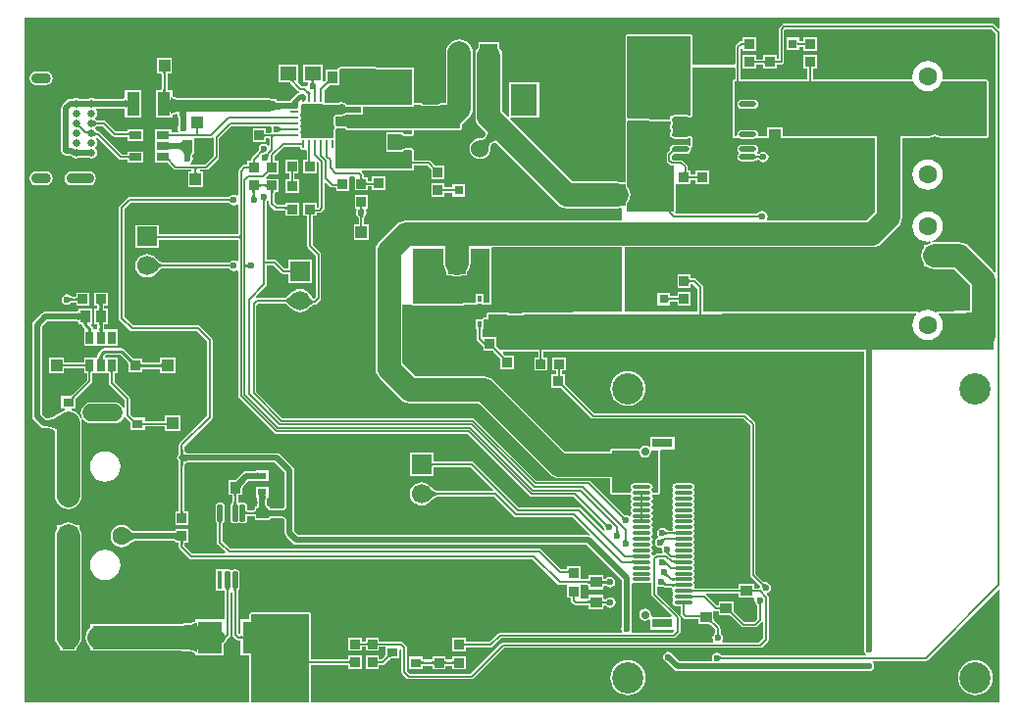
<source format=gtl>
G04*
G04 #@! TF.GenerationSoftware,Altium Limited,Altium Designer,19.0.15 (446)*
G04*
G04 Layer_Physical_Order=1*
G04 Layer_Color=255*
%FSLAX25Y25*%
%MOIN*%
G70*
G01*
G75*
%ADD10C,0.00984*%
%ADD11C,0.00787*%
%ADD13C,0.00591*%
%ADD16R,0.03347X0.03347*%
%ADD17R,0.03150X0.03150*%
%ADD18R,0.04488X0.07992*%
%ADD19R,0.10630X0.10630*%
G04:AMPARAMS|DCode=20|XSize=9.84mil|YSize=29.53mil|CornerRadius=2.46mil|HoleSize=0mil|Usage=FLASHONLY|Rotation=0.000|XOffset=0mil|YOffset=0mil|HoleType=Round|Shape=RoundedRectangle|*
%AMROUNDEDRECTD20*
21,1,0.00984,0.02461,0,0,0.0*
21,1,0.00492,0.02953,0,0,0.0*
1,1,0.00492,0.00246,-0.01230*
1,1,0.00492,-0.00246,-0.01230*
1,1,0.00492,-0.00246,0.01230*
1,1,0.00492,0.00246,0.01230*
%
%ADD20ROUNDEDRECTD20*%
G04:AMPARAMS|DCode=21|XSize=9.84mil|YSize=29.53mil|CornerRadius=2.46mil|HoleSize=0mil|Usage=FLASHONLY|Rotation=90.000|XOffset=0mil|YOffset=0mil|HoleType=Round|Shape=RoundedRectangle|*
%AMROUNDEDRECTD21*
21,1,0.00984,0.02461,0,0,90.0*
21,1,0.00492,0.02953,0,0,90.0*
1,1,0.00492,0.01230,0.00246*
1,1,0.00492,0.01230,-0.00246*
1,1,0.00492,-0.01230,-0.00246*
1,1,0.00492,-0.01230,0.00246*
%
%ADD21ROUNDEDRECTD21*%
%ADD22R,0.02953X0.00984*%
%ADD23R,0.03937X0.03543*%
%ADD24R,0.05512X0.04528*%
%ADD25R,0.03543X0.03937*%
%ADD26R,0.04528X0.05512*%
%ADD27R,0.08900X0.10900*%
%ADD28R,0.08900X0.12100*%
%ADD29R,0.09685X0.09095*%
%ADD30O,0.05906X0.01772*%
%ADD31R,0.05906X0.01772*%
%ADD32R,0.05906X0.07284*%
%ADD33R,0.03347X0.03347*%
%ADD34R,0.06102X0.13583*%
%ADD35R,0.02559X0.04331*%
%ADD36R,0.03543X0.03150*%
%ADD37R,0.03150X0.02362*%
G04:AMPARAMS|DCode=38|XSize=59.06mil|YSize=17.72mil|CornerRadius=4.43mil|HoleSize=0mil|Usage=FLASHONLY|Rotation=90.000|XOffset=0mil|YOffset=0mil|HoleType=Round|Shape=RoundedRectangle|*
%AMROUNDEDRECTD38*
21,1,0.05906,0.00886,0,0,90.0*
21,1,0.05020,0.01772,0,0,90.0*
1,1,0.00886,0.00443,0.02510*
1,1,0.00886,0.00443,-0.02510*
1,1,0.00886,-0.00443,-0.02510*
1,1,0.00886,-0.00443,0.02510*
%
%ADD38ROUNDEDRECTD38*%
%ADD39R,0.01772X0.05906*%
%ADD40R,0.08465X0.11024*%
%ADD41R,0.11417X0.04921*%
%ADD42R,0.01575X0.01968*%
%ADD43R,0.07480X0.04331*%
%ADD44R,0.04331X0.02559*%
%ADD45R,0.14173X0.04528*%
%ADD46R,0.07087X0.03150*%
%ADD47R,0.06299X0.01181*%
%ADD48O,0.06299X0.01181*%
%ADD98R,0.03937X0.03937*%
%ADD99R,0.03937X0.03937*%
%ADD100C,0.01575*%
%ADD101C,0.03937*%
%ADD102C,0.01968*%
%ADD103C,0.07874*%
%ADD104C,0.00606*%
%ADD105C,0.05906*%
%ADD106R,0.06693X0.06693*%
%ADD107C,0.06693*%
%ADD108C,0.06299*%
%ADD109R,0.06299X0.06299*%
%ADD110C,0.06000*%
%ADD111C,0.02559*%
%ADD112O,0.09449X0.03543*%
%ADD113O,0.06693X0.03543*%
%ADD114R,0.05906X0.05906*%
%ADD115C,0.05906*%
%ADD116C,0.02756*%
%ADD117C,0.10630*%
%ADD118C,0.02362*%
G36*
X333014Y231135D02*
X332552Y230943D01*
X331354Y232141D01*
X331058Y232339D01*
X330709Y232409D01*
X259842D01*
X259493Y232339D01*
X259197Y232141D01*
X258213Y231157D01*
X258015Y230861D01*
X257945Y230512D01*
Y220401D01*
X257261D01*
X257194Y220431D01*
Y221761D01*
X252648D01*
Y220332D01*
X252582Y220303D01*
X250371D01*
X250305Y220332D01*
Y221663D01*
X245758D01*
Y217116D01*
X250305D01*
Y218447D01*
X250371Y218477D01*
X252582D01*
X252648Y218447D01*
Y217215D01*
X257194D01*
Y218546D01*
X257261Y218575D01*
X258858D01*
X259208Y218645D01*
X259504Y218843D01*
X259702Y219139D01*
X259771Y219488D01*
Y230134D01*
X260221Y230583D01*
X330331D01*
X331838Y229076D01*
Y147974D01*
X331338Y147804D01*
X330795Y148511D01*
X322527Y156779D01*
X321579Y157506D01*
X320476Y157964D01*
X319291Y158119D01*
X311024D01*
X310307Y158025D01*
X310176Y158512D01*
X311129Y158907D01*
X312200Y159729D01*
X313022Y160800D01*
X313539Y162047D01*
X313715Y163386D01*
X313539Y164724D01*
X313022Y165972D01*
X312200Y167043D01*
X311129Y167865D01*
X309882Y168381D01*
X308543Y168558D01*
X307205Y168381D01*
X305957Y167865D01*
X304886Y167043D01*
X304064Y165972D01*
X303548Y164724D01*
X303372Y163386D01*
X303548Y162047D01*
X304064Y160800D01*
X304886Y159729D01*
X305957Y158907D01*
X307205Y158390D01*
X308543Y158214D01*
X309414Y158329D01*
X309545Y157842D01*
X308735Y157506D01*
X308457Y157293D01*
X307274D01*
Y156110D01*
X307061Y155831D01*
X306603Y154728D01*
X306448Y153543D01*
X306603Y152359D01*
X307061Y151255D01*
X307274Y150977D01*
Y149794D01*
X308457D01*
X308735Y149580D01*
X309839Y149123D01*
X311024Y148967D01*
X317396D01*
X322983Y143380D01*
Y134643D01*
X312449Y134617D01*
X312309Y134558D01*
X312158Y134547D01*
X312088Y134466D01*
X311990Y134425D01*
X311973Y134383D01*
X311471Y134138D01*
X311129Y134400D01*
X309882Y134917D01*
X308543Y135093D01*
X307205Y134917D01*
X305957Y134400D01*
X305578Y134109D01*
X305082Y134359D01*
X305061Y134408D01*
X304954Y134453D01*
X304876Y134538D01*
X304733Y134543D01*
X304602Y134598D01*
X232666Y134422D01*
X232312Y134775D01*
Y142717D01*
X232235Y143104D01*
X232016Y143433D01*
X229895Y145554D01*
X229566Y145773D01*
X229178Y145851D01*
X228320D01*
X228253Y145880D01*
X228121Y145884D01*
X228061Y145889D01*
Y147111D01*
X223515D01*
Y142564D01*
X228061D01*
Y143786D01*
X228121Y143791D01*
X228253Y143795D01*
X228320Y143824D01*
X228759D01*
X230286Y142297D01*
Y134416D01*
X205743Y134357D01*
X205709Y134856D01*
Y156307D01*
X289623D01*
X290807Y156463D01*
X291911Y156920D01*
X292859Y157647D01*
X298511Y163300D01*
X299239Y164247D01*
X299696Y165351D01*
X299852Y166535D01*
Y193445D01*
X308969D01*
X309162Y193525D01*
X309364Y193579D01*
X309460Y193653D01*
X310214Y193965D01*
X311024Y194072D01*
X311833Y193965D01*
X312587Y193653D01*
X312683Y193579D01*
X312885Y193525D01*
X313078Y193445D01*
X328543D01*
X329003Y193635D01*
X329193Y194095D01*
Y212795D01*
X329003Y213254D01*
X328543Y213445D01*
X313947D01*
X313617Y213821D01*
X313715Y214567D01*
X313539Y215905D01*
X313022Y217153D01*
X312200Y218224D01*
X311129Y219046D01*
X309882Y219563D01*
X308543Y219739D01*
X307205Y219563D01*
X305957Y219046D01*
X304886Y218224D01*
X304064Y217153D01*
X303548Y215905D01*
X303372Y214567D01*
X303470Y213821D01*
X303140Y213445D01*
X269614D01*
Y217050D01*
X269643Y217116D01*
X270974D01*
Y221663D01*
X266428D01*
Y217116D01*
X267758D01*
X267788Y217050D01*
Y213445D01*
X245007D01*
Y223880D01*
X245258Y224074D01*
X245758Y223847D01*
Y223219D01*
X250305D01*
Y227765D01*
X245758D01*
Y226434D01*
X245692Y226405D01*
X245177D01*
X244828Y226336D01*
X244532Y226138D01*
X243449Y225055D01*
X243251Y224759D01*
X243182Y224410D01*
Y218974D01*
X243110Y218504D01*
X228799D01*
Y228006D01*
X228609Y228466D01*
X228150Y228656D01*
X206496D01*
X206037Y228466D01*
X205847Y228006D01*
Y200445D01*
X205937Y200227D01*
X206019Y200005D01*
X206046Y199975D01*
X206037Y199512D01*
X205943Y199285D01*
X205847Y199058D01*
X205848Y199056D01*
X205847Y199053D01*
Y178454D01*
X204568D01*
X204137Y178633D01*
X202953Y178789D01*
X187919D01*
X166833Y199874D01*
X167041Y200374D01*
X176536D01*
Y212474D01*
X166436D01*
Y200979D01*
X165936Y200772D01*
X164025Y202683D01*
Y221457D01*
X163869Y222641D01*
X163412Y223745D01*
X163002Y224279D01*
Y225994D01*
X159746D01*
X159449Y226033D01*
X159151Y225994D01*
X155896D01*
Y224279D01*
X155486Y223745D01*
X155029Y222641D01*
X154873Y221457D01*
Y200787D01*
X155029Y199603D01*
X155486Y198499D01*
X156213Y197552D01*
X158474Y195291D01*
X158410Y195047D01*
X158179Y194366D01*
X157899Y193706D01*
X157888Y193684D01*
X156960Y193612D01*
X156523Y193610D01*
X156472Y193588D01*
X155556Y193468D01*
X154681Y193105D01*
X153928Y192528D01*
X153351Y191776D01*
X152989Y190900D01*
X152865Y189961D01*
X152989Y189021D01*
X153351Y188145D01*
X153928Y187393D01*
X154681Y186816D01*
X155556Y186453D01*
X156496Y186330D01*
X157436Y186453D01*
X158312Y186816D01*
X159064Y187393D01*
X159641Y188145D01*
X160003Y189021D01*
X160124Y189936D01*
X160145Y189988D01*
X160148Y190431D01*
X160192Y191212D01*
X160209Y191347D01*
X160242Y191364D01*
X160901Y191644D01*
X161583Y191875D01*
X161826Y191938D01*
X182788Y170977D01*
X183736Y170249D01*
X184839Y169792D01*
X186024Y169636D01*
X202953D01*
X204137Y169792D01*
X204231Y169831D01*
X204724Y169494D01*
Y165459D01*
X131243D01*
X130059Y165303D01*
X128955Y164846D01*
X128007Y164119D01*
X122355Y158466D01*
X121627Y157518D01*
X121170Y156414D01*
X121014Y155230D01*
Y114961D01*
X121170Y113776D01*
X121627Y112673D01*
X122355Y111725D01*
X129441Y104638D01*
X130389Y103911D01*
X131493Y103454D01*
X132677Y103298D01*
X155979D01*
X180229Y79048D01*
X181176Y78320D01*
X182280Y77863D01*
X183465Y77707D01*
X200532D01*
Y72835D01*
X200722Y72375D01*
X201181Y72185D01*
X207637D01*
X207677Y72137D01*
X207930Y71762D01*
X207839Y71483D01*
X207737Y71331D01*
X207644Y70866D01*
X207737Y70402D01*
X208000Y70008D01*
Y69756D01*
X207737Y69362D01*
X207644Y68898D01*
X207737Y68433D01*
X208000Y68039D01*
Y67787D01*
X207737Y67394D01*
X207644Y66929D01*
X207737Y66465D01*
X208000Y66071D01*
Y65819D01*
X207737Y65425D01*
X207644Y64961D01*
X207665Y64859D01*
X207194Y64664D01*
X207190Y64670D01*
X206600Y65064D01*
X205963Y65190D01*
X205903Y65216D01*
X205775Y65218D01*
X205674Y65225D01*
X205585Y65236D01*
X205507Y65251D01*
X205442Y65268D01*
X205389Y65287D01*
X205346Y65307D01*
X205312Y65326D01*
X205286Y65345D01*
X205238Y65388D01*
X205171Y65412D01*
X193934Y76649D01*
X193638Y76846D01*
X193288Y76916D01*
X175774D01*
X154781Y97908D01*
X154485Y98106D01*
X154136Y98176D01*
X89445D01*
X80440Y107180D01*
Y136630D01*
X81087Y137276D01*
X89815D01*
X89868Y137248D01*
X90013Y137233D01*
X90140Y137197D01*
X90314Y137124D01*
X90528Y137008D01*
X90775Y136847D01*
X91042Y136651D01*
X92051Y135761D01*
X92427Y135386D01*
X92466Y135370D01*
X93285Y134742D01*
X94245Y134344D01*
X95276Y134209D01*
X96306Y134344D01*
X97266Y134742D01*
X97960Y135275D01*
X98023Y135292D01*
X98039Y135320D01*
X98069Y135332D01*
X98395Y135643D01*
X99001Y136160D01*
X99266Y136356D01*
X99517Y136521D01*
X99745Y136650D01*
X99949Y136744D01*
X100126Y136806D01*
X100274Y136839D01*
X100445Y136853D01*
X100574Y136918D01*
X100743Y136952D01*
X101039Y137150D01*
X102220Y138331D01*
X102418Y138627D01*
X102488Y138976D01*
Y153937D01*
X102418Y154286D01*
X102220Y154583D01*
X99633Y157169D01*
Y166952D01*
X99663Y167018D01*
X100994D01*
Y167955D01*
X101060Y167985D01*
X101969D01*
X102318Y168054D01*
X102614Y168252D01*
X103401Y169040D01*
X103599Y169336D01*
X103669Y169685D01*
Y178245D01*
X104131Y178437D01*
X105654Y176914D01*
X105950Y176716D01*
X106299Y176646D01*
X107503D01*
X107569Y176617D01*
Y175581D01*
X112116D01*
Y180128D01*
X112116D01*
X112223Y180583D01*
X113524D01*
X113868Y180226D01*
Y175680D01*
X118415D01*
Y177010D01*
X118482Y177040D01*
X119707D01*
X119774Y177010D01*
Y175778D01*
X124320D01*
Y180324D01*
X119774D01*
Y178895D01*
X119707Y178866D01*
X118482D01*
X118415Y178895D01*
Y180226D01*
X117084D01*
X117054Y180293D01*
Y180709D01*
X116985Y181058D01*
X116787Y181354D01*
X116220Y181921D01*
X116427Y182421D01*
X133465D01*
X133924Y182612D01*
X134114Y183071D01*
Y184127D01*
X138598D01*
X139545Y183179D01*
X139572Y183108D01*
X139776Y182889D01*
X139833Y182819D01*
X139853Y182791D01*
Y182777D01*
X139827Y182716D01*
X139848Y182665D01*
X139836Y182611D01*
X139853Y182583D01*
Y179616D01*
X144399D01*
Y184163D01*
X141432D01*
X141405Y184180D01*
X141351Y184167D01*
X141300Y184188D01*
X141238Y184163D01*
X141225D01*
X141204Y184178D01*
X141024Y184332D01*
X140916Y184435D01*
X140842Y184465D01*
X139622Y185685D01*
X139326Y185883D01*
X138976Y185952D01*
X134114D01*
Y189151D01*
X134113Y189152D01*
X134114Y189154D01*
X134018Y189382D01*
X133924Y189610D01*
X133922Y189611D01*
X133921Y189612D01*
X133566Y189964D01*
X133564Y189965D01*
X133564Y189966D01*
X133335Y190058D01*
X133106Y190152D01*
X133104Y190151D01*
X133102Y190152D01*
X132919Y190150D01*
X132902Y190142D01*
X132883Y190148D01*
X131160Y190035D01*
X131131Y190021D01*
X131099Y190029D01*
X130721Y189968D01*
X130699Y189954D01*
X130673Y189958D01*
X130569Y189933D01*
X130378Y189887D01*
X130347Y189864D01*
X130307Y189866D01*
X130123Y189798D01*
X130077Y189756D01*
X130015Y189747D01*
X129994Y189734D01*
X129943Y189667D01*
X129865Y189635D01*
X129816Y189516D01*
X129757Y189462D01*
X129733Y189457D01*
X129712Y189382D01*
Y189454D01*
X129525Y189419D01*
X125246D01*
Y194832D01*
X129525D01*
X129712Y194798D01*
Y194870D01*
X129733Y194795D01*
X129757Y194790D01*
X129816Y194736D01*
X129865Y194617D01*
X129943Y194585D01*
X129994Y194517D01*
X130016Y194505D01*
X130077Y194496D01*
X130123Y194454D01*
X130307Y194386D01*
X130347Y194388D01*
X130378Y194365D01*
X130673Y194294D01*
X130699Y194298D01*
X130721Y194284D01*
X130764Y194278D01*
X131112Y194221D01*
X131131Y194226D01*
X131147Y194217D01*
X131271Y194204D01*
X131623Y194166D01*
X131642Y194172D01*
X131660Y194163D01*
X132889Y194103D01*
X132901Y194107D01*
X132914Y194102D01*
X133102Y194100D01*
X133104Y194101D01*
X133106Y194100D01*
X133335Y194194D01*
X133564Y194286D01*
X133564Y194287D01*
X133566Y194288D01*
X133921Y194640D01*
X133922Y194641D01*
X133924Y194642D01*
X134018Y194870D01*
X134114Y195098D01*
X134113Y195100D01*
X134114Y195101D01*
Y196201D01*
X149606D01*
X150066Y196391D01*
X150256Y196850D01*
Y197918D01*
X152685Y200347D01*
X153412Y201295D01*
X153869Y202398D01*
X154025Y203583D01*
Y222441D01*
X153869Y223625D01*
X153412Y224729D01*
X152685Y225677D01*
X151737Y226404D01*
X150633Y226861D01*
X149449Y227017D01*
X148264Y226861D01*
X147161Y226404D01*
X146213Y225677D01*
X145486Y224729D01*
X145029Y223625D01*
X144873Y222441D01*
Y205478D01*
X144768Y205374D01*
X143120D01*
X142660Y205184D01*
X142613Y205069D01*
X136915D01*
X136867Y205184D01*
X136408Y205374D01*
X134114D01*
Y216929D01*
X134019Y217157D01*
X133927Y217385D01*
X133925Y217386D01*
X133924Y217388D01*
X133696Y217483D01*
X133469Y217579D01*
X109031Y217740D01*
X108977Y217718D01*
X108920Y217731D01*
X108753Y217627D01*
X108570Y217553D01*
X108547Y217499D01*
X108498Y217468D01*
X108142Y216970D01*
X108098Y216776D01*
X108083Y216742D01*
X103928D01*
Y213480D01*
X103898Y213432D01*
X103911Y213380D01*
X103890Y213330D01*
X103928Y213240D01*
Y213151D01*
X103923Y213143D01*
X103868Y213064D01*
X103657Y212814D01*
X103516Y212668D01*
X103023Y212752D01*
X102962Y212779D01*
Y218317D01*
X96250D01*
Y212589D01*
X97920D01*
X97966Y212557D01*
X97975Y212548D01*
X98176Y212089D01*
X97929Y211719D01*
X97839Y211270D01*
X97735Y211185D01*
X97316Y211042D01*
X97121Y211172D01*
X96734Y211249D01*
X95892D01*
X94942Y212199D01*
X94695Y212589D01*
X94695D01*
X94695Y212589D01*
Y218317D01*
X87983D01*
Y212589D01*
X91309D01*
X91360Y212564D01*
X91436Y212561D01*
X91482Y212553D01*
X91532Y212541D01*
X91588Y212520D01*
X91650Y212492D01*
X91718Y212453D01*
X91793Y212404D01*
X91874Y212343D01*
X91959Y212270D01*
X92060Y212174D01*
X92128Y212147D01*
X94756Y209520D01*
X94909Y209418D01*
X94890Y209152D01*
X94803Y208887D01*
X94770Y208873D01*
X94340Y208787D01*
X93882Y208481D01*
X92565Y207164D01*
X92259Y206705D01*
X92175Y206282D01*
X92129Y206178D01*
X92126Y206054D01*
X90443D01*
X90399Y206072D01*
X89674Y206076D01*
X87913Y206137D01*
X87361Y206190D01*
X87306Y206205D01*
X87217Y206242D01*
X87214Y206244D01*
Y206702D01*
X86693D01*
X86602Y206740D01*
X86554Y206720D01*
X86502Y206732D01*
X86454Y206702D01*
X86000D01*
X85424Y206941D01*
X84754Y207029D01*
X55302D01*
X55241Y207056D01*
X54513Y207076D01*
X53889Y207131D01*
X53355Y207220D01*
X52913Y207339D01*
X52566Y207481D01*
X52311Y207636D01*
X52140Y207796D01*
X52030Y207960D01*
X51964Y208146D01*
X51933Y208444D01*
X51899Y208506D01*
Y209812D01*
X50264D01*
X50259Y209873D01*
X50256Y210005D01*
X50226Y210071D01*
Y215283D01*
X50256Y215350D01*
X50259Y215482D01*
X50264Y215542D01*
X51781D01*
Y220679D01*
X46644D01*
Y215542D01*
X48161D01*
X48166Y215482D01*
X48170Y215350D01*
X48199Y215283D01*
Y210071D01*
X48170Y210005D01*
X48166Y209873D01*
X48161Y209812D01*
X46211D01*
Y200620D01*
X51134D01*
X51180Y200592D01*
X51235Y200605D01*
X51287Y200583D01*
X51378Y200620D01*
X51899D01*
Y201079D01*
X51928Y201125D01*
X51948Y201249D01*
X51963Y201274D01*
X52033Y201340D01*
X52199Y201437D01*
X52469Y201541D01*
X52840Y201636D01*
X53228Y201702D01*
X53460Y201642D01*
X53749Y201392D01*
X53874Y199508D01*
X53878Y198793D01*
X53896Y198749D01*
Y197639D01*
X53834Y197545D01*
X53696Y196850D01*
X53834Y196155D01*
X54004Y195901D01*
X53737Y195401D01*
X51651D01*
X51584Y195431D01*
Y196368D01*
X46054D01*
Y192609D01*
Y188868D01*
Y185128D01*
X49988D01*
X50036Y185099D01*
X50088Y185111D01*
X50137Y185091D01*
X50216Y185123D01*
X50238Y185108D01*
X50415Y184958D01*
X50521Y184855D01*
X50595Y184826D01*
X52504Y182917D01*
X52800Y182720D01*
X53150Y182650D01*
X58238D01*
X58476Y182150D01*
X58433Y182096D01*
X57274D01*
Y176959D01*
X62411D01*
Y182096D01*
X61252D01*
X61209Y182150D01*
X61448Y182650D01*
X63484D01*
X63834Y182720D01*
X64130Y182917D01*
X67575Y186362D01*
X67773Y186659D01*
X67842Y187008D01*
Y193323D01*
X72140Y197620D01*
X85507D01*
X85716Y197228D01*
X85718Y197120D01*
X85586Y196457D01*
X85719Y195787D01*
X85717Y195751D01*
X85436Y195293D01*
X83836D01*
X83769Y195323D01*
Y196761D01*
X79223D01*
Y192215D01*
X83769D01*
Y193438D01*
X83836Y193467D01*
X84785D01*
X84814Y193448D01*
X84914Y192958D01*
Y191111D01*
X84414Y190960D01*
X84355Y191048D01*
X83766Y191442D01*
X83071Y191580D01*
X82376Y191442D01*
X81787Y191048D01*
X81393Y190459D01*
X81266Y189821D01*
X81240Y189761D01*
X81239Y189633D01*
X81232Y189532D01*
X81221Y189443D01*
X81206Y189366D01*
X81188Y189301D01*
X81169Y189247D01*
X81150Y189204D01*
X81130Y189170D01*
X81111Y189144D01*
X81069Y189096D01*
X81045Y189029D01*
X78882Y186866D01*
X78684Y186570D01*
X78615Y186221D01*
Y185805D01*
X78585Y185738D01*
X77254D01*
Y184407D01*
X77188Y184377D01*
X76378D01*
X76029Y184308D01*
X75732Y184110D01*
X74551Y182929D01*
X74353Y182633D01*
X74284Y182283D01*
Y174216D01*
X73784Y173949D01*
X73530Y174119D01*
X72835Y174257D01*
X72140Y174119D01*
X71606Y173762D01*
X71543Y173738D01*
X71473Y173671D01*
X71420Y173627D01*
X71369Y173591D01*
X71320Y173561D01*
X71271Y173537D01*
X71223Y173519D01*
X71174Y173504D01*
X71124Y173493D01*
X71070Y173487D01*
X70987Y173484D01*
X70923Y173454D01*
X37402D01*
X37014Y173377D01*
X36685Y173157D01*
X33929Y170402D01*
X33710Y170073D01*
X33632Y169685D01*
Y132283D01*
X33710Y131896D01*
X33929Y131567D01*
X37473Y128024D01*
X37801Y127804D01*
X38189Y127727D01*
X60210D01*
X63554Y124383D01*
Y98845D01*
X54402Y89693D01*
X54182Y89364D01*
X54105Y88976D01*
Y87592D01*
X54075Y87522D01*
X54072Y87173D01*
X54049Y86578D01*
X54004Y86121D01*
X53978Y85961D01*
X53950Y85839D01*
X53926Y85767D01*
X53921Y85756D01*
X53903Y85732D01*
X53895Y85702D01*
X53893Y85698D01*
X53893Y85693D01*
X53881Y85645D01*
X53626Y85264D01*
X53503Y84646D01*
X53626Y84027D01*
X53881Y83646D01*
X53893Y83598D01*
X53893Y83594D01*
X53895Y83590D01*
X53903Y83559D01*
X53921Y83535D01*
X53926Y83524D01*
X53950Y83453D01*
X53978Y83331D01*
X54003Y83181D01*
X54072Y82110D01*
X54075Y81770D01*
X54105Y81699D01*
Y66706D01*
X54075Y66639D01*
X54072Y66506D01*
X54066Y66447D01*
X52845D01*
Y61900D01*
X57391D01*
Y66447D01*
X56170D01*
X56164Y66506D01*
X56161Y66639D01*
X56131Y66706D01*
Y81699D01*
X56161Y81770D01*
X56164Y82119D01*
X56187Y82713D01*
X56199Y82837D01*
X56249Y82861D01*
X56390Y82908D01*
X56588Y82950D01*
X56837Y82983D01*
X57136Y83005D01*
X57494Y83012D01*
X57536Y83030D01*
X86733D01*
X90117Y79646D01*
Y68837D01*
X90111Y68828D01*
X90117Y68799D01*
Y68772D01*
X90100Y68735D01*
X90082Y68401D01*
X90038Y68152D01*
X89973Y67955D01*
X89891Y67804D01*
X89794Y67686D01*
X89676Y67589D01*
X89525Y67508D01*
X89328Y67442D01*
X89080Y67398D01*
X88745Y67381D01*
X88709Y67363D01*
X86460D01*
X86419Y67382D01*
X86061Y67389D01*
X85761Y67410D01*
X85511Y67443D01*
X85313Y67485D01*
X85171Y67531D01*
X85087Y67571D01*
X85083Y67574D01*
X85080Y67594D01*
X85049Y67648D01*
Y68120D01*
X84568D01*
X84506Y68154D01*
X84398Y68165D01*
X84382Y68170D01*
X84368Y68180D01*
X84337Y68214D01*
X84290Y68291D01*
X84237Y68422D01*
X84188Y68609D01*
X84148Y68849D01*
X84123Y69139D01*
X84114Y69493D01*
X84096Y69534D01*
Y69833D01*
X84114Y69873D01*
X84136Y70560D01*
X84161Y70815D01*
X84195Y71027D01*
X84232Y71184D01*
X84256Y71250D01*
X84655D01*
Y71772D01*
X84693Y71862D01*
X84670Y71918D01*
X84682Y71977D01*
X84655Y72019D01*
Y74813D01*
X80305D01*
Y72019D01*
X80278Y71977D01*
X80291Y71918D01*
X80268Y71862D01*
X80305Y71772D01*
Y71250D01*
X80704D01*
X80728Y71184D01*
X80766Y71027D01*
X80798Y70823D01*
X80841Y70239D01*
X80847Y69884D01*
X80865Y69841D01*
Y69534D01*
X80847Y69493D01*
X80838Y69139D01*
X80812Y68849D01*
X80773Y68609D01*
X80723Y68422D01*
X80670Y68291D01*
X80624Y68214D01*
X80593Y68180D01*
X80578Y68170D01*
X80563Y68165D01*
X80455Y68154D01*
X80393Y68120D01*
X79912D01*
Y67598D01*
X79874Y67508D01*
X79888Y67474D01*
X79878Y67439D01*
X79680Y66970D01*
X79653Y66958D01*
X77541D01*
X77474Y66988D01*
X77342Y66991D01*
X77294Y66995D01*
Y68455D01*
X77213Y68862D01*
X76982Y69207D01*
X76637Y69437D01*
X76230Y69518D01*
X75345D01*
X74938Y69437D01*
X74904Y69415D01*
X74778Y69363D01*
X74691Y69345D01*
X74274Y69588D01*
X74271Y69699D01*
X74242Y69766D01*
Y71779D01*
X74271Y71846D01*
X74275Y71978D01*
X74280Y72038D01*
X75797D01*
Y73648D01*
X75814Y73677D01*
X75802Y73729D01*
X75822Y73779D01*
X75797Y73840D01*
Y74592D01*
X75896Y74764D01*
X76086Y75036D01*
X76668Y75722D01*
X77044Y76112D01*
X77061Y76154D01*
X77834Y76928D01*
X78899D01*
X78942Y76910D01*
X79638Y76902D01*
X80305Y76869D01*
Y76762D01*
X80741Y76749D01*
X80833Y76760D01*
X80918Y76725D01*
X81008Y76762D01*
X84655D01*
Y80324D01*
X81008D01*
X80918Y80362D01*
X80833Y80327D01*
X80741Y80338D01*
X80305Y80324D01*
Y80242D01*
X79301Y80179D01*
X78946Y80177D01*
X78902Y80159D01*
X77165D01*
X76547Y80036D01*
X76023Y79685D01*
X74783Y78446D01*
X74743Y78430D01*
X73979Y77720D01*
X73665Y77469D01*
X73386Y77274D01*
X73214Y77175D01*
X72462D01*
X72401Y77200D01*
X72351Y77180D01*
X72299Y77192D01*
X72270Y77175D01*
X71053D01*
Y72038D01*
X72177D01*
X72182Y71978D01*
X72185Y71846D01*
X72215Y71779D01*
Y69766D01*
X72185Y69699D01*
X72182Y69588D01*
X72175Y69508D01*
X72165Y69442D01*
X72152Y69391D01*
X72140Y69353D01*
X72129Y69329D01*
X72120Y69315D01*
X72116Y69309D01*
X72114Y69307D01*
X72080Y69281D01*
X72057Y69242D01*
X72016Y69225D01*
X71967Y69106D01*
X71803Y68862D01*
X71722Y68455D01*
Y63435D01*
X71803Y63028D01*
X72034Y62683D01*
X72378Y62453D01*
X72785Y62372D01*
X73671D01*
X74078Y62453D01*
X74125Y62484D01*
X74508Y62647D01*
X74891Y62484D01*
X74938Y62453D01*
X75345Y62372D01*
X76230D01*
X76637Y62453D01*
X76982Y62683D01*
X77213Y63028D01*
X77294Y63435D01*
Y64894D01*
X77342Y64899D01*
X77474Y64902D01*
X77541Y64932D01*
X79653D01*
X79720Y64902D01*
X79852Y64899D01*
X79912Y64893D01*
Y63376D01*
X84296D01*
X84351Y63345D01*
X84395Y63356D01*
X84437Y63339D01*
X84527Y63376D01*
X85049D01*
Y63848D01*
X85080Y63902D01*
X85083Y63922D01*
X85087Y63925D01*
X85171Y63965D01*
X85313Y64011D01*
X85501Y64051D01*
X86070Y64107D01*
X86419Y64114D01*
X86460Y64133D01*
X88709D01*
X88745Y64115D01*
X89080Y64098D01*
X89328Y64054D01*
X89525Y63988D01*
X89676Y63907D01*
X89794Y63810D01*
X89891Y63692D01*
X89973Y63541D01*
X90038Y63344D01*
X90082Y63095D01*
X90100Y62761D01*
X90117Y62725D01*
Y62697D01*
X90111Y62668D01*
X90117Y62659D01*
Y59055D01*
X90240Y58437D01*
X90590Y57913D01*
X92952Y55551D01*
X93476Y55201D01*
X94095Y55078D01*
X192638D01*
X204684Y43032D01*
Y27166D01*
X204622Y27073D01*
X204483Y26378D01*
X204615Y25714D01*
X204614Y25607D01*
X204404Y25214D01*
X163278D01*
X162929Y25145D01*
X162633Y24947D01*
X159661Y21976D01*
X151749D01*
X151683Y22005D01*
Y23336D01*
X147136D01*
Y18790D01*
X151683D01*
Y20121D01*
X151749Y20150D01*
X160039D01*
X160389Y20220D01*
X160685Y20417D01*
X163656Y23389D01*
X222333D01*
X222682Y23458D01*
X222978Y23656D01*
X224268Y24945D01*
X224465Y25241D01*
X224535Y25591D01*
Y30315D01*
X224465Y30664D01*
X224268Y30960D01*
X216661Y38567D01*
Y40744D01*
X217161Y41012D01*
X217415Y40842D01*
X218110Y40704D01*
X218439Y40769D01*
X218566Y40747D01*
X218643Y40765D01*
X218682Y40769D01*
X218714Y40770D01*
X218740Y40768D01*
X218763Y40763D01*
X218787Y40755D01*
X218813Y40743D01*
X218843Y40725D01*
X218878Y40698D01*
X218939Y40642D01*
X219009Y40616D01*
X219015Y40613D01*
X219061Y40554D01*
X219112Y40548D01*
X219329Y40402D01*
X219717Y40325D01*
X221637D01*
X221810Y40116D01*
X221894Y39878D01*
X221902Y39794D01*
X221818Y39370D01*
X221910Y38906D01*
X222012Y38753D01*
X222132Y38386D01*
X222012Y38018D01*
X221910Y37866D01*
X221818Y37402D01*
X221910Y36937D01*
X222173Y36543D01*
Y36291D01*
X221910Y35898D01*
X221818Y35433D01*
X221910Y34969D01*
X222173Y34575D01*
X222567Y34312D01*
X223031Y34219D01*
X224654D01*
X224678Y34165D01*
Y31496D01*
X224747Y31147D01*
X224945Y30851D01*
X225732Y30063D01*
X226029Y29865D01*
X226378Y29796D01*
X230633D01*
X230699Y29766D01*
Y28140D01*
X234240D01*
X234288Y28111D01*
X234340Y28123D01*
X234389Y28103D01*
X234468Y28135D01*
X234490Y28120D01*
X234667Y27970D01*
X234773Y27867D01*
X234847Y27838D01*
X236381Y26305D01*
Y25288D01*
X236350Y25223D01*
X236347Y25160D01*
X236341Y25128D01*
X236331Y25090D01*
X236315Y25046D01*
X236290Y24994D01*
X236256Y24936D01*
X236218Y24879D01*
X236084Y24717D01*
X236001Y24632D01*
X235977Y24571D01*
X235616Y24031D01*
X235478Y23336D01*
X235616Y22641D01*
X235813Y22346D01*
X235545Y21847D01*
X164241D01*
X163891Y21777D01*
X163595Y21579D01*
X153165Y11149D01*
X132662D01*
X131622Y12189D01*
Y20079D01*
X131552Y20428D01*
X131354Y20724D01*
X130173Y21905D01*
X129877Y22103D01*
X129528Y22173D01*
X122222D01*
X122155Y22202D01*
Y23533D01*
X117609D01*
Y22202D01*
X117542Y22173D01*
X116316D01*
X116250Y22202D01*
Y23533D01*
X111703D01*
Y18987D01*
X116250D01*
Y20317D01*
X116316Y20347D01*
X117542D01*
X117609Y20317D01*
Y18987D01*
X122155D01*
Y20317D01*
X122222Y20347D01*
X124400D01*
Y17916D01*
X124375Y17853D01*
X124397Y17800D01*
X124385Y17744D01*
X124400Y17720D01*
Y17664D01*
X124368Y17618D01*
X124141Y17353D01*
X123989Y17196D01*
X123961Y17126D01*
X123005Y16171D01*
X122414D01*
X122347Y16200D01*
X122215Y16204D01*
X122155Y16209D01*
Y17431D01*
X117609D01*
Y12884D01*
X122155D01*
Y14106D01*
X122215Y14111D01*
X122347Y14115D01*
X122414Y14144D01*
X123425D01*
X123813Y14221D01*
X124142Y14441D01*
X125584Y15883D01*
X125650Y15908D01*
X125931Y16168D01*
X126030Y16248D01*
X126116Y16307D01*
X126154Y16329D01*
X126367D01*
X126437Y16314D01*
X126461Y16329D01*
X129143D01*
Y19213D01*
X129643Y19478D01*
X129796Y19375D01*
Y11811D01*
X129865Y11462D01*
X130063Y11166D01*
X131638Y9591D01*
X131934Y9393D01*
X132283Y9323D01*
X153543D01*
X153893Y9393D01*
X154189Y9591D01*
X164619Y20021D01*
X251642D01*
X251992Y20090D01*
X252288Y20288D01*
X254297Y22297D01*
X254495Y22593D01*
X254564Y22942D01*
Y37294D01*
X254495Y37643D01*
X254297Y37939D01*
X253933Y38303D01*
X254098Y38845D01*
X254238Y38873D01*
X254827Y39267D01*
X255221Y39856D01*
X255359Y40551D01*
X255221Y41246D01*
X254827Y41835D01*
X254238Y42229D01*
X253601Y42356D01*
X253541Y42382D01*
X253413Y42383D01*
X253312Y42390D01*
X253222Y42401D01*
X253145Y42416D01*
X253080Y42434D01*
X253026Y42453D01*
X252983Y42472D01*
X252950Y42492D01*
X252923Y42511D01*
X252876Y42553D01*
X252808Y42577D01*
X250125Y45260D01*
Y96063D01*
X250056Y96412D01*
X249858Y96708D01*
X247004Y99563D01*
X246708Y99761D01*
X246358Y99830D01*
X195260D01*
X185652Y109439D01*
X185625Y109510D01*
X185421Y109729D01*
X185364Y109799D01*
X185344Y109828D01*
Y109841D01*
X185370Y109902D01*
X185348Y109953D01*
X185361Y110007D01*
X185344Y110035D01*
Y113002D01*
X184210D01*
X184180Y113068D01*
Y114294D01*
X184210Y114361D01*
X185541D01*
Y118907D01*
X180994D01*
Y114361D01*
X182325D01*
X182355Y114294D01*
Y113068D01*
X182325Y113002D01*
X180798D01*
Y108455D01*
X183765D01*
X183792Y108438D01*
X183846Y108451D01*
X183897Y108430D01*
X183958Y108455D01*
X183972D01*
X183993Y108440D01*
X184173Y108286D01*
X184281Y108183D01*
X184355Y108153D01*
X194236Y98272D01*
X194533Y98074D01*
X194882Y98005D01*
X245980D01*
X248300Y95685D01*
Y44882D01*
X248369Y44533D01*
X248567Y44236D01*
X251518Y41286D01*
X251541Y41219D01*
X251584Y41171D01*
X251603Y41145D01*
X251622Y41111D01*
X251642Y41068D01*
X251661Y41014D01*
X251678Y40949D01*
X251691Y40882D01*
X251702Y40767D01*
X251683Y40695D01*
X251577Y40536D01*
X251385Y40343D01*
X251344Y40316D01*
X251271Y40283D01*
X249682D01*
X249616Y40312D01*
Y41742D01*
X244479D01*
Y40312D01*
X244412Y40283D01*
X229477D01*
X229250Y40598D01*
X229240Y40641D01*
X229232Y40815D01*
X229271Y40874D01*
X229363Y41339D01*
X229271Y41803D01*
X229008Y42197D01*
Y42449D01*
X229271Y42843D01*
X229363Y43307D01*
X229271Y43772D01*
X229008Y44165D01*
Y44417D01*
X229271Y44811D01*
X229363Y45276D01*
X229271Y45740D01*
X229008Y46134D01*
Y46386D01*
X229271Y46780D01*
X229363Y47244D01*
X229271Y47709D01*
X229008Y48102D01*
Y48354D01*
X229271Y48748D01*
X229363Y49213D01*
X229271Y49677D01*
X229008Y50071D01*
Y50323D01*
X229271Y50717D01*
X229363Y51181D01*
X229271Y51646D01*
X229008Y52039D01*
Y52291D01*
X229271Y52685D01*
X229363Y53150D01*
X229271Y53614D01*
X229008Y54008D01*
Y54260D01*
X229271Y54654D01*
X229363Y55118D01*
X229271Y55583D01*
X229169Y55735D01*
X229049Y56102D01*
X229169Y56470D01*
X229271Y56622D01*
X229363Y57087D01*
X229271Y57551D01*
X229169Y57703D01*
X229049Y58071D01*
X229169Y58438D01*
X229271Y58591D01*
X229363Y59055D01*
X229271Y59520D01*
X229008Y59913D01*
Y60165D01*
X229271Y60559D01*
X229363Y61024D01*
X229271Y61488D01*
X229008Y61882D01*
Y62134D01*
X229271Y62528D01*
X229363Y62992D01*
X229271Y63457D01*
X229008Y63850D01*
Y64102D01*
X229271Y64496D01*
X229363Y64961D01*
X229271Y65425D01*
X229008Y65819D01*
Y66071D01*
X229271Y66465D01*
X229363Y66929D01*
X229271Y67394D01*
X229008Y67787D01*
Y68039D01*
X229271Y68433D01*
X229363Y68898D01*
X229271Y69362D01*
X229169Y69514D01*
X229049Y69882D01*
X229169Y70249D01*
X229271Y70402D01*
X229363Y70866D01*
X229271Y71331D01*
X229169Y71483D01*
X229049Y71850D01*
X229169Y72218D01*
X229271Y72370D01*
X229363Y72835D01*
X229271Y73299D01*
X229008Y73693D01*
Y73945D01*
X229271Y74339D01*
X229363Y74803D01*
X229271Y75268D01*
X229008Y75661D01*
X228614Y75924D01*
X228150Y76017D01*
X223031D01*
X222567Y75924D01*
X222173Y75661D01*
X221910Y75268D01*
X221818Y74803D01*
X221910Y74339D01*
X222173Y73945D01*
Y73693D01*
X221910Y73299D01*
X221818Y72835D01*
X221910Y72370D01*
X222012Y72218D01*
X222132Y71850D01*
X222012Y71483D01*
X221910Y71331D01*
X221818Y70866D01*
X221910Y70402D01*
X222012Y70249D01*
X222132Y69882D01*
X222012Y69514D01*
X221910Y69362D01*
X221818Y68898D01*
X221910Y68433D01*
X222173Y68039D01*
Y67787D01*
X221910Y67394D01*
X221818Y66929D01*
X221910Y66465D01*
X222173Y66071D01*
Y65819D01*
X221910Y65425D01*
X221818Y64961D01*
X221910Y64496D01*
X222173Y64102D01*
Y63850D01*
X221910Y63457D01*
X221818Y62992D01*
X221910Y62528D01*
X222173Y62134D01*
Y61882D01*
X221910Y61488D01*
X221818Y61024D01*
X221910Y60559D01*
X221949Y60500D01*
X221941Y60325D01*
X221931Y60285D01*
X221704Y59968D01*
X220456D01*
X220392Y59999D01*
X220328Y60002D01*
X220296Y60008D01*
X220259Y60018D01*
X220214Y60034D01*
X220163Y60059D01*
X220104Y60093D01*
X220047Y60131D01*
X219886Y60265D01*
X219801Y60348D01*
X219740Y60372D01*
X219199Y60733D01*
X218504Y60871D01*
X217809Y60733D01*
X217220Y60339D01*
X216827Y59750D01*
X216688Y59055D01*
X216827Y58360D01*
X217007Y58090D01*
X217021Y57607D01*
X216862Y57476D01*
X216432Y57190D01*
X216039Y56600D01*
X215901Y55905D01*
X216039Y55211D01*
X216432Y54621D01*
X217022Y54228D01*
X217717Y54089D01*
X217957Y54137D01*
X218310Y53784D01*
X218262Y53543D01*
X218401Y52848D01*
X218523Y52665D01*
X218256Y52165D01*
X216606D01*
X216257Y52095D01*
X215961Y51897D01*
X215624Y51561D01*
X215227Y51625D01*
X215059Y51703D01*
X214835Y52039D01*
Y52291D01*
X215098Y52685D01*
X215190Y53150D01*
X215098Y53614D01*
X214835Y54008D01*
Y54260D01*
X215098Y54654D01*
X215190Y55118D01*
X215098Y55583D01*
X214835Y55976D01*
Y56228D01*
X215098Y56622D01*
X215190Y57087D01*
X215098Y57551D01*
X214835Y57945D01*
Y58197D01*
X215098Y58591D01*
X215190Y59055D01*
X215098Y59520D01*
X214996Y59672D01*
X214876Y60039D01*
X214996Y60407D01*
X215098Y60559D01*
X215190Y61024D01*
X215098Y61488D01*
X214835Y61882D01*
Y62134D01*
X215098Y62528D01*
X215190Y62992D01*
X215098Y63457D01*
X214835Y63850D01*
Y64102D01*
X215098Y64496D01*
X215190Y64961D01*
X215098Y65425D01*
X214835Y65819D01*
Y66071D01*
X215098Y66465D01*
X215190Y66929D01*
X215098Y67394D01*
X214835Y67787D01*
Y68039D01*
X215098Y68433D01*
X215190Y68898D01*
X215098Y69362D01*
X214835Y69756D01*
Y70008D01*
X215098Y70402D01*
X215190Y70866D01*
X215098Y71331D01*
X214996Y71483D01*
X214905Y71762D01*
X215158Y72137D01*
X215197Y72185D01*
X216929D01*
X217388Y72375D01*
X217579Y72835D01*
Y87008D01*
X217545Y87089D01*
X217879Y87589D01*
X222647D01*
Y91939D01*
X214361D01*
Y88565D01*
X213861Y88346D01*
X213370Y88674D01*
X212598Y88828D01*
X211827Y88674D01*
X211172Y88237D01*
X210735Y87583D01*
X210484Y87654D01*
X210462Y87647D01*
X210420Y87657D01*
X201181D01*
X200722Y87467D01*
X200532Y87008D01*
Y86860D01*
X185360D01*
X161110Y111110D01*
X160162Y111837D01*
X159058Y112294D01*
X157874Y112450D01*
X134573D01*
X130167Y116856D01*
Y136811D01*
X131890D01*
D01*
X132815D01*
X133270Y136721D01*
X133301Y136647D01*
X133760Y136457D01*
X150680D01*
X151139Y136647D01*
X151145Y136663D01*
X154912D01*
X155371Y136853D01*
X155553Y137294D01*
X157045D01*
X157227Y136853D01*
X157687Y136663D01*
X159360D01*
X159387Y136675D01*
X159416Y136666D01*
X159899Y136707D01*
X160096Y136810D01*
X160302Y136895D01*
X160313Y136923D01*
X160340Y136936D01*
X160407Y137149D01*
X160492Y137354D01*
Y155807D01*
X160826Y156307D01*
X204724D01*
Y134854D01*
X204724Y134843D01*
X204697Y134354D01*
X171268Y134273D01*
X171039Y134177D01*
X170810Y134082D01*
X170810Y134081D01*
X170809Y134081D01*
X170714Y133851D01*
X170697Y133809D01*
X166498D01*
X166237Y134070D01*
X166237Y134070D01*
X166236Y134070D01*
X166004Y134166D01*
X165778Y134259D01*
X165777Y134259D01*
X165777Y134259D01*
X159358Y134244D01*
X159129Y134148D01*
X158968Y134081D01*
X158901Y134053D01*
X158900Y134053D01*
X158899Y134052D01*
X158805Y133822D01*
X158710Y133594D01*
Y132431D01*
X157687D01*
X157227Y132241D01*
X157045Y131801D01*
X154912D01*
Y128632D01*
X155357D01*
X155386Y128566D01*
Y125098D01*
X155456Y124749D01*
X155654Y124453D01*
X157327Y122780D01*
X157569Y122618D01*
Y122047D01*
Y121152D01*
X160519D01*
X160567Y121123D01*
X160619Y121135D01*
X160669Y121115D01*
X160747Y121147D01*
X160769Y121131D01*
X160947Y120981D01*
X161053Y120879D01*
X161127Y120850D01*
X163475Y118502D01*
Y114951D01*
X168021D01*
Y119498D01*
X165046D01*
X165016Y119543D01*
X164312Y120247D01*
X164503Y120709D01*
X176252D01*
Y118974D01*
X176223Y118907D01*
X174892D01*
Y114361D01*
X179439D01*
Y118907D01*
X178108D01*
X178078Y118974D01*
Y120709D01*
X287059Y120709D01*
Y20171D01*
X286996Y20078D01*
X286858Y19383D01*
X286996Y18688D01*
X287390Y18099D01*
X287615Y17948D01*
X287463Y17448D01*
X238959D01*
X238895Y17479D01*
X238831Y17483D01*
X238799Y17488D01*
X238762Y17498D01*
X238718Y17514D01*
X238666Y17539D01*
X238607Y17573D01*
X238550Y17611D01*
X238389Y17745D01*
X238304Y17828D01*
X238243Y17852D01*
X237702Y18213D01*
X237007Y18351D01*
X236312Y18213D01*
X235723Y17819D01*
X235330Y17230D01*
X235191Y16535D01*
X235321Y15885D01*
X235303Y15758D01*
X235103Y15385D01*
X224301D01*
X222172Y17514D01*
X222150Y17624D01*
X221757Y18213D01*
X221167Y18607D01*
X220472Y18745D01*
X219777Y18607D01*
X219188Y18213D01*
X218795Y17624D01*
X218656Y16929D01*
X218795Y16234D01*
X219188Y15645D01*
X219777Y15251D01*
X219888Y15229D01*
X222489Y12628D01*
X223013Y12278D01*
X223632Y12155D01*
X288172D01*
X288674Y12055D01*
X289369Y12193D01*
X289958Y12587D01*
X290352Y13176D01*
X290490Y13871D01*
X290352Y14566D01*
X289980Y15123D01*
X290017Y15293D01*
X290158Y15623D01*
X307874D01*
X308223Y15692D01*
X308520Y15890D01*
X332552Y39923D01*
X333014Y39732D01*
Y1631D01*
X99575Y1631D01*
X99075Y1631D01*
Y14144D01*
X111444D01*
X111511Y14115D01*
X111643Y14111D01*
X111703Y14106D01*
Y12884D01*
X116250D01*
Y17431D01*
X111703D01*
Y16209D01*
X111643Y16204D01*
X111511Y16200D01*
X111444Y16171D01*
X99075D01*
Y31496D01*
X98884Y31955D01*
X98425Y32146D01*
X78740D01*
X78281Y31955D01*
X78091Y31496D01*
Y29734D01*
X75089D01*
Y24740D01*
X74589Y24678D01*
X74242Y25026D01*
Y39289D01*
X74271Y39356D01*
X74274Y39467D01*
X74281Y39547D01*
X74292Y39613D01*
X74304Y39664D01*
X74317Y39702D01*
X74328Y39726D01*
X74336Y39740D01*
X74341Y39746D01*
X74343Y39748D01*
X74377Y39774D01*
X74400Y39813D01*
X74441Y39830D01*
X74490Y39949D01*
X74654Y40194D01*
X74735Y40600D01*
Y45620D01*
X74654Y46027D01*
X74423Y46372D01*
X74078Y46602D01*
X73671Y46683D01*
X72785D01*
X72378Y46602D01*
X72332Y46571D01*
X71949Y46408D01*
X71566Y46571D01*
X71519Y46602D01*
X71112Y46683D01*
X70226D01*
X70096Y46657D01*
X69596Y46663D01*
X69596Y46663D01*
X69596Y46663D01*
X66624D01*
Y39557D01*
X69596D01*
X69656Y39082D01*
Y30127D01*
X69399Y29734D01*
X60534D01*
X60513Y29750D01*
X60427Y29738D01*
X60347Y29771D01*
X60256Y29734D01*
X59735D01*
Y29309D01*
X59719Y29288D01*
X59680Y29141D01*
X59613Y29066D01*
X59357Y28914D01*
X58897Y28744D01*
X58249Y28587D01*
X57438Y28455D01*
X53944Y28224D01*
X52466Y28209D01*
X52442Y28198D01*
X37141D01*
X37117Y28209D01*
X29567Y28239D01*
X29366Y28245D01*
X29313Y28251D01*
X29276Y28241D01*
X29240Y28256D01*
X29150Y28218D01*
X24164D01*
Y27158D01*
X23772Y26858D01*
X23045Y25910D01*
X22588Y24806D01*
X22432Y23622D01*
X22588Y22438D01*
X23045Y21334D01*
X23772Y20386D01*
X24164Y20086D01*
Y19026D01*
X29150D01*
X29240Y18989D01*
X29242Y18989D01*
X29244Y18989D01*
X37118Y19036D01*
X37142Y19046D01*
X52442D01*
X52466Y19036D01*
X53949Y19020D01*
X56438Y18897D01*
X57425Y18791D01*
X58249Y18657D01*
X58897Y18500D01*
X59357Y18331D01*
X59613Y18178D01*
X59680Y18103D01*
X59719Y17956D01*
X59735Y17935D01*
Y17510D01*
X60256D01*
X60347Y17473D01*
X60427Y17506D01*
X60513Y17494D01*
X60534Y17510D01*
X69399D01*
Y21399D01*
X69442Y21436D01*
X69452Y21456D01*
X69473Y21464D01*
X69824Y21809D01*
X69832Y21827D01*
X69849Y21835D01*
X70115Y22127D01*
X70126Y22157D01*
X70153Y22173D01*
X70334Y22412D01*
X70349Y22469D01*
X70393Y22507D01*
X70489Y22693D01*
X70499Y22824D01*
X70559Y22941D01*
X70569Y23073D01*
X71386Y23890D01*
X71605Y24219D01*
X71683Y24606D01*
Y38699D01*
X72183Y38902D01*
X72215Y38868D01*
Y24606D01*
X72292Y24219D01*
X72512Y23890D01*
X73496Y22906D01*
X73825Y22686D01*
X74213Y22609D01*
X74830D01*
X74897Y22579D01*
X75029Y22576D01*
X75089Y22570D01*
Y17510D01*
X78091D01*
Y1631D01*
X77591Y1631D01*
X1631D01*
X1631Y234589D01*
X333014Y234589D01*
Y231135D01*
D02*
G37*
G36*
X246382Y224902D02*
X246376Y224958D01*
X246358Y225008D01*
X246328Y225052D01*
X246286Y225091D01*
X246232Y225123D01*
X246165Y225150D01*
X246087Y225170D01*
X245997Y225185D01*
X245894Y225194D01*
X245780Y225197D01*
Y225787D01*
X245894Y225790D01*
X245997Y225799D01*
X246087Y225814D01*
X246165Y225835D01*
X246232Y225861D01*
X246286Y225894D01*
X246328Y225932D01*
X246358Y225976D01*
X246376Y226027D01*
X246382Y226083D01*
Y224902D01*
D02*
G37*
G36*
X256576Y220023D02*
X256595Y219972D01*
X256625Y219928D01*
X256667Y219890D01*
X256721Y219857D01*
X256787Y219831D01*
X256866Y219810D01*
X256956Y219795D01*
X257059Y219786D01*
X257173Y219783D01*
Y219193D01*
X257059Y219190D01*
X256956Y219181D01*
X256866Y219166D01*
X256787Y219146D01*
X256721Y219119D01*
X256667Y219087D01*
X256625Y219048D01*
X256595Y219004D01*
X256576Y218954D01*
X256571Y218898D01*
Y220079D01*
X256576Y220023D01*
D02*
G37*
G36*
X253272Y218799D02*
X253266Y218855D01*
X253248Y218905D01*
X253218Y218950D01*
X253176Y218988D01*
X253121Y219021D01*
X253055Y219047D01*
X252977Y219068D01*
X252886Y219083D01*
X252784Y219092D01*
X252670Y219094D01*
Y219685D01*
X252784Y219688D01*
X252886Y219697D01*
X252977Y219712D01*
X253055Y219732D01*
X253121Y219759D01*
X253176Y219791D01*
X253218Y219830D01*
X253248Y219874D01*
X253266Y219924D01*
X253272Y219980D01*
Y218799D01*
D02*
G37*
G36*
X249687Y219924D02*
X249705Y219874D01*
X249735Y219830D01*
X249777Y219791D01*
X249831Y219759D01*
X249898Y219732D01*
X249976Y219712D01*
X250066Y219697D01*
X250169Y219688D01*
X250283Y219685D01*
Y219094D01*
X250169Y219092D01*
X250066Y219083D01*
X249976Y219068D01*
X249898Y219047D01*
X249831Y219021D01*
X249777Y218988D01*
X249735Y218950D01*
X249705Y218905D01*
X249687Y218855D01*
X249681Y218799D01*
Y219980D01*
X249687Y219924D01*
D02*
G37*
G36*
X269235Y217735D02*
X269185Y217716D01*
X269141Y217686D01*
X269102Y217644D01*
X269070Y217590D01*
X269043Y217524D01*
X269023Y217445D01*
X269008Y217355D01*
X268999Y217252D01*
X268996Y217138D01*
X268406D01*
X268403Y217252D01*
X268394Y217355D01*
X268379Y217445D01*
X268358Y217524D01*
X268332Y217590D01*
X268299Y217644D01*
X268261Y217686D01*
X268216Y217716D01*
X268166Y217735D01*
X268110Y217741D01*
X269291D01*
X269235Y217735D01*
D02*
G37*
G36*
X49925Y216158D02*
X49858Y216134D01*
X49799Y216094D01*
X49748Y216038D01*
X49705Y215966D01*
X49669Y215878D01*
X49642Y215774D01*
X49622Y215654D01*
X49610Y215518D01*
X49606Y215366D01*
X48819D01*
X48815Y215518D01*
X48803Y215654D01*
X48783Y215774D01*
X48756Y215878D01*
X48720Y215966D01*
X48677Y216038D01*
X48626Y216094D01*
X48567Y216134D01*
X48500Y216158D01*
X48425Y216166D01*
X50000D01*
X49925Y216158D01*
D02*
G37*
G36*
X93519Y213207D02*
X93439Y213190D01*
X93382Y213162D01*
X93348Y213122D01*
X93337Y213071D01*
X93348Y213008D01*
X93382Y212934D01*
X93439Y212849D01*
X93519Y212752D01*
X93621Y212644D01*
X92508D01*
X92394Y212752D01*
X92281Y212849D01*
X92169Y212934D01*
X92057Y213008D01*
X91945Y213071D01*
X91834Y213122D01*
X91723Y213162D01*
X91613Y213190D01*
X91503Y213207D01*
X91394Y213213D01*
X93621D01*
X93519Y213207D01*
D02*
G37*
G36*
X105653Y212217D02*
X105592Y212261D01*
X105519Y212283D01*
X105436D01*
X105341Y212261D01*
X105236Y212217D01*
X105119Y212150D01*
X104990Y212061D01*
X104851Y211949D01*
X104540Y211660D01*
X103983Y212217D01*
X104139Y212378D01*
X104384Y212668D01*
X104473Y212796D01*
X104540Y212913D01*
X104584Y213018D01*
X104606Y213113D01*
Y213197D01*
X104584Y213269D01*
X104540Y213330D01*
X105653Y212217D01*
D02*
G37*
G36*
X100319Y213205D02*
X100252Y213181D01*
X100193Y213141D01*
X100142Y213085D01*
X100098Y213013D01*
X100063Y212925D01*
X100035Y212821D01*
X100016Y212701D01*
X100013Y212667D01*
X100017Y212629D01*
X100039Y212525D01*
X100069Y212423D01*
X100108Y212324D01*
X100156Y212227D01*
X100212Y212134D01*
X100277Y212042D01*
X100351Y211953D01*
X100433Y211867D01*
X98779D01*
X98862Y211953D01*
X98935Y212042D01*
X99000Y212134D01*
X99057Y212227D01*
X99104Y212324D01*
X99143Y212423D01*
X99174Y212525D01*
X99195Y212629D01*
X99200Y212667D01*
X99197Y212701D01*
X99177Y212821D01*
X99150Y212925D01*
X99114Y213013D01*
X99071Y213085D01*
X99020Y213141D01*
X98961Y213181D01*
X98894Y213205D01*
X98819Y213213D01*
X100394D01*
X100319Y213205D01*
D02*
G37*
G36*
X133465Y216929D02*
Y204724D01*
X111316D01*
X111279Y204907D01*
X111092Y205187D01*
X110812Y205374D01*
X110482Y205439D01*
X110090D01*
X109793Y205638D01*
X109252Y205745D01*
X108711Y205638D01*
X108414Y205439D01*
X108022D01*
X107766Y205389D01*
X107293Y205324D01*
X107293Y205324D01*
X107293Y205324D01*
X103543D01*
Y209788D01*
X104915Y211159D01*
X104982Y211184D01*
X105276Y211457D01*
X105379Y211540D01*
X105466Y211600D01*
X105473Y211605D01*
X105563D01*
X105653Y211567D01*
X105702Y211588D01*
X105754Y211575D01*
X105803Y211605D01*
X108671D01*
Y216593D01*
X109026Y217091D01*
X133465Y216929D01*
D02*
G37*
G36*
X328543Y194095D02*
X313078D01*
X312915Y194220D01*
X312002Y194598D01*
X311024Y194727D01*
X310045Y194598D01*
X309133Y194220D01*
X308969Y194095D01*
X259261D01*
Y197057D01*
X254124D01*
Y194095D01*
X251390D01*
X250985Y194595D01*
X251023Y194783D01*
X250907Y195363D01*
X250579Y195855D01*
X250088Y196183D01*
X249508Y196298D01*
X245374D01*
X244794Y196183D01*
X244303Y195855D01*
X243974Y195363D01*
X243859Y194783D01*
X243897Y194595D01*
X243492Y194095D01*
X242913D01*
Y212795D01*
X303727D01*
X304064Y211981D01*
X304886Y210910D01*
X305957Y210088D01*
X307205Y209571D01*
X308543Y209395D01*
X309882Y209571D01*
X311129Y210088D01*
X312200Y210910D01*
X313022Y211981D01*
X313359Y212795D01*
X328543D01*
Y194095D01*
D02*
G37*
G36*
X49610Y209836D02*
X49622Y209700D01*
X49642Y209580D01*
X49669Y209476D01*
X49705Y209388D01*
X49748Y209316D01*
X49799Y209260D01*
X49858Y209220D01*
X49925Y209196D01*
X50000Y209189D01*
X48425D01*
X48500Y209196D01*
X48567Y209220D01*
X48626Y209260D01*
X48677Y209316D01*
X48720Y209388D01*
X48756Y209476D01*
X48783Y209580D01*
X48803Y209700D01*
X48815Y209836D01*
X48819Y209988D01*
X49606D01*
X49610Y209836D01*
D02*
G37*
G36*
X102787Y208693D02*
X101937D01*
X101943Y208703D01*
X101948Y208729D01*
X101953Y208770D01*
X101961Y208900D01*
X101969Y209493D01*
X102756D01*
X102787Y208693D01*
D02*
G37*
G36*
X100786Y209493D02*
X100787D01*
X100819Y208693D01*
X99968D01*
X99975Y208703D01*
X99980Y208729D01*
X99985Y208770D01*
X99992Y208900D01*
X99997Y209277D01*
X99995Y209320D01*
X99982Y209426D01*
X99960Y209520D01*
X99928Y209603D01*
X99888Y209673D01*
X99839Y209731D01*
X99781Y209777D01*
X99713Y209811D01*
X99637Y209834D01*
X99552Y209844D01*
X100767Y210803D01*
X100786Y209493D01*
D02*
G37*
G36*
X98850Y208693D02*
X97938Y207930D01*
X97986Y207986D01*
X98010Y208054D01*
X98011Y208135D01*
X97989Y208228D01*
X97944Y208333D01*
X97875Y208450D01*
X97784Y208580D01*
X97669Y208722D01*
X97369Y209044D01*
X97924Y209602D01*
X98850Y208693D01*
D02*
G37*
G36*
X95969Y206405D02*
X95959Y206460D01*
X95926Y206509D01*
X95872Y206552D01*
X95796Y206589D01*
X95698Y206621D01*
X95579Y206647D01*
X95437Y206667D01*
X95274Y206681D01*
X94882Y206693D01*
Y208268D01*
X95091Y208271D01*
X95587Y208313D01*
X95709Y208339D01*
X95808Y208370D01*
X95885Y208407D01*
X95941Y208449D01*
X95974Y208497D01*
X95986Y208551D01*
X95969Y206405D01*
D02*
G37*
G36*
X86622Y205963D02*
X86681Y205850D01*
X86779Y205750D01*
X86917Y205663D01*
X87094Y205590D01*
X87242Y205549D01*
X87871Y205488D01*
X89661Y205427D01*
X90395Y205423D01*
Y203454D01*
X89661Y203450D01*
X87250Y203291D01*
X87094Y203234D01*
X86917Y203136D01*
X86779Y203022D01*
X86681Y202889D01*
X86622Y202739D01*
X86602Y202571D01*
Y203231D01*
X86445Y203193D01*
X86261Y203123D01*
X86145Y203046D01*
Y205831D01*
X86261Y205754D01*
X86445Y205684D01*
X86602Y205646D01*
Y206090D01*
X86622Y205963D01*
D02*
G37*
G36*
X99776Y205284D02*
X99818Y205256D01*
X100148Y205190D01*
X100640D01*
X100970Y205256D01*
X101011Y205284D01*
X101378Y205402D01*
X101745Y205284D01*
X101786Y205256D01*
X102116Y205190D01*
X102608D01*
X102923Y205253D01*
X103084Y204865D01*
X103543Y204675D01*
X107293D01*
X107335Y204693D01*
X107380Y204681D01*
X107854Y204745D01*
X107872Y204756D01*
X107893Y204752D01*
X108086Y204790D01*
X108414D01*
X108589Y204862D01*
X108775Y204899D01*
X108964Y205026D01*
X109252Y205083D01*
X109540Y205026D01*
X109729Y204899D01*
X109915Y204862D01*
X110090Y204790D01*
X110418D01*
X110559Y204762D01*
X110624Y204718D01*
X110668Y204654D01*
X110679Y204598D01*
X110784Y204440D01*
X110856Y204265D01*
X110918Y204240D01*
X110955Y204184D01*
X111141Y204148D01*
X111316Y204075D01*
X115886D01*
X115886Y202224D01*
X111138D01*
X111077Y202199D01*
X111011Y202212D01*
X110854Y202106D01*
X110679Y202034D01*
X110666Y202002D01*
X110559Y201931D01*
X110418Y201903D01*
X110090D01*
X109915Y201830D01*
X109729Y201794D01*
X109540Y201667D01*
X109188Y201597D01*
X108322D01*
X108262Y201572D01*
X108256Y201575D01*
X108225Y201574D01*
X107974Y201568D01*
X107955Y201559D01*
X107934Y201565D01*
X107709Y201546D01*
X107686Y201533D01*
X107660Y201539D01*
X107478Y201509D01*
X107449Y201491D01*
X107416Y201496D01*
X107313Y201468D01*
X107178Y201365D01*
X107021Y201300D01*
X106988Y201219D01*
X106918Y201166D01*
X106896Y200998D01*
X106831Y200841D01*
Y197929D01*
X106858Y197864D01*
X106847Y197828D01*
X106891Y197750D01*
X106898Y197642D01*
X106909Y197618D01*
X106943Y197588D01*
X107021Y197335D01*
X107019Y196993D01*
X106956Y196906D01*
X106908Y196710D01*
X106831Y196523D01*
Y193863D01*
X106545Y193628D01*
X106053D01*
X105723Y193563D01*
X105682Y193535D01*
X105315Y193417D01*
X104948Y193535D01*
X104907Y193563D01*
X104577Y193628D01*
X104085D01*
X103754Y193563D01*
X103713Y193535D01*
X103346Y193417D01*
X102980Y193535D01*
X102938Y193563D01*
X102608Y193628D01*
X102116D01*
X101786Y193563D01*
X101745Y193535D01*
X101378Y193417D01*
X101011Y193535D01*
X100970Y193563D01*
X100640Y193628D01*
X100148D01*
X99818Y193563D01*
X99776Y193535D01*
X99409Y193417D01*
X99043Y193535D01*
X99001Y193563D01*
X98671Y193628D01*
X98179D01*
X97849Y193563D01*
X97808Y193535D01*
X97441Y193417D01*
X97074Y193535D01*
X97033Y193563D01*
X96703Y193628D01*
X96211D01*
X95902Y193567D01*
X95805Y193638D01*
X95607Y193836D01*
X95535Y193934D01*
X95597Y194242D01*
Y194734D01*
X95531Y195064D01*
X95504Y195106D01*
X95385Y195473D01*
X95504Y195839D01*
X95531Y195880D01*
X95597Y196211D01*
Y196703D01*
X95531Y197033D01*
X95504Y197074D01*
X95385Y197441D01*
X95504Y197808D01*
X95531Y197849D01*
X95597Y198179D01*
Y198671D01*
X95531Y199001D01*
X95504Y199043D01*
X95385Y199409D01*
X95504Y199776D01*
X95531Y199818D01*
X95597Y200148D01*
Y200640D01*
X95531Y200970D01*
X95504Y201011D01*
X95385Y201378D01*
X95504Y201745D01*
X95531Y201786D01*
X95597Y202116D01*
Y202608D01*
X95571Y202739D01*
X95580Y203239D01*
X95580Y203239D01*
X95580Y203239D01*
Y204855D01*
X95645Y204942D01*
X96080Y205216D01*
X96211Y205190D01*
X96703D01*
X97033Y205256D01*
X97074Y205284D01*
X97441Y205402D01*
X97808Y205284D01*
X97849Y205256D01*
X98179Y205190D01*
X98671D01*
X99001Y205256D01*
X99043Y205284D01*
X99409Y205402D01*
X99776Y205284D01*
D02*
G37*
G36*
X94359Y205905D02*
X94404Y205468D01*
X94444Y205290D01*
X94495Y205140D01*
X94557Y205017D01*
X94630Y204922D01*
X94715Y204853D01*
X94811Y204813D01*
X94919Y204799D01*
X92212D01*
X92320Y204813D01*
X92416Y204853D01*
X92501Y204922D01*
X92575Y205017D01*
X92637Y205140D01*
X92688Y205290D01*
X92727Y205468D01*
X92756Y205673D01*
X92773Y205905D01*
X92778Y206164D01*
X94353D01*
X94359Y205905D01*
D02*
G37*
G36*
X149606Y196850D02*
X111316D01*
X111279Y197033D01*
X111092Y197313D01*
X110812Y197500D01*
X110482Y197565D01*
X108022D01*
X107944Y197550D01*
X107492Y197905D01*
X107480Y197929D01*
Y200841D01*
X107583Y200868D01*
X107766Y200899D01*
X107991Y200918D01*
X108273Y200926D01*
X108322Y200948D01*
X109252D01*
X109793Y201055D01*
X110090Y201254D01*
X110482D01*
X110812Y201319D01*
X111092Y201506D01*
X111138Y201575D01*
X116535D01*
X116535Y204075D01*
X133465D01*
X133924Y204265D01*
X134114Y204724D01*
X136408D01*
Y204420D01*
X143120D01*
Y204724D01*
X149606D01*
Y196850D01*
D02*
G37*
G36*
X228150Y201184D02*
X227650Y201036D01*
X227253Y201301D01*
X226673Y201416D01*
X222539D01*
X221960Y201301D01*
X221468Y200973D01*
X221140Y200481D01*
X221024Y199902D01*
X220937Y199796D01*
X206865Y200052D01*
X206844Y200069D01*
X206496Y200445D01*
Y228006D01*
X228150D01*
Y201184D01*
D02*
G37*
G36*
X243110Y217520D02*
X243182Y217049D01*
Y213445D01*
X242913D01*
X242454Y213254D01*
X242264Y212795D01*
Y194095D01*
X242454Y193635D01*
X242913Y193445D01*
X243492D01*
X243525Y193459D01*
X243560Y193449D01*
X243751Y193552D01*
X243951Y193635D01*
D01*
X244427Y193629D01*
X244794Y193384D01*
X245374Y193269D01*
X249508D01*
X250088Y193384D01*
X250455Y193629D01*
X250931Y193635D01*
X251132Y193552D01*
X251322Y193449D01*
X251357Y193459D01*
X251390Y193445D01*
X254124D01*
X254584Y193635D01*
X254774Y194095D01*
Y196407D01*
X258612D01*
Y194095D01*
X258802Y193635D01*
X259261Y193445D01*
X290699D01*
Y168431D01*
X287727Y165459D01*
X254123D01*
X253856Y165959D01*
X254040Y166234D01*
X254178Y166929D01*
X254040Y167624D01*
X253646Y168213D01*
X253057Y168607D01*
X252362Y168745D01*
X251667Y168607D01*
X251127Y168246D01*
X251066Y168222D01*
X250974Y168132D01*
X250898Y168066D01*
X250827Y168010D01*
X250762Y167966D01*
X250704Y167933D01*
X250652Y167908D01*
X250608Y167892D01*
X250570Y167882D01*
X250538Y167876D01*
X250475Y167873D01*
X250410Y167842D01*
X223011D01*
X222862Y168035D01*
X222730Y168305D01*
X222894Y168701D01*
Y169291D01*
Y177661D01*
X223317Y177845D01*
Y177845D01*
X227864D01*
Y179175D01*
X227931Y179205D01*
X229747D01*
X229813Y179176D01*
Y177845D01*
X234360D01*
Y182391D01*
X229813D01*
Y181061D01*
X229747Y181031D01*
X227931D01*
X227864Y181061D01*
Y182391D01*
X227124D01*
X227094Y182458D01*
D01*
Y183661D01*
X227025Y184011D01*
X226827Y184307D01*
X225449Y185685D01*
X225152Y185883D01*
X224803Y185952D01*
X222032D01*
X221671Y186313D01*
Y187466D01*
X222143Y187937D01*
X222217Y187966D01*
X222313Y188059D01*
X222388Y188125D01*
X222445Y188169D01*
X222501Y188158D01*
X222550Y188140D01*
X222574Y188150D01*
X222634D01*
X222641Y188149D01*
X222643Y188150D01*
X226673D01*
X227253Y188266D01*
X227745Y188594D01*
X228073Y189086D01*
X228188Y189665D01*
X228073Y190245D01*
X228141Y190276D01*
X228192Y190293D01*
X228210Y190308D01*
X228366Y190380D01*
X228523Y190490D01*
X228555Y190540D01*
X228609Y190562D01*
X228684Y190744D01*
X228789Y190910D01*
X228777Y190967D01*
X228799Y191021D01*
Y193427D01*
X228777Y193482D01*
X228789Y193539D01*
X228684Y193705D01*
X228609Y193887D01*
X228555Y193909D01*
X228523Y193959D01*
X228366Y194069D01*
X228268Y194091D01*
X228192Y194156D01*
X227850Y194267D01*
X227810Y194264D01*
X227776Y194286D01*
X227567Y194244D01*
X227354Y194227D01*
X227328Y194197D01*
X227289Y194189D01*
X227000Y193996D01*
X226609Y193918D01*
X222603D01*
X222213Y193996D01*
X221936Y194180D01*
X221752Y194457D01*
X221687Y194783D01*
X221752Y195110D01*
X221923Y195366D01*
X221951Y195505D01*
X222024Y195626D01*
X222077Y195962D01*
X222053Y196063D01*
X222077Y196164D01*
X222024Y196500D01*
X221951Y196621D01*
X221923Y196760D01*
X221752Y197016D01*
X221687Y197343D01*
X221752Y197669D01*
X222008Y198053D01*
X222045Y198239D01*
X222118Y198414D01*
Y198830D01*
X222045Y199005D01*
X222008Y199191D01*
X221801Y199502D01*
X221661Y199775D01*
X221752Y200228D01*
X221936Y200505D01*
X222213Y200689D01*
X222603Y200767D01*
X226609D01*
X227000Y200689D01*
X227289Y200496D01*
X227320Y200490D01*
X227339Y200466D01*
X227559Y200442D01*
X227776Y200399D01*
X227802Y200417D01*
X227833Y200413D01*
X228333Y200561D01*
X228459Y200662D01*
X228609Y200725D01*
X228645Y200813D01*
X228720Y200873D01*
X228737Y201034D01*
X228799Y201184D01*
Y212598D01*
Y217520D01*
X243110D01*
D02*
G37*
G36*
X92094Y199969D02*
X92078Y199993D01*
X92052Y200015D01*
X92014Y200035D01*
X91966Y200052D01*
X91906Y200066D01*
X91837Y200078D01*
X91756Y200087D01*
X91563Y200097D01*
X91450Y200098D01*
Y200689D01*
X91563Y200690D01*
X91837Y200710D01*
X91906Y200722D01*
X91966Y200736D01*
X92014Y200753D01*
X92052Y200772D01*
X92078Y200794D01*
X92094Y200819D01*
Y199969D01*
D02*
G37*
G36*
X51327Y208002D02*
X51445Y207667D01*
X51641Y207372D01*
X51917Y207116D01*
X52271Y206899D01*
X52705Y206722D01*
X53216Y206584D01*
X53807Y206486D01*
X54476Y206427D01*
X55224Y206407D01*
Y203047D01*
X56905D01*
X56827Y202931D01*
X56757Y202747D01*
X56696Y202493D01*
X56643Y202171D01*
X56561Y201321D01*
X56500Y199531D01*
X56496Y198797D01*
X54528D01*
X54523Y199531D01*
X54330Y202446D01*
X53216Y202359D01*
X52705Y202272D01*
X52271Y202161D01*
X51917Y202025D01*
X51641Y201864D01*
X51445Y201678D01*
X51327Y201467D01*
X51287Y201232D01*
Y208376D01*
X51327Y208002D01*
D02*
G37*
G36*
X92094Y198000D02*
X92070Y198045D01*
X92036Y198086D01*
X91993Y198121D01*
X91941Y198152D01*
X91879Y198178D01*
X91808Y198200D01*
X91727Y198216D01*
X91637Y198228D01*
X91538Y198235D01*
X91430Y198238D01*
X91495Y198828D01*
X92094Y198850D01*
Y198000D01*
D02*
G37*
G36*
X60771Y196856D02*
X60720Y196839D01*
X60676Y196809D01*
X60638Y196768D01*
X60605Y196715D01*
X60579Y196650D01*
X60558Y196573D01*
X60543Y196484D01*
X60535Y196384D01*
X60532Y196272D01*
X59941D01*
X59938Y196384D01*
X59929Y196484D01*
X59914Y196573D01*
X59894Y196650D01*
X59867Y196715D01*
X59835Y196768D01*
X59796Y196809D01*
X59752Y196839D01*
X59702Y196856D01*
X59646Y196862D01*
X60827D01*
X60771Y196856D01*
D02*
G37*
G36*
X92094Y196031D02*
X92078Y196056D01*
X92052Y196078D01*
X92014Y196098D01*
X91966Y196115D01*
X91906Y196129D01*
X91837Y196141D01*
X91756Y196150D01*
X91563Y196160D01*
X91450Y196161D01*
X91450Y196752D01*
X91563Y196753D01*
X91837Y196773D01*
X91906Y196784D01*
X91966Y196799D01*
X92014Y196816D01*
X92052Y196835D01*
X92078Y196857D01*
X92094Y196882D01*
Y196031D01*
D02*
G37*
G36*
X88349Y197183D02*
X88555Y197012D01*
X88657Y196943D01*
X88758Y196885D01*
X88858Y196837D01*
X88958Y196800D01*
X89057Y196773D01*
X89156Y196757D01*
X89254Y196752D01*
Y196161D01*
X89156Y196156D01*
X89057Y196140D01*
X88958Y196114D01*
X88858Y196076D01*
X88758Y196028D01*
X88657Y195970D01*
X88555Y195901D01*
X88452Y195821D01*
X88349Y195731D01*
X88245Y195630D01*
Y197283D01*
X88349Y197183D01*
D02*
G37*
G36*
X108021Y196905D02*
X108041Y196916D01*
X108056D01*
X108071Y196913D01*
X108086Y196916D01*
X110418D01*
X110559Y196888D01*
X110624Y196844D01*
X110668Y196780D01*
X110679Y196724D01*
X110784Y196566D01*
X110856Y196391D01*
X110918Y196366D01*
X110955Y196310D01*
X111141Y196273D01*
X111316Y196201D01*
X133465D01*
Y195101D01*
X133109Y194750D01*
X132921Y194752D01*
X131692Y194812D01*
X131216Y194862D01*
X130824Y194925D01*
X130531Y194996D01*
X130346Y195064D01*
X130324Y195077D01*
Y195482D01*
X129803D01*
X129712Y195519D01*
X129631Y195486D01*
X129545Y195497D01*
X129525Y195482D01*
X124597D01*
Y188770D01*
X129525D01*
X129545Y188755D01*
X129631Y188766D01*
X129712Y188733D01*
X129803Y188770D01*
X130324D01*
Y189175D01*
X130346Y189188D01*
X130531Y189256D01*
X130824Y189326D01*
X131203Y189387D01*
X132926Y189500D01*
X133109Y189502D01*
X133465Y189151D01*
Y183071D01*
X107480D01*
Y196523D01*
X107618Y196711D01*
X107980Y196917D01*
X108021Y196905D01*
D02*
G37*
G36*
X60537Y195262D02*
X60555Y195161D01*
X60585Y195073D01*
X60626Y194996D01*
X60679Y194931D01*
X60744Y194878D01*
X60821Y194837D01*
X60909Y194807D01*
X61010Y194789D01*
X61122Y194783D01*
X60236Y194193D01*
X59350Y194783D01*
X59463Y194789D01*
X59563Y194807D01*
X59652Y194837D01*
X59728Y194878D01*
X59793Y194931D01*
X59847Y194996D01*
X59888Y195073D01*
X59917Y195161D01*
X59935Y195262D01*
X59941Y195374D01*
X60532D01*
X60537Y195262D01*
D02*
G37*
G36*
X92094Y194063D02*
X92087Y194067D01*
X92068Y194071D01*
X92037Y194074D01*
X91874Y194081D01*
X91495Y194085D01*
X91430Y194676D01*
X91538Y194678D01*
X91727Y194697D01*
X91808Y194714D01*
X91879Y194735D01*
X91941Y194761D01*
X91993Y194792D01*
X92036Y194828D01*
X92070Y194868D01*
X92094Y194913D01*
Y194063D01*
D02*
G37*
G36*
X50978Y195023D02*
X50996Y194972D01*
X51025Y194928D01*
X51067Y194890D01*
X51120Y194857D01*
X51185Y194831D01*
X51262Y194810D01*
X51350Y194795D01*
X51451Y194786D01*
X51563Y194783D01*
Y194193D01*
X51451Y194190D01*
X51350Y194181D01*
X51262Y194166D01*
X51185Y194146D01*
X51120Y194119D01*
X51067Y194087D01*
X51025Y194048D01*
X50996Y194004D01*
X50978Y193954D01*
X50972Y193898D01*
Y195079D01*
X50978Y195023D01*
D02*
G37*
G36*
X83151Y194915D02*
X83169Y194865D01*
X83200Y194820D01*
X83242Y194782D01*
X83296Y194749D01*
X83362Y194723D01*
X83441Y194702D01*
X83531Y194687D01*
X83633Y194678D01*
X83748Y194676D01*
Y194085D01*
X83633Y194082D01*
X83531Y194073D01*
X83441Y194059D01*
X83362Y194038D01*
X83296Y194011D01*
X83242Y193979D01*
X83200Y193940D01*
X83169Y193896D01*
X83151Y193846D01*
X83145Y193790D01*
Y194971D01*
X83151Y194915D01*
D02*
G37*
G36*
X65693Y193760D02*
X65758Y193733D01*
X66016Y193546D01*
Y187386D01*
X63106Y184476D01*
X59999D01*
X59970Y184495D01*
X59872Y184476D01*
X59813D01*
X59715Y184495D01*
X59686Y184476D01*
X58220D01*
X58140Y184574D01*
X58240Y185242D01*
X58371Y185330D01*
X58764Y185919D01*
X58903Y186614D01*
X58764Y187309D01*
X58740Y187346D01*
X58748Y187467D01*
X58781Y187717D01*
X58823Y187915D01*
X58869Y188058D01*
X58909Y188141D01*
X58912Y188145D01*
X58932Y188148D01*
X58987Y188180D01*
X59458D01*
Y188701D01*
X59496Y188792D01*
X59478Y188833D01*
X59490Y188877D01*
X59458Y188932D01*
Y193316D01*
X59851Y193575D01*
X60080D01*
X60109Y193556D01*
X60206Y193575D01*
X60266D01*
X60364Y193556D01*
X60392Y193575D01*
X64961D01*
X65310Y193645D01*
X65527Y193790D01*
X65693Y193760D01*
D02*
G37*
G36*
X86713Y194085D02*
X86600Y194079D01*
X86500Y194061D01*
X86411Y194032D01*
X86335Y193991D01*
X86270Y193937D01*
X86216Y193872D01*
X86175Y193796D01*
X86146Y193707D01*
X86128Y193607D01*
X86122Y193494D01*
X85532D01*
X85526Y193607D01*
X85508Y193707D01*
X85478Y193796D01*
X85437Y193872D01*
X85384Y193937D01*
X85319Y193991D01*
X85242Y194032D01*
X85154Y194061D01*
X85053Y194079D01*
X84941Y194085D01*
X85827Y194676D01*
X86713Y194085D01*
D02*
G37*
G36*
X95969Y190945D02*
X95963Y191001D01*
X95945Y191051D01*
X95915Y191095D01*
X95873Y191134D01*
X95819Y191166D01*
X95752Y191193D01*
X95674Y191214D01*
X95584Y191228D01*
X95481Y191237D01*
X95367Y191240D01*
Y191831D01*
X95481Y191834D01*
X95584Y191842D01*
X95674Y191857D01*
X95752Y191878D01*
X95819Y191904D01*
X95873Y191937D01*
X95915Y191975D01*
X95945Y192020D01*
X95963Y192070D01*
X95969Y192126D01*
Y190945D01*
D02*
G37*
G36*
X221261Y199141D02*
X221468Y198830D01*
Y198414D01*
X221140Y197922D01*
X221024Y197343D01*
X221140Y196763D01*
X221383Y196399D01*
X221436Y196063D01*
X221383Y195727D01*
X221140Y195363D01*
X221024Y194783D01*
X221140Y194204D01*
X221468Y193712D01*
X221960Y193384D01*
X222539Y193269D01*
X226673D01*
X227253Y193384D01*
X227650Y193649D01*
X227992Y193538D01*
X228150Y193427D01*
Y191021D01*
X227992Y190911D01*
X227650Y190800D01*
X227253Y191065D01*
X226673Y191180D01*
X222539D01*
X221960Y191065D01*
X221468Y190737D01*
X221140Y190245D01*
X221024Y189665D01*
X221038Y189596D01*
X221027Y189567D01*
X220873Y189294D01*
X220872Y189294D01*
X220844Y189220D01*
X220113Y188489D01*
X219915Y188193D01*
X219846Y187844D01*
Y185935D01*
X219915Y185585D01*
X220113Y185289D01*
X221008Y184394D01*
X221304Y184196D01*
X221654Y184126D01*
X222244D01*
Y168701D01*
X221850Y168307D01*
X206506D01*
Y171390D01*
X206916Y171924D01*
X207373Y173028D01*
X207529Y174213D01*
X207373Y175397D01*
X206916Y176501D01*
X206506Y177035D01*
Y178454D01*
X206496D01*
Y199053D01*
X206853Y199403D01*
X221261Y199141D01*
D02*
G37*
G36*
X163705Y192926D02*
X162913Y192835D01*
X162144Y192692D01*
X161396Y192497D01*
X160670Y192251D01*
X159966Y191952D01*
X159615Y191772D01*
X159589Y191628D01*
X159545Y191270D01*
X159498Y190451D01*
X159496Y189991D01*
X158427Y191060D01*
X157985Y190746D01*
X157369Y190240D01*
X156774Y189682D01*
X156218Y190239D01*
X156775Y190834D01*
X157281Y191450D01*
X157595Y191891D01*
X156526Y192961D01*
X156987Y192963D01*
X158164Y193054D01*
X158307Y193080D01*
X158488Y193431D01*
X158786Y194135D01*
X159033Y194860D01*
X159228Y195608D01*
X159371Y196378D01*
X159462Y197169D01*
X163705Y192926D01*
D02*
G37*
G36*
X104731Y190110D02*
X104709Y190083D01*
X104690Y190045D01*
X104673Y189997D01*
X104658Y189938D01*
X104647Y189868D01*
X104638Y189788D01*
X104627Y189594D01*
X104626Y189482D01*
X104035D01*
X104034Y189594D01*
X104015Y189868D01*
X104003Y189938D01*
X103989Y189997D01*
X103972Y190045D01*
X103952Y190083D01*
X103930Y190110D01*
X103905Y190126D01*
X104756D01*
X104731Y190110D01*
D02*
G37*
G36*
X102763D02*
X102741Y190083D01*
X102721Y190045D01*
X102704Y189997D01*
X102690Y189938D01*
X102678Y189868D01*
X102669Y189788D01*
X102659Y189594D01*
X102657Y189482D01*
X102067D01*
X102066Y189594D01*
X102046Y189868D01*
X102034Y189938D01*
X102020Y189997D01*
X102003Y190045D01*
X101984Y190083D01*
X101962Y190110D01*
X101937Y190126D01*
X102787D01*
X102763Y190110D01*
D02*
G37*
G36*
X100794D02*
X100772Y190083D01*
X100753Y190045D01*
X100736Y189997D01*
X100721Y189938D01*
X100710Y189868D01*
X100701Y189788D01*
X100690Y189594D01*
X100689Y189482D01*
X100098D01*
X100097Y189594D01*
X100078Y189868D01*
X100066Y189938D01*
X100052Y189997D01*
X100035Y190045D01*
X100015Y190083D01*
X99993Y190110D01*
X99968Y190126D01*
X100819D01*
X100794Y190110D01*
D02*
G37*
G36*
X98826D02*
X98804Y190083D01*
X98784Y190045D01*
X98767Y189997D01*
X98753Y189938D01*
X98741Y189868D01*
X98732Y189788D01*
X98722Y189594D01*
X98721Y189482D01*
X98130D01*
X98129Y189594D01*
X98109Y189868D01*
X98097Y189938D01*
X98083Y189997D01*
X98066Y190045D01*
X98047Y190083D01*
X98025Y190110D01*
X98000Y190126D01*
X98850D01*
X98826Y190110D01*
D02*
G37*
G36*
X50992Y191962D02*
X51051Y191914D01*
X51149Y191871D01*
X51287Y191834D01*
X51464Y191803D01*
X51681Y191778D01*
X52232Y191744D01*
X52941Y191732D01*
Y189764D01*
X52567Y189761D01*
X51464Y189693D01*
X51287Y189662D01*
X51149Y189625D01*
X51051Y189583D01*
X50992Y189534D01*
X50972Y189480D01*
Y192016D01*
X50992Y191962D01*
D02*
G37*
G36*
X222529Y188789D02*
X222483Y188821D01*
X222431Y188838D01*
X222372Y188840D01*
X222306Y188827D01*
X222233Y188799D01*
X222153Y188756D01*
X222067Y188698D01*
X221973Y188625D01*
X221873Y188537D01*
X221766Y188434D01*
X221341Y188844D01*
X221442Y188950D01*
X221600Y189140D01*
X221657Y189225D01*
X221698Y189303D01*
X221724Y189374D01*
X221734Y189438D01*
X221730Y189495D01*
X221711Y189545D01*
X221676Y189588D01*
X222529Y188789D01*
D02*
G37*
G36*
X83059Y188583D02*
X82914Y188581D01*
X82648Y188556D01*
X82528Y188532D01*
X82415Y188502D01*
X82310Y188465D01*
X82213Y188420D01*
X82124Y188369D01*
X82043Y188311D01*
X81970Y188245D01*
X81552Y188663D01*
X81618Y188736D01*
X81676Y188817D01*
X81728Y188906D01*
X81772Y189003D01*
X81809Y189108D01*
X81839Y189220D01*
X81863Y189341D01*
X81879Y189470D01*
X81888Y189607D01*
X81890Y189752D01*
X83059Y188583D01*
D02*
G37*
G36*
X84802Y187928D02*
X84736Y187854D01*
X84677Y187773D01*
X84627Y187684D01*
X84583Y187587D01*
X84547Y187482D01*
X84518Y187370D01*
X84497Y187249D01*
X84484Y187121D01*
X84478Y186986D01*
X84479Y186842D01*
X83282Y187983D01*
X83428Y187988D01*
X83695Y188019D01*
X83817Y188044D01*
X83930Y188076D01*
X84035Y188114D01*
X84132Y188160D01*
X84221Y188211D01*
X84302Y188270D01*
X84374Y188335D01*
X84802Y187928D01*
D02*
G37*
G36*
X55327Y188792D02*
X58846D01*
X58699Y188772D01*
X58567Y188713D01*
X58451Y188614D01*
X58350Y188477D01*
X58265Y188299D01*
X58195Y188083D01*
X58141Y187827D01*
X58102Y187532D01*
X58079Y187197D01*
X58071Y186823D01*
X56102D01*
X56095Y187197D01*
X56033Y187827D01*
X55978Y188083D01*
X55909Y188299D01*
X55823Y188477D01*
X55722Y188614D01*
X55606Y188713D01*
X55474Y188772D01*
X55327Y188792D01*
X55307Y188976D01*
X55248Y189141D01*
X55150Y189287D01*
X55012Y189414D01*
X54835Y189521D01*
X54618Y189608D01*
X54362Y189676D01*
X54067Y189725D01*
X53733Y189754D01*
X53359Y189764D01*
Y191732D01*
X53733Y191742D01*
X54067Y191771D01*
X54362Y191820D01*
X54618Y191888D01*
X54835Y191975D01*
X55012Y192082D01*
X55150Y192209D01*
X55248Y192355D01*
X55307Y192520D01*
X55327Y192704D01*
Y188792D01*
D02*
G37*
G36*
X98723Y185996D02*
X98732Y185893D01*
X98747Y185803D01*
X98768Y185724D01*
X98794Y185658D01*
X98827Y185604D01*
X98865Y185562D01*
X98909Y185532D01*
X98960Y185513D01*
X99016Y185508D01*
X97835D01*
X97891Y185513D01*
X97941Y185532D01*
X97985Y185562D01*
X98024Y185604D01*
X98056Y185658D01*
X98083Y185724D01*
X98103Y185803D01*
X98118Y185893D01*
X98127Y185996D01*
X98130Y186110D01*
X98721D01*
X98723Y185996D01*
D02*
G37*
G36*
X50939Y186530D02*
X50922Y186475D01*
Y186413D01*
X50939Y186342D01*
X50972Y186262D01*
X51022Y186175D01*
X51089Y186079D01*
X51173Y185974D01*
X51390Y185740D01*
X50972Y185323D01*
X50851Y185440D01*
X50634Y185623D01*
X50538Y185690D01*
X50450Y185740D01*
X50371Y185774D01*
X50300Y185791D01*
X50237D01*
X50183Y185774D01*
X50137Y185740D01*
X50972Y186575D01*
X50939Y186530D01*
D02*
G37*
G36*
X86125Y185604D02*
X86134Y185504D01*
X86149Y185415D01*
X86169Y185338D01*
X86196Y185273D01*
X86228Y185220D01*
X86267Y185179D01*
X86311Y185149D01*
X86361Y185132D01*
X86417Y185126D01*
X85236D01*
X85292Y185132D01*
X85343Y185149D01*
X85387Y185179D01*
X85425Y185220D01*
X85458Y185273D01*
X85484Y185338D01*
X85505Y185415D01*
X85520Y185504D01*
X85528Y185604D01*
X85532Y185716D01*
X86122D01*
X86125Y185604D01*
D02*
G37*
G36*
X79826D02*
X79835Y185504D01*
X79849Y185415D01*
X79870Y185338D01*
X79897Y185273D01*
X79929Y185220D01*
X79967Y185179D01*
X80012Y185149D01*
X80062Y185132D01*
X80118Y185126D01*
X78937D01*
X78993Y185132D01*
X79043Y185149D01*
X79088Y185179D01*
X79126Y185220D01*
X79159Y185273D01*
X79185Y185338D01*
X79206Y185415D01*
X79220Y185504D01*
X79229Y185604D01*
X79232Y185716D01*
X79823D01*
X79826Y185604D01*
D02*
G37*
G36*
X77878Y182874D02*
X77872Y182930D01*
X77854Y182980D01*
X77824Y183025D01*
X77782Y183063D01*
X77728Y183096D01*
X77661Y183122D01*
X77583Y183143D01*
X77493Y183158D01*
X77390Y183166D01*
X77276Y183169D01*
Y183760D01*
X77390Y183763D01*
X77493Y183772D01*
X77583Y183786D01*
X77661Y183807D01*
X77728Y183834D01*
X77782Y183866D01*
X77824Y183905D01*
X77854Y183949D01*
X77872Y183999D01*
X77878Y184055D01*
Y182874D01*
D02*
G37*
G36*
X140587Y183851D02*
X140805Y183664D01*
X140902Y183596D01*
X140990Y183545D01*
X141069Y183510D01*
X141140Y183493D01*
X141202Y183491D01*
X141255Y183507D01*
X141300Y183539D01*
X140477Y182716D01*
X140509Y182761D01*
X140524Y182814D01*
X140523Y182876D01*
X140505Y182947D01*
X140471Y183026D01*
X140419Y183114D01*
X140351Y183210D01*
X140267Y183315D01*
X140047Y183551D01*
X140465Y183969D01*
X140587Y183851D01*
D02*
G37*
G36*
X60728Y183268D02*
X60616Y183262D01*
X60516Y183244D01*
X60427Y183215D01*
X60350Y183173D01*
X60285Y183120D01*
X60232Y183055D01*
X60191Y182978D01*
X60161Y182890D01*
X60144Y182789D01*
X60138Y182677D01*
X59547D01*
X59541Y182789D01*
X59524Y182890D01*
X59494Y182978D01*
X59453Y183055D01*
X59400Y183120D01*
X59335Y183173D01*
X59258Y183215D01*
X59169Y183244D01*
X59069Y183262D01*
X58957Y183268D01*
X59842Y183858D01*
X60728Y183268D01*
D02*
G37*
G36*
X85001Y181815D02*
X84956Y181848D01*
X84902Y181863D01*
X84840Y181862D01*
X84770Y181844D01*
X84690Y181809D01*
X84603Y181758D01*
X84506Y181690D01*
X84401Y181605D01*
X84166Y181386D01*
X83748Y181803D01*
X83866Y181925D01*
X84052Y182144D01*
X84120Y182240D01*
X84171Y182328D01*
X84206Y182407D01*
X84224Y182478D01*
X84225Y182540D01*
X84210Y182594D01*
X84178Y182639D01*
X85001Y181815D01*
D02*
G37*
G36*
X226479Y182255D02*
X226488Y182153D01*
X226503Y182063D01*
X226524Y181984D01*
X226550Y181918D01*
X226583Y181864D01*
X226621Y181822D01*
X226665Y181791D01*
X226716Y181773D01*
X226772Y181767D01*
X225591D01*
X225647Y181773D01*
X225697Y181791D01*
X225741Y181822D01*
X225780Y181864D01*
X225812Y181918D01*
X225839Y181984D01*
X225859Y182063D01*
X225874Y182153D01*
X225883Y182255D01*
X225886Y182370D01*
X226476D01*
X226479Y182255D01*
D02*
G37*
G36*
X60141Y181960D02*
X60150Y181858D01*
X60164Y181767D01*
X60185Y181689D01*
X60212Y181623D01*
X60244Y181569D01*
X60282Y181526D01*
X60327Y181496D01*
X60377Y181478D01*
X60433Y181472D01*
X59252D01*
X59308Y181478D01*
X59358Y181496D01*
X59403Y181526D01*
X59441Y181569D01*
X59473Y181623D01*
X59500Y181689D01*
X59521Y181767D01*
X59535Y181858D01*
X59544Y181960D01*
X59547Y182075D01*
X60138D01*
X60141Y181960D01*
D02*
G37*
G36*
X95348Y190592D02*
Y190305D01*
X95414Y189975D01*
X95601Y189695D01*
X95881Y189508D01*
X96211Y189443D01*
X96703D01*
X96980Y189498D01*
X97105Y189492D01*
X97133Y189485D01*
X97512Y189227D01*
Y186198D01*
X97483Y186132D01*
X96349D01*
Y181585D01*
X100895D01*
Y185350D01*
X101357Y185541D01*
X101843Y185055D01*
Y170063D01*
X101590Y169810D01*
X101060D01*
X100994Y169840D01*
Y171565D01*
X96447D01*
Y167018D01*
X97778D01*
X97808Y166952D01*
Y156791D01*
X97877Y156442D01*
X98075Y156146D01*
X100662Y153559D01*
Y139355D01*
X100109Y138801D01*
X100010Y138842D01*
X99853Y138934D01*
X99679Y139062D01*
X99494Y139229D01*
X99304Y139430D01*
X98877Y139983D01*
X98657Y140317D01*
X98632Y140334D01*
X98624Y140363D01*
X98549Y140405D01*
X98090Y141004D01*
X97266Y141636D01*
X96306Y142034D01*
X95276Y142169D01*
X94245Y142034D01*
X93285Y141636D01*
X92474Y141014D01*
X92434Y140998D01*
X91689Y140276D01*
X91047Y139731D01*
X90775Y139531D01*
X90528Y139370D01*
X90314Y139254D01*
X90140Y139181D01*
X90013Y139145D01*
X89868Y139130D01*
X89815Y139102D01*
X80709D01*
X80303Y139526D01*
X80286Y139625D01*
X83716Y143055D01*
X83914Y143351D01*
X83984Y143701D01*
Y150139D01*
X84003Y150168D01*
X84493Y150268D01*
X86236D01*
X88961Y147544D01*
X89257Y147346D01*
X89606Y147276D01*
X91263D01*
X91329Y147247D01*
Y144243D01*
X99222D01*
Y152135D01*
X91329D01*
Y149131D01*
X91263Y149102D01*
X89984D01*
X87260Y151827D01*
X86963Y152024D01*
X86614Y152094D01*
X84493D01*
X84003Y152194D01*
X83984Y152223D01*
Y171670D01*
X84015Y171735D01*
X84018Y171798D01*
X84023Y171830D01*
X84033Y171868D01*
X84050Y171912D01*
X84074Y171964D01*
X84108Y172022D01*
X84147Y172079D01*
X84281Y172241D01*
X84314Y172275D01*
X84550Y172243D01*
X84802Y172132D01*
X84814Y172124D01*
Y171260D01*
X84891Y170872D01*
X85110Y170543D01*
X86685Y168969D01*
X87014Y168749D01*
X87402Y168672D01*
X90086D01*
X90153Y168642D01*
X90285Y168639D01*
X90345Y168633D01*
Y167018D01*
X94891D01*
Y171565D01*
X90345D01*
Y170737D01*
X90285Y170731D01*
X90153Y170728D01*
X90086Y170698D01*
X87821D01*
X86840Y171679D01*
Y174830D01*
X86870Y174897D01*
X86873Y175029D01*
X86878Y175089D01*
X88100D01*
Y179635D01*
X83996D01*
X83789Y180135D01*
X84537Y180884D01*
X84608Y180911D01*
X84827Y181114D01*
X84898Y181171D01*
X84926Y181191D01*
X84939D01*
X85001Y181166D01*
X85052Y181187D01*
X85106Y181175D01*
X85133Y181191D01*
X88100D01*
Y185738D01*
X86769D01*
X86740Y185805D01*
Y187308D01*
X90054Y190623D01*
X95279D01*
X95348Y190592D01*
D02*
G37*
G36*
X116440Y180092D02*
X116449Y179992D01*
X116464Y179903D01*
X116484Y179827D01*
X116511Y179762D01*
X116543Y179709D01*
X116582Y179667D01*
X116626Y179638D01*
X116676Y179620D01*
X116732Y179614D01*
X115551D01*
X115607Y179620D01*
X115657Y179638D01*
X115702Y179667D01*
X115740Y179709D01*
X115773Y179762D01*
X115799Y179827D01*
X115820Y179903D01*
X115835Y179992D01*
X115843Y180092D01*
X115847Y180204D01*
X116437D01*
X116440Y180092D01*
D02*
G37*
G36*
X230437Y179527D02*
X230431Y179584D01*
X230413Y179634D01*
X230383Y179678D01*
X230341Y179717D01*
X230287Y179749D01*
X230221Y179776D01*
X230142Y179796D01*
X230052Y179811D01*
X229949Y179820D01*
X229835Y179823D01*
Y180413D01*
X229949Y180416D01*
X230052Y180425D01*
X230142Y180440D01*
X230221Y180461D01*
X230287Y180487D01*
X230341Y180520D01*
X230383Y180558D01*
X230413Y180602D01*
X230431Y180652D01*
X230437Y180709D01*
Y179527D01*
D02*
G37*
G36*
X227258Y180652D02*
X227275Y180602D01*
X227305Y180558D01*
X227346Y180520D01*
X227399Y180487D01*
X227464Y180461D01*
X227541Y180440D01*
X227630Y180425D01*
X227730Y180416D01*
X227842Y180413D01*
Y179823D01*
X227730Y179820D01*
X227630Y179811D01*
X227541Y179796D01*
X227464Y179776D01*
X227399Y179749D01*
X227346Y179717D01*
X227305Y179678D01*
X227275Y179634D01*
X227258Y179584D01*
X227252Y179527D01*
Y180709D01*
X227258Y180652D01*
D02*
G37*
G36*
X120398Y177362D02*
X120392Y177418D01*
X120374Y177469D01*
X120344Y177513D01*
X120302Y177551D01*
X120247Y177584D01*
X120181Y177610D01*
X120103Y177631D01*
X120012Y177646D01*
X119910Y177655D01*
X119796Y177657D01*
Y178248D01*
X119910Y178251D01*
X120012Y178260D01*
X120103Y178275D01*
X120181Y178295D01*
X120247Y178322D01*
X120302Y178354D01*
X120344Y178393D01*
X120374Y178437D01*
X120392Y178487D01*
X120398Y178543D01*
Y177362D01*
D02*
G37*
G36*
X117797Y178487D02*
X117815Y178437D01*
X117845Y178393D01*
X117887Y178354D01*
X117942Y178322D01*
X118008Y178295D01*
X118086Y178275D01*
X118177Y178260D01*
X118279Y178251D01*
X118394Y178248D01*
Y177657D01*
X118279Y177655D01*
X118177Y177646D01*
X118086Y177631D01*
X118008Y177610D01*
X117942Y177584D01*
X117887Y177551D01*
X117845Y177513D01*
X117815Y177469D01*
X117797Y177418D01*
X117791Y177362D01*
Y178543D01*
X117797Y178487D01*
D02*
G37*
G36*
X108193Y176969D02*
X108187Y177025D01*
X108169Y177075D01*
X108139Y177119D01*
X108097Y177157D01*
X108043Y177190D01*
X107976Y177216D01*
X107898Y177237D01*
X107808Y177252D01*
X107705Y177261D01*
X107591Y177264D01*
Y177854D01*
X107705Y177857D01*
X107808Y177866D01*
X107898Y177881D01*
X107976Y177902D01*
X108043Y177928D01*
X108097Y177961D01*
X108139Y177999D01*
X108169Y178043D01*
X108187Y178094D01*
X108193Y178150D01*
Y176969D01*
D02*
G37*
G36*
X84178Y176575D02*
X84170Y176650D01*
X84146Y176716D01*
X84106Y176776D01*
X84050Y176827D01*
X83978Y176870D01*
X83890Y176906D01*
X83786Y176933D01*
X83666Y176953D01*
X83530Y176965D01*
X83378Y176969D01*
Y177756D01*
X83530Y177760D01*
X83666Y177772D01*
X83786Y177791D01*
X83890Y177819D01*
X83978Y177854D01*
X84050Y177898D01*
X84106Y177949D01*
X84146Y178008D01*
X84170Y178075D01*
X84178Y178150D01*
Y176575D01*
D02*
G37*
G36*
X81185Y178075D02*
X81209Y178008D01*
X81249Y177949D01*
X81305Y177898D01*
X81377Y177854D01*
X81465Y177819D01*
X81568Y177791D01*
X81688Y177772D01*
X81824Y177760D01*
X81976Y177756D01*
Y176969D01*
X81824Y176965D01*
X81688Y176953D01*
X81568Y176933D01*
X81465Y176906D01*
X81377Y176870D01*
X81305Y176827D01*
X81249Y176776D01*
X81209Y176716D01*
X81185Y176650D01*
X81177Y176575D01*
Y178150D01*
X81185Y178075D01*
D02*
G37*
G36*
X86539Y175705D02*
X86472Y175681D01*
X86413Y175641D01*
X86362Y175585D01*
X86319Y175513D01*
X86283Y175425D01*
X86256Y175321D01*
X86236Y175201D01*
X86224Y175066D01*
X86221Y174914D01*
X85433D01*
X85429Y175066D01*
X85417Y175201D01*
X85398Y175321D01*
X85370Y175425D01*
X85335Y175513D01*
X85291Y175585D01*
X85240Y175641D01*
X85181Y175681D01*
X85114Y175705D01*
X85039Y175713D01*
X86614D01*
X86539Y175705D01*
D02*
G37*
G36*
X80240D02*
X80173Y175681D01*
X80114Y175641D01*
X80063Y175585D01*
X80020Y175513D01*
X79984Y175425D01*
X79957Y175321D01*
X79937Y175201D01*
X79925Y175066D01*
X79921Y174914D01*
X79134D01*
X79130Y175066D01*
X79118Y175201D01*
X79098Y175321D01*
X79071Y175425D01*
X79035Y175513D01*
X78992Y175585D01*
X78941Y175641D01*
X78882Y175681D01*
X78815Y175705D01*
X78740Y175713D01*
X80315D01*
X80240Y175705D01*
D02*
G37*
G36*
X79926Y174154D02*
X79939Y174047D01*
X79960Y173942D01*
X79991Y173840D01*
X80029Y173741D01*
X80077Y173645D01*
X80133Y173551D01*
X80198Y173459D01*
X80272Y173371D01*
X80354Y173284D01*
X78701D01*
X78783Y173371D01*
X78857Y173459D01*
X78922Y173551D01*
X78978Y173645D01*
X79026Y173741D01*
X79065Y173840D01*
X79095Y173942D01*
X79116Y174047D01*
X79129Y174154D01*
X79134Y174263D01*
X79921D01*
X79926Y174154D01*
D02*
G37*
G36*
X83797Y172675D02*
X83627Y172469D01*
X83557Y172367D01*
X83499Y172266D01*
X83451Y172165D01*
X83414Y172065D01*
X83387Y171966D01*
X83372Y171868D01*
X83366Y171770D01*
X82776D01*
X82770Y171868D01*
X82754Y171966D01*
X82728Y172065D01*
X82691Y172165D01*
X82643Y172266D01*
X82584Y172367D01*
X82515Y172469D01*
X82435Y172572D01*
X82345Y172675D01*
X82244Y172779D01*
X83898D01*
X83797Y172675D01*
D02*
G37*
G36*
X71991Y171614D02*
X71905Y171696D01*
X71816Y171770D01*
X71725Y171835D01*
X71631Y171891D01*
X71534Y171939D01*
X71435Y171978D01*
X71333Y172008D01*
X71229Y172030D01*
X71122Y172043D01*
X71012Y172047D01*
Y172835D01*
X71122Y172839D01*
X71229Y172852D01*
X71333Y172874D01*
X71435Y172904D01*
X71534Y172943D01*
X71631Y172991D01*
X71725Y173047D01*
X71816Y173112D01*
X71905Y173185D01*
X71991Y173268D01*
Y171614D01*
D02*
G37*
G36*
X90969Y168898D02*
X90961Y168972D01*
X90937Y169039D01*
X90897Y169098D01*
X90841Y169150D01*
X90769Y169193D01*
X90681Y169228D01*
X90577Y169256D01*
X90457Y169276D01*
X90321Y169287D01*
X90170Y169291D01*
Y170079D01*
X90321Y170083D01*
X90457Y170095D01*
X90577Y170114D01*
X90681Y170142D01*
X90769Y170177D01*
X90841Y170220D01*
X90897Y170272D01*
X90937Y170331D01*
X90961Y170398D01*
X90969Y170472D01*
Y168898D01*
D02*
G37*
G36*
X100388Y169432D02*
X100405Y169382D01*
X100435Y169338D01*
X100476Y169299D01*
X100529Y169267D01*
X100594Y169240D01*
X100671Y169220D01*
X100760Y169205D01*
X100860Y169196D01*
X100972Y169193D01*
Y168602D01*
X100860Y168599D01*
X100760Y168591D01*
X100671Y168576D01*
X100594Y168555D01*
X100529Y168528D01*
X100476Y168496D01*
X100435Y168458D01*
X100405Y168413D01*
X100388Y168363D01*
X100382Y168307D01*
Y169488D01*
X100388Y169432D01*
D02*
G37*
G36*
X99255Y167636D02*
X99205Y167618D01*
X99160Y167588D01*
X99122Y167546D01*
X99090Y167491D01*
X99063Y167425D01*
X99042Y167347D01*
X99028Y167256D01*
X99019Y167154D01*
X99016Y167040D01*
X98425D01*
X98422Y167154D01*
X98413Y167256D01*
X98399Y167347D01*
X98378Y167425D01*
X98351Y167491D01*
X98319Y167546D01*
X98281Y167588D01*
X98236Y167618D01*
X98186Y167636D01*
X98130Y167642D01*
X99311D01*
X99255Y167636D01*
D02*
G37*
G36*
X251519Y166102D02*
X251415Y166203D01*
X251209Y166373D01*
X251107Y166443D01*
X251006Y166501D01*
X250905Y166549D01*
X250806Y166586D01*
X250706Y166613D01*
X250608Y166629D01*
X250510Y166634D01*
Y167224D01*
X250608Y167230D01*
X250706Y167246D01*
X250806Y167272D01*
X250905Y167309D01*
X251006Y167357D01*
X251107Y167416D01*
X251209Y167485D01*
X251312Y167565D01*
X251415Y167655D01*
X251519Y167756D01*
Y166102D01*
D02*
G37*
G36*
X70987Y171398D02*
X71070Y171395D01*
X71124Y171388D01*
X71174Y171378D01*
X71223Y171363D01*
X71271Y171344D01*
X71320Y171321D01*
X71369Y171291D01*
X71420Y171255D01*
X71473Y171211D01*
X71543Y171144D01*
X71606Y171120D01*
X72140Y170763D01*
X72835Y170625D01*
X73530Y170763D01*
X73794Y170940D01*
X74294Y170672D01*
Y160884D01*
X74274Y160856D01*
X73784Y160755D01*
X47320D01*
X47254Y160785D01*
Y163946D01*
X39361D01*
Y156053D01*
X47254D01*
Y158900D01*
X47320Y158930D01*
X73784D01*
X74274Y158829D01*
X74294Y158800D01*
Y151769D01*
X73794Y151501D01*
X73530Y151678D01*
X72835Y151816D01*
X72140Y151678D01*
X71899Y151517D01*
X71768Y151488D01*
X71658Y151410D01*
X71452Y151284D01*
X71373Y151242D01*
X71295Y151206D01*
X71227Y151179D01*
X71168Y151161D01*
X71119Y151149D01*
X71081Y151144D01*
X71020Y151141D01*
X70954Y151110D01*
X48745D01*
X48693Y151138D01*
X48558Y151152D01*
X48432Y151187D01*
X48254Y151260D01*
X48031Y151376D01*
X47787Y151525D01*
X46395Y152602D01*
X45986Y152965D01*
X45877Y153003D01*
X45297Y153447D01*
X44337Y153845D01*
X43307Y153981D01*
X42277Y153845D01*
X41317Y153447D01*
X40492Y152815D01*
X39860Y151990D01*
X39462Y151030D01*
X39327Y150000D01*
X39462Y148970D01*
X39860Y148010D01*
X40492Y147185D01*
X41317Y146553D01*
X42277Y146155D01*
X43307Y146019D01*
X44337Y146155D01*
X45297Y146553D01*
X46122Y147185D01*
X46232Y147329D01*
X46314Y147369D01*
X46661Y147756D01*
X47300Y148401D01*
X47578Y148648D01*
X47839Y148854D01*
X48072Y149015D01*
X48276Y149131D01*
X48445Y149204D01*
X48572Y149240D01*
X48725Y149255D01*
X48778Y149284D01*
X70802D01*
X70837Y149262D01*
X70876Y149271D01*
X70912Y149253D01*
X70977Y149249D01*
X71002Y149245D01*
X71028Y149238D01*
X71057Y149225D01*
X71090Y149207D01*
X71129Y149180D01*
X71173Y149142D01*
X71222Y149092D01*
X71276Y149030D01*
X71344Y148938D01*
X71441Y148880D01*
X71551Y148716D01*
X72140Y148322D01*
X72835Y148184D01*
X73530Y148322D01*
X73794Y148499D01*
X74294Y148231D01*
Y140599D01*
X74284Y140551D01*
Y105797D01*
X74353Y105447D01*
X74551Y105151D01*
X86657Y93046D01*
X86953Y92848D01*
X87302Y92778D01*
X152278D01*
X173271Y71786D01*
X173567Y71588D01*
X173916Y71519D01*
X188214D01*
X198251Y61481D01*
X198276Y61413D01*
X198316Y61369D01*
X198341Y61336D01*
X198365Y61299D01*
X198440Y61151D01*
X198467Y61087D01*
X198580Y60733D01*
X198613Y60601D01*
X198680Y60510D01*
X198716Y60329D01*
X198746Y60284D01*
X198357Y59965D01*
X190677Y67646D01*
X190348Y67865D01*
X189961Y67942D01*
X169711D01*
X154496Y83157D01*
X154167Y83377D01*
X153779Y83454D01*
X140820D01*
X140753Y83484D01*
X140621Y83487D01*
X140561Y83492D01*
Y86387D01*
X132668D01*
Y78495D01*
X140561D01*
Y81389D01*
X140621Y81395D01*
X140753Y81398D01*
X140820Y81428D01*
X153360D01*
X160872Y73916D01*
X160680Y73454D01*
X142056D01*
X142004Y73481D01*
X141839Y73496D01*
X141695Y73532D01*
X141514Y73603D01*
X141298Y73713D01*
X141052Y73864D01*
X140793Y74048D01*
X139819Y74890D01*
X139461Y75244D01*
X139422Y75261D01*
X138604Y75888D01*
X137644Y76286D01*
X136614Y76421D01*
X135584Y76286D01*
X134624Y75888D01*
X133800Y75256D01*
X133167Y74431D01*
X132769Y73471D01*
X132634Y72441D01*
X132769Y71411D01*
X133167Y70451D01*
X133800Y69626D01*
X134624Y68994D01*
X135584Y68596D01*
X136614Y68460D01*
X137644Y68596D01*
X138604Y68994D01*
X139423Y69621D01*
X139461Y69637D01*
X139823Y69996D01*
X140490Y70596D01*
X140781Y70825D01*
X141052Y71018D01*
X141298Y71169D01*
X141514Y71279D01*
X141695Y71349D01*
X141839Y71386D01*
X142004Y71400D01*
X142056Y71428D01*
X161391D01*
X167994Y64825D01*
X168323Y64606D01*
X168710Y64529D01*
X187976D01*
X193780Y58724D01*
X193534Y58263D01*
X193307Y58308D01*
X94764D01*
X93348Y59724D01*
Y65612D01*
X93353Y65621D01*
X93348Y65650D01*
Y65846D01*
X93353Y65875D01*
X93348Y65884D01*
Y80315D01*
X93225Y80933D01*
X92874Y81457D01*
X88544Y85788D01*
X88020Y86138D01*
X87402Y86261D01*
X57536D01*
X57494Y86279D01*
X57146Y86286D01*
X56577Y86343D01*
X56390Y86384D01*
X56249Y86430D01*
X56212Y86448D01*
X56164Y87181D01*
X56161Y87522D01*
X56131Y87592D01*
Y88557D01*
X65283Y97709D01*
X65503Y98037D01*
X65580Y98425D01*
Y124803D01*
X65503Y125191D01*
X65283Y125520D01*
X61346Y129457D01*
X61018Y129676D01*
X60630Y129753D01*
X38609D01*
X35659Y132703D01*
Y169265D01*
X37821Y171428D01*
X70923D01*
X70987Y171398D01*
D02*
G37*
G36*
X46636Y160377D02*
X46654Y160327D01*
X46684Y160283D01*
X46726Y160244D01*
X46780Y160212D01*
X46847Y160185D01*
X46925Y160164D01*
X47015Y160150D01*
X47118Y160141D01*
X47232Y160138D01*
Y159547D01*
X47118Y159544D01*
X47015Y159535D01*
X46925Y159521D01*
X46847Y159500D01*
X46780Y159473D01*
X46726Y159441D01*
X46684Y159403D01*
X46654Y159358D01*
X46636Y159308D01*
X46630Y159252D01*
Y160433D01*
X46636Y160377D01*
D02*
G37*
G36*
X75502Y159843D02*
X74911Y158957D01*
X74905Y159069D01*
X74887Y159169D01*
X74858Y159258D01*
X74817Y159335D01*
X74763Y159400D01*
X74698Y159453D01*
X74622Y159494D01*
X74533Y159524D01*
X74433Y159541D01*
X74321Y159547D01*
Y160138D01*
X74433Y160144D01*
X74533Y160161D01*
X74622Y160191D01*
X74698Y160232D01*
X74763Y160285D01*
X74817Y160350D01*
X74858Y160427D01*
X74887Y160516D01*
X74905Y160616D01*
X74911Y160728D01*
X75502Y159843D01*
D02*
G37*
G36*
X83372Y151955D02*
X83390Y151854D01*
X83419Y151766D01*
X83461Y151689D01*
X83514Y151624D01*
X83579Y151571D01*
X83656Y151530D01*
X83744Y151500D01*
X83845Y151482D01*
X83957Y151476D01*
Y150886D01*
X83845Y150880D01*
X83744Y150862D01*
X83656Y150833D01*
X83579Y150791D01*
X83514Y150738D01*
X83461Y150673D01*
X83419Y150596D01*
X83390Y150508D01*
X83372Y150408D01*
X83366Y150295D01*
X82776Y151181D01*
X83366Y152067D01*
X83372Y151955D01*
D02*
G37*
G36*
X71865Y149325D02*
X71784Y149435D01*
X71700Y149533D01*
X71614Y149619D01*
X71526Y149694D01*
X71436Y149758D01*
X71343Y149809D01*
X71248Y149850D01*
X71150Y149879D01*
X71051Y149896D01*
X70949Y149902D01*
X71052Y150492D01*
X71144Y150497D01*
X71240Y150511D01*
X71339Y150534D01*
X71442Y150566D01*
X71549Y150608D01*
X71660Y150659D01*
X71775Y150719D01*
X72015Y150868D01*
X72141Y150956D01*
X71865Y149325D01*
D02*
G37*
G36*
X76698Y150774D02*
X76716Y150673D01*
X76745Y150585D01*
X76787Y150508D01*
X76840Y150443D01*
X76905Y150390D01*
X76982Y150348D01*
X77070Y150319D01*
X77084Y150317D01*
X77084Y150317D01*
X77184Y150343D01*
X77284Y150380D01*
X77384Y150428D01*
X77485Y150487D01*
X77587Y150556D01*
X77690Y150635D01*
X77793Y150726D01*
X77897Y150827D01*
Y149173D01*
X77793Y149274D01*
X77587Y149444D01*
X77485Y149513D01*
X77384Y149572D01*
X77284Y149620D01*
X77184Y149657D01*
X77084Y149683D01*
X77084Y149683D01*
X77070Y149681D01*
X76982Y149652D01*
X76905Y149610D01*
X76840Y149557D01*
X76787Y149492D01*
X76745Y149415D01*
X76716Y149327D01*
X76698Y149226D01*
X76692Y149114D01*
X76102Y150000D01*
X76692Y150886D01*
X76698Y150774D01*
D02*
G37*
G36*
X45980Y152102D02*
X47418Y150989D01*
X47712Y150810D01*
X47980Y150671D01*
X48221Y150572D01*
X48436Y150512D01*
X48625Y150492D01*
X48660Y149902D01*
X48452Y149881D01*
X48226Y149818D01*
X47985Y149713D01*
X47727Y149566D01*
X47452Y149377D01*
X47161Y149146D01*
X46853Y148873D01*
X46188Y148201D01*
X45831Y147802D01*
X45555Y152479D01*
X45980Y152102D01*
D02*
G37*
G36*
X91953Y147598D02*
X91947Y147654D01*
X91929Y147705D01*
X91899Y147749D01*
X91857Y147787D01*
X91803Y147820D01*
X91736Y147846D01*
X91658Y147867D01*
X91567Y147882D01*
X91465Y147891D01*
X91351Y147894D01*
Y148484D01*
X91465Y148487D01*
X91567Y148496D01*
X91658Y148511D01*
X91736Y148531D01*
X91803Y148558D01*
X91857Y148591D01*
X91899Y148629D01*
X91929Y148673D01*
X91947Y148723D01*
X91953Y148779D01*
Y147598D01*
D02*
G37*
G36*
X159843Y137354D02*
X159360Y137313D01*
Y137313D01*
X157687D01*
Y140462D01*
X154912D01*
Y137313D01*
X150680D01*
Y137106D01*
X133760D01*
Y155807D01*
X144046D01*
Y150886D01*
X144202Y149701D01*
X144659Y148598D01*
X145069Y148063D01*
Y146644D01*
X147007D01*
X147438Y146466D01*
X148622Y146310D01*
X149806Y146466D01*
X150237Y146644D01*
X152175D01*
Y148063D01*
X152585Y148598D01*
X153042Y149701D01*
X153198Y150886D01*
Y155807D01*
X159843D01*
Y137354D01*
D02*
G37*
G36*
X227445Y145550D02*
X227469Y145483D01*
X227509Y145424D01*
X227565Y145373D01*
X227637Y145330D01*
X227725Y145294D01*
X227829Y145267D01*
X227949Y145247D01*
X228084Y145235D01*
X228236Y145231D01*
Y144444D01*
X228084Y144440D01*
X227949Y144428D01*
X227829Y144408D01*
X227725Y144381D01*
X227637Y144345D01*
X227565Y144302D01*
X227509Y144251D01*
X227469Y144192D01*
X227445Y144125D01*
X227437Y144050D01*
Y145625D01*
X227445Y145550D01*
D02*
G37*
G36*
X92886Y135846D02*
X92495Y136235D01*
X91450Y137157D01*
X91145Y137382D01*
X90860Y137566D01*
X90597Y137709D01*
X90355Y137812D01*
X90134Y137873D01*
X89934Y137894D01*
Y138484D01*
X90134Y138505D01*
X90355Y138566D01*
X90597Y138669D01*
X90860Y138812D01*
X91145Y138996D01*
X91450Y139221D01*
X92125Y139795D01*
X92886Y140532D01*
Y135846D01*
D02*
G37*
G36*
X98347Y139606D02*
X98810Y139007D01*
X99040Y138764D01*
X99268Y138558D01*
X99496Y138390D01*
X99722Y138259D01*
X99947Y138165D01*
X100171Y138109D01*
X100394Y138091D01*
Y137500D01*
X100178Y137483D01*
X99948Y137432D01*
X99705Y137347D01*
X99449Y137228D01*
X99178Y137076D01*
X98894Y136889D01*
X98596Y136668D01*
X97960Y136125D01*
X97621Y135802D01*
X98114Y139961D01*
X98347Y139606D01*
D02*
G37*
G36*
X156834Y129238D02*
X156783Y129221D01*
X156739Y129191D01*
X156701Y129150D01*
X156668Y129097D01*
X156642Y129032D01*
X156621Y128955D01*
X156606Y128866D01*
X156597Y128766D01*
X156595Y128654D01*
X156004D01*
X156001Y128766D01*
X155992Y128866D01*
X155977Y128955D01*
X155957Y129032D01*
X155930Y129097D01*
X155898Y129150D01*
X155859Y129191D01*
X155815Y129221D01*
X155765Y129238D01*
X155709Y129244D01*
X156890D01*
X156834Y129238D01*
D02*
G37*
G36*
X331102Y133659D02*
X331102Y121358D01*
X163200Y121358D01*
X162424Y122135D01*
X162397Y122206D01*
X162196Y122422D01*
X162141Y122491D01*
X162121Y122521D01*
X162153Y122599D01*
X162133Y122648D01*
X162145Y122700D01*
X162116Y122749D01*
Y125698D01*
X157569D01*
X157212Y126043D01*
Y128566D01*
X157242Y128632D01*
X157687D01*
Y131782D01*
X159360D01*
Y133594D01*
X165778Y133610D01*
X166132Y133257D01*
Y133160D01*
X171269D01*
Y133623D01*
X304603Y133948D01*
X304787Y133449D01*
X304064Y132507D01*
X303548Y131260D01*
X303372Y129921D01*
X303548Y128583D01*
X304064Y127335D01*
X304886Y126264D01*
X305957Y125442D01*
X307205Y124926D01*
X308543Y124750D01*
X309882Y124926D01*
X311129Y125442D01*
X312200Y126264D01*
X313022Y127335D01*
X313539Y128583D01*
X313715Y129921D01*
X313539Y131260D01*
X313022Y132507D01*
X312286Y133467D01*
X312450Y133967D01*
X330748Y134012D01*
X331102Y133659D01*
D02*
G37*
G36*
X161470Y122553D02*
X161454Y122499D01*
Y122436D01*
X161470Y122365D01*
X161504Y122286D01*
X161554Y122198D01*
X161621Y122102D01*
X161704Y121998D01*
X161921Y121764D01*
X161504Y121346D01*
X161383Y121463D01*
X161165Y121647D01*
X161070Y121714D01*
X160982Y121764D01*
X160902Y121797D01*
X160831Y121814D01*
X160769D01*
X160714Y121797D01*
X160669Y121764D01*
X161504Y122599D01*
X161470Y122553D01*
D02*
G37*
G36*
X177464Y118771D02*
X177472Y118669D01*
X177487Y118578D01*
X177508Y118500D01*
X177534Y118434D01*
X177567Y118379D01*
X177605Y118337D01*
X177650Y118307D01*
X177700Y118289D01*
X177756Y118283D01*
X176575D01*
X176631Y118289D01*
X176681Y118307D01*
X176725Y118337D01*
X176764Y118379D01*
X176796Y118434D01*
X176823Y118500D01*
X176844Y118578D01*
X176858Y118669D01*
X176867Y118771D01*
X176870Y118886D01*
X177461D01*
X177464Y118771D01*
D02*
G37*
G36*
X183802Y114979D02*
X183752Y114961D01*
X183708Y114930D01*
X183669Y114888D01*
X183637Y114834D01*
X183610Y114768D01*
X183589Y114689D01*
X183575Y114599D01*
X183566Y114497D01*
X183563Y114382D01*
X182972D01*
X182969Y114497D01*
X182961Y114599D01*
X182946Y114689D01*
X182925Y114768D01*
X182899Y114834D01*
X182866Y114888D01*
X182828Y114930D01*
X182783Y114961D01*
X182733Y114979D01*
X182677Y114985D01*
X183858D01*
X183802Y114979D01*
D02*
G37*
G36*
X183566Y112866D02*
X183575Y112763D01*
X183589Y112673D01*
X183610Y112594D01*
X183637Y112528D01*
X183669Y112474D01*
X183708Y112432D01*
X183752Y112402D01*
X183802Y112384D01*
X183858Y112378D01*
X182677D01*
X182733Y112384D01*
X182783Y112402D01*
X182828Y112432D01*
X182866Y112474D01*
X182899Y112528D01*
X182925Y112594D01*
X182946Y112673D01*
X182961Y112763D01*
X182969Y112866D01*
X182972Y112980D01*
X183563D01*
X183566Y112866D01*
D02*
G37*
G36*
X184688Y109857D02*
X184672Y109804D01*
X184674Y109742D01*
X184692Y109671D01*
X184726Y109592D01*
X184777Y109504D01*
X184845Y109408D01*
X184930Y109303D01*
X185150Y109067D01*
X184732Y108650D01*
X184610Y108768D01*
X184391Y108954D01*
X184295Y109022D01*
X184207Y109073D01*
X184128Y109108D01*
X184057Y109126D01*
X183995Y109127D01*
X183942Y109111D01*
X183897Y109079D01*
X184720Y109902D01*
X184688Y109857D01*
D02*
G37*
G36*
X216929Y72835D02*
X215190D01*
X215098Y73299D01*
X214835Y73693D01*
Y73945D01*
X215098Y74339D01*
X215190Y74803D01*
X215098Y75268D01*
X214835Y75661D01*
X214441Y75924D01*
X213976Y76017D01*
X208858D01*
X208394Y75924D01*
X208000Y75661D01*
X207737Y75268D01*
X207644Y74803D01*
X207737Y74339D01*
X208000Y73945D01*
Y73693D01*
X207737Y73299D01*
X207644Y72835D01*
X201181D01*
Y87008D01*
X210420D01*
X210582Y86811D01*
X210735Y86039D01*
X211172Y85385D01*
X211827Y84948D01*
X212598Y84794D01*
X213370Y84948D01*
X214024Y85385D01*
X214462Y86039D01*
X214615Y86811D01*
X214777Y87008D01*
X216929D01*
Y72835D01*
D02*
G37*
G36*
X55515Y87158D02*
X55580Y86159D01*
X55590Y86134D01*
X55689Y86016D01*
X55827Y85913D01*
X56004Y85827D01*
X56221Y85756D01*
X56476Y85701D01*
X57106Y85638D01*
X57480Y85630D01*
Y83661D01*
X57106Y83653D01*
X56772Y83630D01*
X56476Y83591D01*
X56221Y83535D01*
X56004Y83465D01*
X55827Y83378D01*
X55689Y83276D01*
X55590Y83157D01*
X55575Y83121D01*
X55539Y82757D01*
X55515Y82134D01*
X55512Y81775D01*
X54724D01*
X54721Y82134D01*
X54649Y83255D01*
X54615Y83457D01*
X54576Y83627D01*
X54531Y83766D01*
X54479Y83874D01*
X54422Y83950D01*
X55033D01*
X54724Y84646D01*
X55033Y85341D01*
X54422D01*
X54479Y85417D01*
X54531Y85525D01*
X54576Y85664D01*
X54615Y85835D01*
X54649Y86036D01*
X54697Y86534D01*
X54721Y87158D01*
X54724Y87516D01*
X55512D01*
X55515Y87158D01*
D02*
G37*
G36*
X139945Y83153D02*
X139969Y83087D01*
X140009Y83027D01*
X140065Y82976D01*
X140137Y82933D01*
X140224Y82898D01*
X140328Y82870D01*
X140448Y82850D01*
X140584Y82839D01*
X140736Y82835D01*
Y82047D01*
X140584Y82043D01*
X140448Y82032D01*
X140328Y82012D01*
X140224Y81984D01*
X140137Y81949D01*
X140065Y81906D01*
X140009Y81854D01*
X139969Y81795D01*
X139945Y81728D01*
X139937Y81653D01*
Y83228D01*
X139945Y83153D01*
D02*
G37*
G36*
X80918Y77374D02*
X80898Y77409D01*
X80839Y77441D01*
X80740Y77469D01*
X80603Y77492D01*
X80425Y77513D01*
X79658Y77552D01*
X78949Y77559D01*
Y79527D01*
X79323Y79529D01*
X80740Y79618D01*
X80839Y79646D01*
X80898Y79677D01*
X80918Y79712D01*
Y77374D01*
D02*
G37*
G36*
X76577Y76563D02*
X76186Y76158D01*
X75571Y75433D01*
X75347Y75112D01*
X75179Y74820D01*
X75066Y74555D01*
X75009Y74319D01*
X75008Y74111D01*
X75063Y73931D01*
X75173Y73779D01*
X72401Y76551D01*
X72553Y76441D01*
X72733Y76386D01*
X72941Y76387D01*
X73177Y76444D01*
X73442Y76557D01*
X73734Y76725D01*
X74055Y76949D01*
X74403Y77228D01*
X75185Y77955D01*
X76577Y76563D01*
D02*
G37*
G36*
X73941Y72654D02*
X73874Y72630D01*
X73815Y72590D01*
X73764Y72534D01*
X73721Y72462D01*
X73685Y72374D01*
X73658Y72270D01*
X73638Y72150D01*
X73626Y72014D01*
X73622Y71862D01*
X72835D01*
X72831Y72014D01*
X72819Y72150D01*
X72799Y72270D01*
X72772Y72374D01*
X72736Y72462D01*
X72693Y72534D01*
X72642Y72590D01*
X72583Y72630D01*
X72516Y72654D01*
X72441Y72662D01*
X74016D01*
X73941Y72654D01*
D02*
G37*
G36*
X211952Y72251D02*
X211902Y72233D01*
X211857Y72202D01*
X211819Y72160D01*
X211786Y72106D01*
X211760Y72040D01*
X211739Y71961D01*
X211724Y71871D01*
X211723Y71850D01*
X211724Y71830D01*
X211739Y71739D01*
X211760Y71661D01*
X211786Y71595D01*
X211819Y71540D01*
X211857Y71498D01*
X211902Y71468D01*
X211952Y71450D01*
X212008Y71444D01*
X210827D01*
X210883Y71450D01*
X210933Y71468D01*
X210977Y71498D01*
X211016Y71540D01*
X211048Y71595D01*
X211075Y71661D01*
X211095Y71739D01*
X211110Y71830D01*
X211112Y71850D01*
X211110Y71871D01*
X211095Y71961D01*
X211075Y72040D01*
X211048Y72106D01*
X211016Y72160D01*
X210977Y72202D01*
X210933Y72233D01*
X210883Y72251D01*
X210827Y72257D01*
X212008D01*
X211952Y72251D01*
D02*
G37*
G36*
X139377Y74413D02*
X140392Y73536D01*
X140694Y73322D01*
X140980Y73146D01*
X141247Y73010D01*
X141498Y72913D01*
X141730Y72854D01*
X141945Y72835D01*
Y72047D01*
X141730Y72028D01*
X141498Y71969D01*
X141247Y71872D01*
X140980Y71735D01*
X140694Y71560D01*
X140392Y71346D01*
X140071Y71092D01*
X139377Y70469D01*
X139004Y70098D01*
Y74783D01*
X139377Y74413D01*
D02*
G37*
G36*
X83933Y71843D02*
X83835Y71784D01*
X83748Y71685D01*
X83673Y71547D01*
X83609Y71370D01*
X83557Y71154D01*
X83517Y70898D01*
X83488Y70603D01*
X83465Y69894D01*
X81496D01*
X81490Y70268D01*
X81444Y70898D01*
X81403Y71154D01*
X81351Y71370D01*
X81288Y71547D01*
X81213Y71685D01*
X81126Y71784D01*
X81027Y71843D01*
X80918Y71862D01*
X84043D01*
X83933Y71843D01*
D02*
G37*
G36*
X211952Y70282D02*
X211902Y70264D01*
X211857Y70234D01*
X211819Y70192D01*
X211786Y70138D01*
X211760Y70071D01*
X211739Y69993D01*
X211724Y69903D01*
X211723Y69882D01*
X211724Y69861D01*
X211739Y69771D01*
X211760Y69692D01*
X211786Y69626D01*
X211819Y69572D01*
X211857Y69530D01*
X211902Y69500D01*
X211952Y69481D01*
X212008Y69476D01*
X210827D01*
X210883Y69481D01*
X210933Y69500D01*
X210977Y69530D01*
X211016Y69572D01*
X211048Y69626D01*
X211075Y69692D01*
X211095Y69771D01*
X211110Y69861D01*
X211112Y69882D01*
X211110Y69903D01*
X211095Y69993D01*
X211075Y70071D01*
X211048Y70138D01*
X211016Y70192D01*
X210977Y70234D01*
X210933Y70264D01*
X210883Y70282D01*
X210827Y70288D01*
X212008D01*
X211952Y70282D01*
D02*
G37*
G36*
X73626Y69551D02*
X73637Y69429D01*
X73654Y69315D01*
X73680Y69211D01*
X73712Y69115D01*
X73752Y69027D01*
X73798Y68949D01*
X73852Y68879D01*
X73914Y68818D01*
X73982Y68765D01*
X72475D01*
X72543Y68818D01*
X72604Y68879D01*
X72658Y68949D01*
X72705Y69027D01*
X72745Y69115D01*
X72777Y69211D01*
X72802Y69315D01*
X72820Y69429D01*
X72831Y69551D01*
X72835Y69682D01*
X73622D01*
X73626Y69551D01*
D02*
G37*
G36*
X83474Y69102D02*
X83503Y68767D01*
X83552Y68472D01*
X83620Y68216D01*
X83708Y68000D01*
X83815Y67823D01*
X83941Y67685D01*
X84087Y67586D01*
X84252Y67527D01*
X84437Y67508D01*
X80524D01*
X80708Y67527D01*
X80874Y67586D01*
X81020Y67685D01*
X81146Y67823D01*
X81253Y68000D01*
X81340Y68216D01*
X81409Y68472D01*
X81457Y68767D01*
X81486Y69102D01*
X81496Y69476D01*
X83465D01*
X83474Y69102D01*
D02*
G37*
G36*
X211952Y68314D02*
X211902Y68296D01*
X211857Y68265D01*
X211819Y68223D01*
X211786Y68169D01*
X211760Y68103D01*
X211739Y68024D01*
X211724Y67934D01*
X211723Y67913D01*
X211724Y67893D01*
X211739Y67802D01*
X211760Y67724D01*
X211786Y67658D01*
X211819Y67603D01*
X211857Y67561D01*
X211902Y67531D01*
X211952Y67513D01*
X212008Y67507D01*
X210827D01*
X210883Y67513D01*
X210933Y67531D01*
X210977Y67561D01*
X211016Y67603D01*
X211048Y67658D01*
X211075Y67724D01*
X211095Y67802D01*
X211110Y67893D01*
X211112Y67913D01*
X211110Y67934D01*
X211095Y68024D01*
X211075Y68103D01*
X211048Y68169D01*
X211016Y68223D01*
X210977Y68265D01*
X210933Y68296D01*
X210883Y68314D01*
X210827Y68320D01*
X212008D01*
X211952Y68314D01*
D02*
G37*
G36*
X55516Y66470D02*
X55528Y66334D01*
X55547Y66214D01*
X55575Y66110D01*
X55610Y66022D01*
X55654Y65950D01*
X55705Y65894D01*
X55764Y65854D01*
X55831Y65830D01*
X55905Y65822D01*
X54331D01*
X54405Y65830D01*
X54472Y65854D01*
X54532Y65894D01*
X54583Y65950D01*
X54626Y66022D01*
X54661Y66110D01*
X54689Y66214D01*
X54709Y66334D01*
X54720Y66470D01*
X54724Y66622D01*
X55512D01*
X55516Y66470D01*
D02*
G37*
G36*
X211952Y66345D02*
X211902Y66327D01*
X211857Y66297D01*
X211819Y66255D01*
X211786Y66201D01*
X211760Y66134D01*
X211739Y66056D01*
X211724Y65966D01*
X211723Y65945D01*
X211724Y65924D01*
X211739Y65834D01*
X211760Y65755D01*
X211786Y65689D01*
X211819Y65635D01*
X211857Y65593D01*
X211902Y65563D01*
X211952Y65544D01*
X212008Y65539D01*
X210827D01*
X210883Y65544D01*
X210933Y65563D01*
X210977Y65593D01*
X211016Y65635D01*
X211048Y65689D01*
X211075Y65755D01*
X211095Y65834D01*
X211110Y65924D01*
X211112Y65945D01*
X211110Y65966D01*
X211095Y66056D01*
X211075Y66134D01*
X211048Y66201D01*
X211016Y66255D01*
X210977Y66297D01*
X210933Y66327D01*
X210883Y66345D01*
X210827Y66351D01*
X212008D01*
X211952Y66345D01*
D02*
G37*
G36*
X80536Y65158D02*
X80528Y65232D01*
X80504Y65299D01*
X80464Y65358D01*
X80408Y65409D01*
X80336Y65453D01*
X80248Y65488D01*
X80144Y65516D01*
X80024Y65535D01*
X79888Y65547D01*
X79736Y65551D01*
Y66339D01*
X79888Y66343D01*
X80024Y66354D01*
X80144Y66374D01*
X80248Y66402D01*
X80336Y66437D01*
X80408Y66480D01*
X80464Y66531D01*
X80504Y66590D01*
X80528Y66658D01*
X80536Y66732D01*
Y65158D01*
D02*
G37*
G36*
X76666Y66658D02*
X76690Y66590D01*
X76730Y66531D01*
X76786Y66480D01*
X76858Y66437D01*
X76946Y66402D01*
X77049Y66374D01*
X77169Y66354D01*
X77305Y66343D01*
X77457Y66339D01*
Y65551D01*
X77305Y65547D01*
X77169Y65535D01*
X77049Y65516D01*
X76946Y65488D01*
X76858Y65453D01*
X76786Y65409D01*
X76730Y65358D01*
X76690Y65299D01*
X76666Y65232D01*
X76658Y65158D01*
Y66732D01*
X76666Y66658D01*
D02*
G37*
G36*
X84456Y67360D02*
X84516Y67229D01*
X84614Y67112D01*
X84752Y67011D01*
X84929Y66926D01*
X85145Y66856D01*
X85401Y66802D01*
X85697Y66763D01*
X86031Y66740D01*
X86405Y66732D01*
Y64764D01*
X86031Y64756D01*
X85401Y64694D01*
X85145Y64640D01*
X84929Y64570D01*
X84752Y64485D01*
X84614Y64384D01*
X84516Y64267D01*
X84456Y64136D01*
X84437Y63988D01*
Y67508D01*
X84456Y67360D01*
D02*
G37*
G36*
X211952Y64377D02*
X211902Y64359D01*
X211857Y64328D01*
X211819Y64286D01*
X211786Y64232D01*
X211760Y64166D01*
X211739Y64087D01*
X211724Y63997D01*
X211723Y63976D01*
X211724Y63956D01*
X211739Y63865D01*
X211760Y63787D01*
X211786Y63721D01*
X211819Y63666D01*
X211857Y63624D01*
X211902Y63594D01*
X211952Y63576D01*
X212008Y63570D01*
X210827D01*
X210883Y63576D01*
X210933Y63594D01*
X210977Y63624D01*
X211016Y63666D01*
X211048Y63721D01*
X211075Y63787D01*
X211095Y63865D01*
X211110Y63956D01*
X211112Y63976D01*
X211110Y63997D01*
X211095Y64087D01*
X211075Y64166D01*
X211048Y64232D01*
X211016Y64286D01*
X210977Y64328D01*
X210933Y64359D01*
X210883Y64377D01*
X210827Y64383D01*
X212008D01*
X211952Y64377D01*
D02*
G37*
G36*
X204877Y64839D02*
X204959Y64780D01*
X205047Y64729D01*
X205144Y64685D01*
X205249Y64648D01*
X205362Y64617D01*
X205483Y64594D01*
X205612Y64578D01*
X205749Y64569D01*
X205894Y64567D01*
X204725Y63398D01*
X204722Y63542D01*
X204697Y63808D01*
X204674Y63929D01*
X204644Y64042D01*
X204607Y64147D01*
X204562Y64244D01*
X204511Y64333D01*
X204452Y64414D01*
X204387Y64487D01*
X204805Y64904D01*
X204877Y64839D01*
D02*
G37*
G36*
X92716Y65748D02*
X90748Y62795D01*
X90728Y63169D01*
X90669Y63504D01*
X90571Y63799D01*
X90433Y64055D01*
X90256Y64272D01*
X90039Y64449D01*
X89784Y64587D01*
X89488Y64685D01*
X89153Y64744D01*
X88779Y64764D01*
Y66732D01*
X89153Y66752D01*
X89488Y66811D01*
X89784Y66909D01*
X90039Y67047D01*
X90256Y67224D01*
X90433Y67441D01*
X90571Y67697D01*
X90669Y67992D01*
X90728Y68327D01*
X90748Y68701D01*
X92716Y65748D01*
D02*
G37*
G36*
X199147Y62303D02*
X199230Y62245D01*
X199318Y62198D01*
X199413Y62161D01*
X199514Y62135D01*
X199620Y62120D01*
X199732Y62116D01*
X199850Y62123D01*
X199974Y62140D01*
X200104Y62169D01*
X199243Y60757D01*
X199205Y60910D01*
X199077Y61310D01*
X199030Y61424D01*
X198928Y61624D01*
X198873Y61708D01*
X198816Y61784D01*
X198757Y61849D01*
X199069Y62372D01*
X199147Y62303D01*
D02*
G37*
G36*
X203450Y60022D02*
X203466Y59923D01*
X203493Y59824D01*
X203530Y59724D01*
X203578Y59624D01*
X203636Y59523D01*
X203705Y59421D01*
X203785Y59318D01*
X203875Y59215D01*
X203976Y59111D01*
X202323D01*
X202424Y59215D01*
X202594Y59421D01*
X202663Y59523D01*
X202722Y59624D01*
X202769Y59724D01*
X202806Y59824D01*
X202833Y59923D01*
X202849Y60022D01*
X202854Y60120D01*
X203445D01*
X203450Y60022D01*
D02*
G37*
G36*
X222806Y58510D02*
X222730Y58557D01*
X222652Y58600D01*
X222571Y58637D01*
X222488Y58670D01*
X222403Y58697D01*
X222316Y58720D01*
X222226Y58737D01*
X222134Y58750D01*
X222039Y58757D01*
X221942Y58760D01*
Y59350D01*
X222039Y59353D01*
X222134Y59360D01*
X222226Y59373D01*
X222316Y59390D01*
X222403Y59413D01*
X222488Y59440D01*
X222571Y59473D01*
X222652Y59510D01*
X222730Y59553D01*
X222806Y59600D01*
Y58510D01*
D02*
G37*
G36*
X219452Y59781D02*
X219657Y59611D01*
X219759Y59542D01*
X219860Y59483D01*
X219961Y59436D01*
X220061Y59398D01*
X220160Y59372D01*
X220259Y59356D01*
X220356Y59351D01*
X220356Y58760D01*
X220258Y58755D01*
X220160Y58739D01*
X220061Y58712D01*
X219961Y58675D01*
X219860Y58627D01*
X219759Y58569D01*
X219657Y58500D01*
X219555Y58420D01*
X219451Y58329D01*
X219348Y58228D01*
X219348Y59882D01*
X219452Y59781D01*
D02*
G37*
G36*
X219371Y56663D02*
X219313Y56600D01*
X219257Y56526D01*
X219202Y56443D01*
X219148Y56350D01*
X219096Y56247D01*
X218994Y56009D01*
X218946Y55876D01*
X218851Y55578D01*
X218067Y57033D01*
X218192Y56999D01*
X218313Y56977D01*
X218427Y56966D01*
X218537Y56966D01*
X218641Y56978D01*
X218740Y57002D01*
X218834Y57037D01*
X218922Y57083D01*
X219005Y57141D01*
X219083Y57210D01*
X219371Y56663D01*
D02*
G37*
G36*
X222806Y56542D02*
X222730Y56589D01*
X222652Y56631D01*
X222571Y56669D01*
X222488Y56701D01*
X222403Y56729D01*
X222316Y56751D01*
X222226Y56769D01*
X222134Y56781D01*
X222039Y56789D01*
X221942Y56791D01*
Y57382D01*
X222039Y57384D01*
X222134Y57392D01*
X222226Y57404D01*
X222316Y57422D01*
X222403Y57444D01*
X222488Y57472D01*
X222571Y57504D01*
X222652Y57542D01*
X222730Y57584D01*
X222806Y57632D01*
Y56542D01*
D02*
G37*
G36*
X206206Y57266D02*
X206222Y57168D01*
X206249Y57068D01*
X206286Y56968D01*
X206334Y56868D01*
X206392Y56767D01*
X206461Y56665D01*
X206541Y56562D01*
X206631Y56459D01*
X206732Y56355D01*
X205079D01*
X205180Y56459D01*
X205350Y56665D01*
X205419Y56767D01*
X205477Y56868D01*
X205525Y56968D01*
X205562Y57068D01*
X205589Y57168D01*
X205605Y57266D01*
X205610Y57364D01*
X206201D01*
X206206Y57266D01*
D02*
G37*
G36*
X222806Y50636D02*
X222730Y50683D01*
X222652Y50726D01*
X222571Y50763D01*
X222488Y50796D01*
X222403Y50823D01*
X222316Y50846D01*
X222226Y50863D01*
X222134Y50876D01*
X222039Y50883D01*
X221942Y50886D01*
Y51476D01*
X222039Y51479D01*
X222134Y51486D01*
X222226Y51499D01*
X222316Y51516D01*
X222403Y51539D01*
X222488Y51566D01*
X222571Y51599D01*
X222652Y51636D01*
X222730Y51679D01*
X222806Y51726D01*
Y50636D01*
D02*
G37*
G36*
X208632D02*
X208582Y50665D01*
X208520Y50691D01*
X208448Y50713D01*
X208365Y50733D01*
X208271Y50750D01*
X208050Y50774D01*
X207786Y50786D01*
X207638Y50787D01*
Y51575D01*
X207786Y51576D01*
X208271Y51613D01*
X208365Y51629D01*
X208448Y51649D01*
X208520Y51672D01*
X208582Y51697D01*
X208632Y51726D01*
Y50636D01*
D02*
G37*
G36*
X222614Y48796D02*
X222581Y48837D01*
X222538Y48875D01*
X222487Y48908D01*
X222428Y48937D01*
X222360Y48961D01*
X222283Y48981D01*
X222198Y48996D01*
X222104Y49007D01*
X222001Y49014D01*
X221890Y49016D01*
X222008Y49606D01*
X222119Y49608D01*
X222410Y49630D01*
X222493Y49644D01*
X222569Y49661D01*
X222639Y49680D01*
X222701Y49703D01*
X222757Y49729D01*
X222806Y49758D01*
X222614Y48796D01*
D02*
G37*
G36*
X208632Y48668D02*
X208582Y48696D01*
X208520Y48722D01*
X208448Y48745D01*
X208365Y48764D01*
X208271Y48781D01*
X208050Y48805D01*
X207786Y48817D01*
X207638Y48819D01*
Y49606D01*
X207786Y49608D01*
X208271Y49644D01*
X208365Y49661D01*
X208448Y49680D01*
X208520Y49703D01*
X208582Y49729D01*
X208632Y49758D01*
Y48668D01*
D02*
G37*
G36*
X219613Y49609D02*
X219936Y49094D01*
X219998Y49011D01*
X220120Y48866D01*
X220179Y48804D01*
X220041Y48107D01*
X219960Y48179D01*
X219878Y48237D01*
X219793Y48280D01*
X219707Y48309D01*
X219618Y48323D01*
X219527Y48324D01*
X219433Y48309D01*
X219338Y48281D01*
X219240Y48238D01*
X219140Y48180D01*
X219546Y49732D01*
X219613Y49609D01*
D02*
G37*
G36*
X222806Y46699D02*
X222730Y46747D01*
X222652Y46789D01*
X222571Y46826D01*
X222488Y46859D01*
X222403Y46886D01*
X222316Y46909D01*
X222226Y46926D01*
X222134Y46939D01*
X222039Y46946D01*
X221942Y46949D01*
Y47539D01*
X222039Y47542D01*
X222134Y47549D01*
X222226Y47562D01*
X222316Y47579D01*
X222403Y47602D01*
X222488Y47629D01*
X222571Y47662D01*
X222652Y47699D01*
X222730Y47742D01*
X222806Y47789D01*
Y46699D01*
D02*
G37*
G36*
X220081Y45538D02*
X220092Y45423D01*
X220111Y45313D01*
X220138Y45207D01*
X220172Y45105D01*
X220215Y45007D01*
X220265Y44914D01*
X220324Y44824D01*
X220390Y44740D01*
X220464Y44659D01*
X219908Y44102D01*
X219827Y44177D01*
X219742Y44243D01*
X219653Y44302D01*
X219560Y44352D01*
X219462Y44395D01*
X219360Y44429D01*
X219254Y44456D01*
X219143Y44475D01*
X219029Y44486D01*
X218910Y44488D01*
X220079Y45658D01*
X220081Y45538D01*
D02*
G37*
G36*
X222806Y42762D02*
X222755Y42791D01*
X222693Y42817D01*
X222621Y42839D01*
X222538Y42859D01*
X222444Y42876D01*
X222223Y42900D01*
X221959Y42912D01*
X221811Y42913D01*
Y43701D01*
X221959Y43702D01*
X222444Y43739D01*
X222538Y43755D01*
X222621Y43775D01*
X222693Y43798D01*
X222755Y43823D01*
X222806Y43852D01*
Y42762D01*
D02*
G37*
G36*
X219288Y42691D02*
X219366Y42468D01*
X219412Y42363D01*
X219462Y42263D01*
X219516Y42168D01*
X219575Y42078D01*
X219638Y41992D01*
X219706Y41911D01*
X219778Y41835D01*
X219378Y41121D01*
X219295Y41197D01*
X219209Y41262D01*
X219120Y41316D01*
X219028Y41359D01*
X218934Y41391D01*
X218837Y41411D01*
X218738Y41420D01*
X218635Y41418D01*
X218530Y41405D01*
X218423Y41381D01*
X219255Y42810D01*
X219288Y42691D01*
D02*
G37*
G36*
X222806Y40794D02*
X222755Y40822D01*
X222693Y40848D01*
X222621Y40871D01*
X222538Y40890D01*
X222444Y40907D01*
X222223Y40931D01*
X221959Y40943D01*
X221811Y40945D01*
Y41732D01*
X221959Y41734D01*
X222444Y41770D01*
X222538Y41787D01*
X222621Y41806D01*
X222693Y41829D01*
X222755Y41855D01*
X222806Y41884D01*
Y40794D01*
D02*
G37*
G36*
X252515Y42004D02*
X252596Y41946D01*
X252685Y41895D01*
X252782Y41850D01*
X252887Y41813D01*
X253000Y41783D01*
X253121Y41759D01*
X253250Y41743D01*
X253387Y41734D01*
X253532Y41732D01*
X252362Y40563D01*
X252360Y40708D01*
X252335Y40974D01*
X252312Y41094D01*
X252282Y41207D01*
X252244Y41312D01*
X252200Y41409D01*
X252149Y41498D01*
X252090Y41579D01*
X252025Y41652D01*
X252442Y42070D01*
X252515Y42004D01*
D02*
G37*
G36*
X73914Y40237D02*
X73852Y40176D01*
X73798Y40106D01*
X73752Y40028D01*
X73712Y39941D01*
X73680Y39845D01*
X73654Y39740D01*
X73637Y39627D01*
X73626Y39504D01*
X73622Y39374D01*
X72835D01*
X72831Y39504D01*
X72820Y39627D01*
X72802Y39740D01*
X72777Y39845D01*
X72745Y39941D01*
X72705Y40028D01*
X72658Y40106D01*
X72604Y40176D01*
X72543Y40237D01*
X72475Y40290D01*
X73982D01*
X73914Y40237D01*
D02*
G37*
G36*
X71355D02*
X71293Y40176D01*
X71239Y40106D01*
X71193Y40028D01*
X71153Y39941D01*
X71121Y39845D01*
X71095Y39740D01*
X71077Y39627D01*
X71067Y39504D01*
X71063Y39374D01*
X70276D01*
X70272Y39504D01*
X70261Y39627D01*
X70243Y39740D01*
X70218Y39845D01*
X70186Y39941D01*
X70146Y40028D01*
X70099Y40106D01*
X70045Y40176D01*
X69984Y40237D01*
X69916Y40290D01*
X71423D01*
X71355Y40237D01*
D02*
G37*
G36*
X228451Y39868D02*
X228530Y39825D01*
X228610Y39788D01*
X228693Y39755D01*
X228778Y39728D01*
X228866Y39705D01*
X228955Y39688D01*
X229047Y39675D01*
X229142Y39668D01*
X229239Y39665D01*
Y39075D01*
X229142Y39072D01*
X229047Y39065D01*
X228955Y39052D01*
X228866Y39035D01*
X228778Y39012D01*
X228693Y38985D01*
X228610Y38952D01*
X228530Y38915D01*
X228451Y38873D01*
X228375Y38825D01*
Y39915D01*
X228451Y39868D01*
D02*
G37*
G36*
X248998Y39904D02*
X249016Y39854D01*
X249046Y39810D01*
X249088Y39772D01*
X249142Y39739D01*
X249209Y39713D01*
X249287Y39692D01*
X249377Y39677D01*
X249480Y39668D01*
X249594Y39665D01*
Y39075D01*
X249480Y39072D01*
X249377Y39063D01*
X249287Y39048D01*
X249209Y39028D01*
X249142Y39001D01*
X249088Y38969D01*
X249046Y38930D01*
X249016Y38886D01*
X248998Y38836D01*
X248992Y38780D01*
Y39961D01*
X248998Y39904D01*
D02*
G37*
G36*
X245103Y38780D02*
X245097Y38836D01*
X245079Y38886D01*
X245048Y38930D01*
X245006Y38969D01*
X244952Y39001D01*
X244886Y39028D01*
X244808Y39048D01*
X244717Y39063D01*
X244615Y39072D01*
X244500Y39075D01*
Y39665D01*
X244615Y39668D01*
X244717Y39677D01*
X244808Y39692D01*
X244886Y39713D01*
X244952Y39739D01*
X245006Y39772D01*
X245048Y39810D01*
X245079Y39854D01*
X245097Y39904D01*
X245103Y39961D01*
Y38780D01*
D02*
G37*
G36*
X228451Y37899D02*
X228530Y37857D01*
X228610Y37819D01*
X228693Y37787D01*
X228778Y37759D01*
X228866Y37737D01*
X228955Y37719D01*
X229047Y37707D01*
X229142Y37699D01*
X229239Y37697D01*
Y37106D01*
X229142Y37104D01*
X229047Y37096D01*
X228955Y37084D01*
X228866Y37066D01*
X228778Y37044D01*
X228693Y37016D01*
X228610Y36984D01*
X228530Y36946D01*
X228451Y36904D01*
X228375Y36857D01*
Y37947D01*
X228451Y37899D01*
D02*
G37*
G36*
X252301Y35273D02*
X252131Y35067D01*
X252061Y34966D01*
X252003Y34864D01*
X251955Y34764D01*
X251918Y34664D01*
X251891Y34565D01*
X251875Y34466D01*
X251870Y34368D01*
X251279D01*
X251274Y34466D01*
X251258Y34565D01*
X251232Y34664D01*
X251195Y34764D01*
X251147Y34864D01*
X251088Y34966D01*
X251019Y35067D01*
X250939Y35170D01*
X250849Y35273D01*
X250748Y35377D01*
X252402D01*
X252301Y35273D01*
D02*
G37*
G36*
X226125Y34849D02*
X226075Y34831D01*
X226030Y34801D01*
X225992Y34759D01*
X225960Y34705D01*
X225933Y34638D01*
X225912Y34560D01*
X225898Y34470D01*
X225889Y34367D01*
X225886Y34253D01*
X225295D01*
X225292Y34367D01*
X225284Y34470D01*
X225269Y34560D01*
X225248Y34638D01*
X225221Y34705D01*
X225189Y34759D01*
X225151Y34801D01*
X225106Y34831D01*
X225056Y34849D01*
X225000Y34855D01*
X226181D01*
X226125Y34849D01*
D02*
G37*
G36*
X238213Y32874D02*
X238207Y32930D01*
X238189Y32980D01*
X238159Y33025D01*
X238117Y33063D01*
X238062Y33095D01*
X237996Y33122D01*
X237918Y33143D01*
X237827Y33158D01*
X237725Y33166D01*
X237610Y33169D01*
Y33760D01*
X237725Y33763D01*
X237827Y33772D01*
X237918Y33786D01*
X237996Y33807D01*
X238062Y33834D01*
X238117Y33866D01*
X238159Y33904D01*
X238189Y33949D01*
X238207Y33999D01*
X238213Y34055D01*
Y32874D01*
D02*
G37*
G36*
X242081Y32494D02*
X242064Y32440D01*
Y32377D01*
X242081Y32306D01*
X242114Y32227D01*
X242164Y32139D01*
X242231Y32043D01*
X242314Y31939D01*
X242532Y31705D01*
X242114Y31287D01*
X241993Y31404D01*
X241776Y31588D01*
X241680Y31655D01*
X241592Y31705D01*
X241513Y31738D01*
X241442Y31755D01*
X241379D01*
X241325Y31738D01*
X241279Y31705D01*
X242114Y32540D01*
X242081Y32494D01*
D02*
G37*
G36*
X208415Y42182D02*
X208858Y42093D01*
X213976D01*
X214335Y42165D01*
X214690Y41972D01*
X214835Y41848D01*
Y38189D01*
X214905Y37840D01*
X215103Y37543D01*
X221663Y30983D01*
X221472Y30521D01*
X214970D01*
X214560Y31021D01*
X214615Y31299D01*
X214462Y32071D01*
X214024Y32725D01*
X213370Y33162D01*
X212598Y33316D01*
X211827Y33162D01*
X211172Y32725D01*
X210735Y32071D01*
X210582Y31299D01*
X210735Y30527D01*
X211172Y29873D01*
X211827Y29436D01*
X212598Y29283D01*
X213370Y29436D01*
X213861Y29764D01*
X214361Y29545D01*
Y26172D01*
X222205D01*
X222412Y25672D01*
X221955Y25214D01*
X208194D01*
X207984Y25607D01*
X207983Y25714D01*
X208115Y26378D01*
X207977Y27073D01*
X207914Y27166D01*
Y41905D01*
X208390Y42184D01*
X208415Y42182D01*
D02*
G37*
G36*
X231323Y30118D02*
X231317Y30174D01*
X231299Y30224D01*
X231269Y30269D01*
X231227Y30307D01*
X231173Y30340D01*
X231106Y30366D01*
X231028Y30387D01*
X230938Y30402D01*
X230835Y30410D01*
X230721Y30413D01*
Y31004D01*
X230835Y31007D01*
X230938Y31016D01*
X231028Y31030D01*
X231106Y31051D01*
X231173Y31078D01*
X231227Y31110D01*
X231269Y31149D01*
X231299Y31193D01*
X231317Y31243D01*
X231323Y31299D01*
Y30118D01*
D02*
G37*
G36*
X244479Y38428D02*
Y36998D01*
X249404D01*
X249832Y36588D01*
X249759Y36220D01*
X249897Y35526D01*
X250258Y34985D01*
X250282Y34924D01*
X250372Y34833D01*
X250438Y34756D01*
X250493Y34685D01*
X250538Y34620D01*
X250571Y34562D01*
X250596Y34510D01*
X250612Y34466D01*
X250622Y34429D01*
X250628Y34396D01*
X250631Y34333D01*
X250662Y34268D01*
Y29906D01*
X249622Y28866D01*
X246244D01*
X243034Y32076D01*
X243007Y32147D01*
X242807Y32363D01*
X242752Y32432D01*
X242731Y32462D01*
X242763Y32540D01*
X242743Y32589D01*
X242756Y32641D01*
X242726Y32689D01*
Y35836D01*
X237589D01*
Y34407D01*
X237522Y34377D01*
X236992D01*
X233412Y37957D01*
X233501Y38307D01*
X233604Y38457D01*
X244412D01*
X244479Y38428D01*
D02*
G37*
G36*
X235191Y29541D02*
X235174Y29487D01*
Y29425D01*
X235191Y29353D01*
X235224Y29274D01*
X235274Y29186D01*
X235341Y29090D01*
X235425Y28986D01*
X235642Y28752D01*
X235224Y28335D01*
X235103Y28451D01*
X234886Y28635D01*
X234790Y28702D01*
X234702Y28752D01*
X234623Y28786D01*
X234552Y28802D01*
X234489D01*
X234435Y28786D01*
X234389Y28752D01*
X235224Y29587D01*
X235191Y29541D01*
D02*
G37*
G36*
X237594Y25090D02*
X237610Y24992D01*
X237637Y24892D01*
X237674Y24792D01*
X237722Y24692D01*
X237780Y24591D01*
X237849Y24489D01*
X237929Y24386D01*
X238019Y24283D01*
X238121Y24179D01*
X236467D01*
X236568Y24283D01*
X236738Y24489D01*
X236807Y24591D01*
X236865Y24692D01*
X236913Y24792D01*
X236951Y24892D01*
X236977Y24992D01*
X236993Y25090D01*
X236998Y25188D01*
X237589D01*
X237594Y25090D01*
D02*
G37*
G36*
X75713Y22835D02*
X75705Y22909D01*
X75681Y22976D01*
X75641Y23035D01*
X75585Y23087D01*
X75513Y23130D01*
X75425Y23165D01*
X75321Y23193D01*
X75201Y23213D01*
X75065Y23224D01*
X74914Y23228D01*
Y24016D01*
X75065Y24020D01*
X75201Y24032D01*
X75321Y24051D01*
X75425Y24079D01*
X75513Y24114D01*
X75585Y24158D01*
X75641Y24209D01*
X75681Y24268D01*
X75705Y24335D01*
X75713Y24409D01*
Y22835D01*
D02*
G37*
G36*
X236614Y32552D02*
X237522D01*
X237589Y32522D01*
Y31093D01*
X241129D01*
X241178Y31063D01*
X241230Y31076D01*
X241279Y31056D01*
X241357Y31088D01*
X241380Y31072D01*
X241557Y30922D01*
X241663Y30820D01*
X241737Y30791D01*
X245221Y27307D01*
X245517Y27109D01*
X245866Y27040D01*
X250000D01*
X250349Y27109D01*
X250645Y27307D01*
X252220Y28882D01*
X252238Y28909D01*
X252738Y28758D01*
Y23321D01*
X251264Y21847D01*
X239042D01*
X238775Y22346D01*
X238971Y22641D01*
X239110Y23336D01*
X238971Y24031D01*
X238610Y24571D01*
X238586Y24632D01*
X238497Y24724D01*
X238430Y24800D01*
X238375Y24871D01*
X238331Y24936D01*
X238297Y24994D01*
X238273Y25046D01*
X238256Y25090D01*
X238246Y25128D01*
X238241Y25160D01*
X238237Y25223D01*
X238207Y25288D01*
Y26683D01*
X238137Y27032D01*
X237939Y27328D01*
X236144Y29123D01*
X236118Y29194D01*
X235917Y29410D01*
X235862Y29479D01*
X235841Y29509D01*
X235874Y29587D01*
X235853Y29637D01*
X235866Y29689D01*
X235836Y29737D01*
Y32306D01*
X236139Y32528D01*
X236336Y32607D01*
X236614Y32552D01*
D02*
G37*
G36*
X121537Y21794D02*
X121555Y21744D01*
X121585Y21700D01*
X121627Y21661D01*
X121682Y21629D01*
X121748Y21602D01*
X121826Y21582D01*
X121917Y21567D01*
X122019Y21558D01*
X122134Y21555D01*
Y20965D01*
X122019Y20962D01*
X121917Y20953D01*
X121826Y20938D01*
X121748Y20917D01*
X121682Y20891D01*
X121627Y20858D01*
X121585Y20820D01*
X121555Y20776D01*
X121537Y20725D01*
X121531Y20669D01*
Y21850D01*
X121537Y21794D01*
D02*
G37*
G36*
X118233Y20669D02*
X118227Y20725D01*
X118209Y20776D01*
X118178Y20820D01*
X118136Y20858D01*
X118082Y20891D01*
X118016Y20917D01*
X117937Y20938D01*
X117847Y20953D01*
X117745Y20962D01*
X117630Y20965D01*
Y21555D01*
X117745Y21558D01*
X117847Y21567D01*
X117937Y21582D01*
X118016Y21602D01*
X118082Y21629D01*
X118136Y21661D01*
X118178Y21700D01*
X118209Y21744D01*
X118227Y21794D01*
X118233Y21850D01*
Y20669D01*
D02*
G37*
G36*
X115632Y21794D02*
X115650Y21744D01*
X115680Y21700D01*
X115722Y21661D01*
X115776Y21629D01*
X115842Y21602D01*
X115921Y21582D01*
X116011Y21567D01*
X116114Y21558D01*
X116228Y21555D01*
Y20965D01*
X116114Y20962D01*
X116011Y20953D01*
X115921Y20938D01*
X115842Y20917D01*
X115776Y20891D01*
X115722Y20858D01*
X115680Y20820D01*
X115650Y20776D01*
X115632Y20725D01*
X115626Y20669D01*
Y21850D01*
X115632Y21794D01*
D02*
G37*
G36*
X68059Y26166D02*
X69635Y24680D01*
X69816Y24441D01*
X69911Y24255D01*
X69921Y24122D01*
X69846Y24042D01*
X69685Y24016D01*
Y23228D01*
X69846Y23202D01*
X69921Y23122D01*
X69911Y22989D01*
X69816Y22804D01*
X69635Y22565D01*
X69369Y22273D01*
X69017Y21927D01*
X67451Y20573D01*
Y26671D01*
X68059Y26166D01*
D02*
G37*
G36*
X151065Y21598D02*
X151083Y21547D01*
X151113Y21503D01*
X151155Y21465D01*
X151209Y21432D01*
X151276Y21406D01*
X151354Y21385D01*
X151444Y21370D01*
X151547Y21361D01*
X151661Y21358D01*
Y20768D01*
X151547Y20765D01*
X151444Y20756D01*
X151354Y20741D01*
X151276Y20720D01*
X151209Y20694D01*
X151155Y20661D01*
X151113Y20623D01*
X151083Y20579D01*
X151065Y20529D01*
X151059Y20472D01*
Y21654D01*
X151065Y21598D01*
D02*
G37*
G36*
X29319Y27597D02*
X29555Y27589D01*
X37114Y27559D01*
Y19685D01*
X29240Y19638D01*
Y27606D01*
X29319Y27597D01*
D02*
G37*
G36*
X60347Y18122D02*
X60268Y18419D01*
X60032Y18685D01*
X59638Y18919D01*
X59087Y19122D01*
X58378Y19294D01*
X57512Y19435D01*
X56488Y19544D01*
X53969Y19669D01*
X52473Y19685D01*
Y27559D01*
X53969Y27575D01*
X57512Y27809D01*
X58378Y27950D01*
X59087Y28122D01*
X59638Y28325D01*
X60032Y28559D01*
X60268Y28825D01*
X60347Y29122D01*
Y18122D01*
D02*
G37*
G36*
X126322Y16953D02*
X126253Y16988D01*
X126175Y17002D01*
X126087Y16996D01*
X125990Y16970D01*
X125883Y16923D01*
X125767Y16856D01*
X125642Y16768D01*
X125507Y16661D01*
X125209Y16384D01*
X124455Y16744D01*
X124621Y16916D01*
X124880Y17218D01*
X124973Y17350D01*
X125042Y17468D01*
X125087Y17572D01*
X125108Y17664D01*
X125104Y17742D01*
X125076Y17806D01*
X125024Y17858D01*
X126322Y16953D01*
D02*
G37*
G36*
X237955Y17261D02*
X238160Y17091D01*
X238262Y17022D01*
X238364Y16964D01*
X238464Y16916D01*
X238564Y16879D01*
X238663Y16852D01*
X238762Y16836D01*
X238860Y16831D01*
Y16240D01*
X238762Y16235D01*
X238663Y16219D01*
X238564Y16192D01*
X238464Y16155D01*
X238364Y16107D01*
X238262Y16049D01*
X238160Y15980D01*
X238058Y15900D01*
X237955Y15810D01*
X237851Y15709D01*
Y17362D01*
X237955Y17261D01*
D02*
G37*
G36*
X121539Y15870D02*
X121563Y15803D01*
X121603Y15744D01*
X121659Y15693D01*
X121731Y15650D01*
X121819Y15614D01*
X121923Y15587D01*
X122043Y15567D01*
X122179Y15555D01*
X122330Y15551D01*
Y14764D01*
X122179Y14760D01*
X122043Y14748D01*
X121923Y14728D01*
X121819Y14701D01*
X121731Y14665D01*
X121659Y14622D01*
X121603Y14571D01*
X121563Y14512D01*
X121539Y14445D01*
X121531Y14370D01*
Y15945D01*
X121539Y15870D01*
D02*
G37*
G36*
X112327Y14370D02*
X112319Y14445D01*
X112295Y14512D01*
X112255Y14571D01*
X112199Y14622D01*
X112127Y14665D01*
X112039Y14701D01*
X111935Y14728D01*
X111816Y14748D01*
X111680Y14760D01*
X111528Y14764D01*
Y15551D01*
X111680Y15555D01*
X111816Y15567D01*
X111935Y15587D01*
X112039Y15614D01*
X112127Y15650D01*
X112199Y15693D01*
X112255Y15744D01*
X112295Y15803D01*
X112319Y15870D01*
X112327Y15945D01*
Y14370D01*
D02*
G37*
G36*
X98425Y1631D02*
X78740D01*
Y31496D01*
X98425D01*
Y1631D01*
D02*
G37*
%LPC*%
G36*
X270974Y227765D02*
X266428D01*
Y226434D01*
X266361Y226405D01*
X264970D01*
Y227667D01*
X260620D01*
Y223317D01*
X264970D01*
Y224579D01*
X266361D01*
X266428Y224550D01*
Y223219D01*
X270974D01*
Y227765D01*
D02*
G37*
G36*
X8917Y216296D02*
X5768D01*
X4842Y216112D01*
X4058Y215588D01*
X3534Y214804D01*
X3350Y213878D01*
X3534Y212953D01*
X4058Y212169D01*
X4842Y211645D01*
X5768Y211460D01*
X8917D01*
X9843Y211645D01*
X10627Y212169D01*
X11151Y212953D01*
X11335Y213878D01*
X11151Y214804D01*
X10627Y215588D01*
X9843Y216112D01*
X8917Y216296D01*
D02*
G37*
G36*
X41427Y209812D02*
X35739D01*
Y207293D01*
X35717Y207253D01*
X35705Y207143D01*
X35699Y207125D01*
X35688Y207108D01*
X35653Y207076D01*
X35575Y207029D01*
X35443Y206975D01*
X35255Y206925D01*
X35014Y206885D01*
X34721Y206859D01*
X34365Y206850D01*
X34324Y206832D01*
X25473D01*
X25241Y206987D01*
X24507Y207133D01*
X23774Y206987D01*
X23542Y206832D01*
X20159D01*
X19927Y206987D01*
X19193Y207133D01*
X18460Y206987D01*
X18228Y206832D01*
X17295D01*
X16677Y206709D01*
X16153Y206359D01*
X14606Y204812D01*
X14256Y204288D01*
X14133Y203670D01*
Y189174D01*
X14256Y188556D01*
X14606Y188032D01*
X15130Y187682D01*
X15748Y187559D01*
X17131D01*
X17347Y187342D01*
X17871Y186992D01*
X18117Y186943D01*
X18460Y186714D01*
X19193Y186568D01*
X19927Y186714D01*
X20159Y186869D01*
X23542D01*
X23774Y186714D01*
X24507Y186568D01*
X25241Y186714D01*
X25863Y187129D01*
X26278Y187751D01*
X26424Y188484D01*
X26278Y189218D01*
X25863Y189839D01*
X25761Y189907D01*
Y190407D01*
X25863Y190475D01*
X26278Y191097D01*
X26424Y191830D01*
X26278Y192564D01*
X25889Y193145D01*
X25895Y193173D01*
X26135Y193672D01*
X26406Y193748D01*
X33798Y186357D01*
X34096Y186157D01*
X34449Y186087D01*
X36523D01*
X36594Y186056D01*
X36605Y186055D01*
Y185128D01*
X42135D01*
Y188887D01*
X36605D01*
Y187961D01*
X36594Y187960D01*
X36523Y187929D01*
X34830D01*
X27304Y195455D01*
X27005Y195654D01*
X26781Y195699D01*
X26748Y195726D01*
X26676Y195720D01*
X26655Y195724D01*
X26591Y195755D01*
X26520Y195759D01*
X26495Y195764D01*
X26472Y195771D01*
X26450Y195782D01*
X26423Y195799D01*
X26392Y195825D01*
X26355Y195863D01*
X26313Y195915D01*
X26267Y195983D01*
X26208Y196087D01*
X26108Y196165D01*
X25863Y196532D01*
X25761Y196600D01*
Y196967D01*
X25840Y197149D01*
X25875Y197163D01*
X25978Y197264D01*
X26067Y197342D01*
X26149Y197407D01*
X26226Y197459D01*
X26294Y197500D01*
X26355Y197529D01*
X26407Y197550D01*
X26451Y197562D01*
X26487Y197568D01*
X26555Y197572D01*
X26619Y197602D01*
X28260D01*
X31632Y194231D01*
X31931Y194031D01*
X32283Y193961D01*
X36523D01*
X36594Y193930D01*
X36605Y193929D01*
Y192609D01*
X42135D01*
Y196368D01*
X36605D01*
Y195835D01*
X36594Y195834D01*
X36523Y195803D01*
X32665D01*
X29293Y199174D01*
X28994Y199374D01*
X28642Y199444D01*
X26619D01*
X26555Y199475D01*
X26487Y199479D01*
X26451Y199485D01*
X26407Y199497D01*
X26355Y199517D01*
X26294Y199547D01*
X26226Y199587D01*
X26157Y199635D01*
X25972Y199789D01*
X25875Y199884D01*
X25839Y199898D01*
X25760Y200079D01*
Y200447D01*
X25863Y200515D01*
X26278Y201137D01*
X26424Y201870D01*
X26278Y202604D01*
X25945Y203101D01*
X26102Y203520D01*
X26167Y203601D01*
X34324D01*
X34365Y203583D01*
X34721Y203574D01*
X35013Y203548D01*
X35255Y203508D01*
X35443Y203458D01*
X35575Y203404D01*
X35653Y203357D01*
X35688Y203325D01*
X35699Y203308D01*
X35705Y203290D01*
X35717Y203180D01*
X35739Y203139D01*
Y200620D01*
X41427D01*
Y209812D01*
D02*
G37*
G36*
X23603Y182240D02*
X17697D01*
X16771Y182056D01*
X15987Y181532D01*
X15463Y180748D01*
X15279Y179822D01*
X15463Y178897D01*
X15987Y178113D01*
X16771Y177588D01*
X17697Y177404D01*
X23603D01*
X24528Y177588D01*
X25312Y178113D01*
X25836Y178897D01*
X26021Y179822D01*
X25836Y180748D01*
X25312Y181532D01*
X24528Y182056D01*
X23603Y182240D01*
D02*
G37*
G36*
X8917D02*
X5768D01*
X4842Y182056D01*
X4058Y181532D01*
X3534Y180748D01*
X3350Y179822D01*
X3534Y178897D01*
X4058Y178113D01*
X4842Y177588D01*
X5768Y177404D01*
X8917D01*
X9843Y177588D01*
X10627Y178113D01*
X11151Y178897D01*
X11335Y179822D01*
X11151Y180748D01*
X10627Y181532D01*
X9843Y182056D01*
X8917Y182240D01*
D02*
G37*
G36*
X308543Y186274D02*
X307205Y186098D01*
X305957Y185581D01*
X304886Y184759D01*
X304064Y183688D01*
X303548Y182441D01*
X303372Y181102D01*
X303548Y179764D01*
X304064Y178516D01*
X304886Y177445D01*
X305957Y176623D01*
X307205Y176107D01*
X308543Y175931D01*
X309882Y176107D01*
X311129Y176623D01*
X312200Y177445D01*
X313022Y178516D01*
X313539Y179764D01*
X313715Y181102D01*
X313539Y182441D01*
X313022Y183688D01*
X312200Y184759D01*
X311129Y185581D01*
X309882Y186098D01*
X308543Y186274D01*
D02*
G37*
G36*
X144399Y178061D02*
X139853D01*
Y173514D01*
X144399D01*
Y174845D01*
X144466Y174875D01*
X146971D01*
X147038Y174845D01*
Y173613D01*
X151387D01*
Y177962D01*
X147038D01*
Y176730D01*
X146971Y176700D01*
X144466D01*
X144399Y176730D01*
Y178061D01*
D02*
G37*
G36*
X118415Y174124D02*
X113868D01*
Y169577D01*
X114378D01*
X114646Y169077D01*
X114464Y168805D01*
X114326Y168110D01*
X114464Y167415D01*
X114825Y166875D01*
X114849Y166814D01*
X114939Y166722D01*
X115005Y166646D01*
X115060Y166575D01*
X115104Y166510D01*
X115138Y166452D01*
X115163Y166400D01*
X115179Y166356D01*
X115189Y166318D01*
X115194Y166286D01*
X115198Y166223D01*
X115229Y166158D01*
Y164052D01*
X115199Y163986D01*
X113573D01*
Y158849D01*
X118710D01*
Y163986D01*
X117084D01*
X117054Y164052D01*
Y166158D01*
X117086Y166223D01*
X117089Y166286D01*
X117094Y166318D01*
X117104Y166356D01*
X117121Y166400D01*
X117145Y166452D01*
X117179Y166510D01*
X117218Y166567D01*
X117351Y166729D01*
X117434Y166814D01*
X117458Y166875D01*
X117819Y167415D01*
X117958Y168110D01*
X117819Y168805D01*
X117638Y169077D01*
X117905Y169577D01*
X118415D01*
Y174124D01*
D02*
G37*
G36*
X228061Y141008D02*
X223515D01*
Y139678D01*
X223448Y139648D01*
X221139D01*
X221073Y139678D01*
Y140910D01*
X216723D01*
Y136560D01*
X221073D01*
Y137793D01*
X221139Y137822D01*
X223448D01*
X223515Y137793D01*
Y136462D01*
X228061D01*
Y141008D01*
D02*
G37*
G36*
X23750Y140970D02*
X19203D01*
Y139634D01*
X19143Y139629D01*
X19011Y139626D01*
X18944Y139596D01*
X18054D01*
X17990Y139625D01*
X17907Y139629D01*
X17853Y139635D01*
X17802Y139646D01*
X17753Y139660D01*
X17705Y139679D01*
X17657Y139703D01*
X17607Y139733D01*
X17556Y139769D01*
X17503Y139813D01*
X17434Y139879D01*
X17371Y139904D01*
X16837Y140260D01*
X16142Y140399D01*
X15447Y140260D01*
X14858Y139867D01*
X14464Y139278D01*
X14326Y138583D01*
X14464Y137888D01*
X14858Y137299D01*
X15447Y136905D01*
X16142Y136767D01*
X16837Y136905D01*
X17371Y137262D01*
X17434Y137286D01*
X17503Y137353D01*
X17556Y137397D01*
X17607Y137433D01*
X17657Y137462D01*
X17705Y137486D01*
X17753Y137505D01*
X17802Y137520D01*
X17853Y137530D01*
X17907Y137537D01*
X17990Y137540D01*
X18054Y137569D01*
X18944D01*
X19011Y137540D01*
X19143Y137536D01*
X19203Y137531D01*
Y136424D01*
X23750D01*
Y140970D01*
D02*
G37*
G36*
X29852D02*
X25306D01*
Y136424D01*
X26406D01*
X26407Y136423D01*
X26422Y136329D01*
X26433Y136204D01*
X26437Y136035D01*
X26465Y135972D01*
Y135811D01*
X26437Y135749D01*
X26433Y135580D01*
X26422Y135454D01*
X26407Y135361D01*
X26406Y135360D01*
X25207D01*
Y130223D01*
X26387D01*
X26387Y130222D01*
X26402Y130128D01*
X26413Y130003D01*
X26418Y129834D01*
X26445Y129771D01*
Y128808D01*
X26418Y128745D01*
X26413Y128578D01*
X26403Y128456D01*
X26387Y128364D01*
X26385Y128356D01*
X24970D01*
X24963Y128429D01*
X24960Y128556D01*
X24904Y128684D01*
X24848Y128969D01*
X24606Y129331D01*
X24176Y129761D01*
X24367Y130223D01*
X24635D01*
Y135360D01*
X20635D01*
X20573Y135394D01*
X20538Y135383D01*
X20504Y135397D01*
X20414Y135360D01*
X19892D01*
Y134879D01*
X19858Y134817D01*
X19847Y134709D01*
X19841Y134693D01*
X19831Y134679D01*
X19798Y134648D01*
X19721Y134601D01*
X19590Y134548D01*
X19403Y134499D01*
X19163Y134459D01*
X18873Y134434D01*
X18519Y134425D01*
X18478Y134407D01*
X8776D01*
X8157Y134284D01*
X7633Y133933D01*
X4763Y131063D01*
X4413Y130539D01*
X4290Y129921D01*
Y98819D01*
X4413Y98201D01*
X4763Y97677D01*
X7125Y95315D01*
X7650Y94964D01*
X8158Y94863D01*
X8246Y94823D01*
X8846Y94803D01*
X9415Y94744D01*
X9976Y94646D01*
X10529Y94509D01*
X11075Y94332D01*
X11614Y94116D01*
X11959Y93950D01*
Y71850D01*
X12115Y70666D01*
X12572Y69562D01*
X13300Y68615D01*
X14247Y67887D01*
X15351Y67430D01*
X16535Y67274D01*
X17720Y67430D01*
X18823Y67887D01*
X19771Y68615D01*
X20498Y69562D01*
X20956Y70666D01*
X21112Y71850D01*
Y96457D01*
X20956Y97641D01*
X20498Y98745D01*
X19771Y99692D01*
X18823Y100420D01*
X17720Y100877D01*
X17792Y101368D01*
X18907D01*
Y104438D01*
X18931Y104508D01*
X18910Y104552D01*
X19066Y104734D01*
X19179Y104851D01*
X19208Y104926D01*
X24464Y110181D01*
X24662Y110477D01*
X24732Y110827D01*
Y113310D01*
X24761Y113376D01*
X30357D01*
X30386Y113310D01*
Y110039D01*
X30456Y109690D01*
X30654Y109394D01*
X35701Y104346D01*
Y101864D01*
X35201Y101764D01*
X35190Y101792D01*
X34620Y102534D01*
X33878Y103103D01*
X33014Y103461D01*
X32087Y103583D01*
X24409D01*
X23482Y103461D01*
X22618Y103103D01*
X21876Y102534D01*
X21306Y101792D01*
X20948Y100927D01*
X20826Y100000D01*
X20948Y99072D01*
X21306Y98208D01*
X21876Y97466D01*
X22618Y96897D01*
X23482Y96539D01*
X24409Y96417D01*
X32087D01*
X33014Y96539D01*
X33878Y96897D01*
X34620Y97466D01*
X35190Y98208D01*
X35352Y98600D01*
X35914Y98649D01*
X35969Y98567D01*
X37480Y97056D01*
X37508Y96983D01*
X37739Y96609D01*
X37670Y96260D01*
X37739Y95911D01*
X37786Y95841D01*
Y94085D01*
X42529D01*
Y95317D01*
X42596Y95347D01*
X49333D01*
X49400Y95317D01*
Y93888D01*
X54537D01*
Y99025D01*
X49400D01*
Y97202D01*
X49333Y97173D01*
X42596D01*
X42529Y97202D01*
Y98435D01*
X38766D01*
X38755Y98436D01*
X38581Y98585D01*
X38456Y98706D01*
X38382Y98736D01*
X37527Y99591D01*
Y104724D01*
X37457Y105074D01*
X37260Y105370D01*
X32212Y110417D01*
Y113310D01*
X32242Y113376D01*
X33179D01*
Y118907D01*
X29063D01*
X28856Y119407D01*
X29201Y119753D01*
X34121D01*
X36534Y117341D01*
X36557Y117278D01*
X36902Y116906D01*
X37013Y116768D01*
X37095Y116649D01*
X37117Y116612D01*
Y116419D01*
X37079Y116328D01*
X37100Y116279D01*
X37087Y116227D01*
X37117Y116179D01*
Y113786D01*
X41663D01*
Y114887D01*
X41664Y114887D01*
X41758Y114902D01*
X41883Y114913D01*
X42052Y114918D01*
X42115Y114945D01*
X47295D01*
X47357Y114918D01*
X47527Y114913D01*
X47652Y114902D01*
X47746Y114887D01*
X47747Y114887D01*
Y113573D01*
X52883D01*
Y118710D01*
X47747D01*
Y117231D01*
X47746Y117231D01*
X47652Y117216D01*
X47527Y117205D01*
X47357Y117200D01*
X47295Y117173D01*
X42115D01*
X42052Y117200D01*
X41883Y117205D01*
X41758Y117216D01*
X41664Y117231D01*
X41663Y117231D01*
Y118332D01*
X39270D01*
X39222Y118362D01*
X39170Y118349D01*
X39121Y118370D01*
X39030Y118332D01*
X38837D01*
X38800Y118353D01*
X38688Y118431D01*
X38366Y118703D01*
X38180Y118884D01*
X38115Y118909D01*
X35370Y121653D01*
X35009Y121895D01*
X34583Y121980D01*
X28740D01*
X28740Y121980D01*
X28314Y121895D01*
X27953Y121653D01*
X26772Y120472D01*
X26530Y120111D01*
X26445Y119685D01*
Y119359D01*
X26418Y119296D01*
X26413Y119129D01*
X26403Y119007D01*
X26387Y118916D01*
X26385Y118907D01*
X21939D01*
Y117084D01*
X21873Y117054D01*
X15234D01*
X15167Y117084D01*
Y118710D01*
X10030D01*
Y113573D01*
X15167D01*
Y115199D01*
X15234Y115229D01*
X21873D01*
X21939Y115199D01*
Y113376D01*
X22876D01*
X22906Y113310D01*
Y111205D01*
X17933Y106232D01*
X17861Y106205D01*
X17859Y106200D01*
X17854Y106198D01*
X17713Y106060D01*
X17468Y105844D01*
X17382Y105778D01*
X17312Y105732D01*
X17287Y105718D01*
X17160D01*
X17112Y105726D01*
X17101Y105718D01*
X14164D01*
Y101368D01*
X15279D01*
X15351Y100877D01*
X14247Y100420D01*
X13844Y100110D01*
X13724Y100081D01*
X13194Y99690D01*
X12673Y99351D01*
X12147Y99054D01*
X11614Y98798D01*
X11075Y98581D01*
X10529Y98405D01*
X9976Y98267D01*
X9415Y98169D01*
X8894Y98115D01*
X7521Y99488D01*
Y129252D01*
X9445Y131176D01*
X18478D01*
X18519Y131158D01*
X18873Y131149D01*
X19163Y131123D01*
X19403Y131084D01*
X19590Y131034D01*
X19721Y130981D01*
X19798Y130935D01*
X19831Y130904D01*
X19841Y130889D01*
X19847Y130874D01*
X19858Y130766D01*
X19892Y130704D01*
Y130223D01*
X20414D01*
X20504Y130185D01*
X20538Y130199D01*
X20573Y130189D01*
X20635Y130223D01*
X21119D01*
X21120Y130209D01*
X21122Y130087D01*
X21178Y129959D01*
X21235Y129672D01*
X21476Y129311D01*
X22084Y128704D01*
X21939Y128356D01*
X21939D01*
Y122825D01*
X33179D01*
Y128356D01*
X28733D01*
X28731Y128364D01*
X28716Y128456D01*
X28705Y128578D01*
X28700Y128745D01*
X28673Y128808D01*
Y129771D01*
X28700Y129834D01*
X28705Y130003D01*
X28716Y130128D01*
X28731Y130222D01*
X28731Y130223D01*
X29950D01*
Y135360D01*
X28751D01*
X28751Y135361D01*
X28735Y135454D01*
X28725Y135580D01*
X28720Y135749D01*
X28692Y135811D01*
Y135972D01*
X28720Y136035D01*
X28725Y136204D01*
X28735Y136329D01*
X28751Y136423D01*
X28751Y136424D01*
X29852D01*
Y140970D01*
D02*
G37*
G36*
X206693Y114211D02*
X205533Y114097D01*
X204418Y113759D01*
X203391Y113210D01*
X202490Y112470D01*
X201751Y111570D01*
X201202Y110542D01*
X200864Y109427D01*
X200749Y108268D01*
X200864Y107108D01*
X201202Y105993D01*
X201751Y104966D01*
X202490Y104065D01*
X203391Y103326D01*
X204418Y102777D01*
X205533Y102438D01*
X206693Y102324D01*
X207852Y102438D01*
X208967Y102777D01*
X209995Y103326D01*
X210896Y104065D01*
X211635Y104966D01*
X212184Y105993D01*
X212522Y107108D01*
X212636Y108268D01*
X212522Y109427D01*
X212184Y110542D01*
X211635Y111570D01*
X210896Y112470D01*
X209995Y113210D01*
X208967Y113759D01*
X207852Y114097D01*
X206693Y114211D01*
D02*
G37*
G36*
X29055Y86865D02*
X27717Y86689D01*
X26469Y86172D01*
X25398Y85350D01*
X24576Y84279D01*
X24059Y83031D01*
X23883Y81693D01*
X24059Y80354D01*
X24576Y79107D01*
X25398Y78036D01*
X26469Y77214D01*
X27717Y76697D01*
X29055Y76521D01*
X30394Y76697D01*
X31641Y77214D01*
X32712Y78036D01*
X33534Y79107D01*
X34051Y80354D01*
X34227Y81693D01*
X34051Y83031D01*
X33534Y84279D01*
X32712Y85350D01*
X31641Y86172D01*
X30394Y86689D01*
X29055Y86865D01*
D02*
G37*
G36*
X68553Y69518D02*
X67667D01*
X67260Y69437D01*
X66915Y69207D01*
X66685Y68862D01*
X66604Y68455D01*
Y63435D01*
X66685Y63028D01*
X66848Y62783D01*
X66897Y62665D01*
X66939Y62648D01*
X66961Y62609D01*
X66996Y62582D01*
X66998Y62581D01*
X67002Y62575D01*
X67010Y62561D01*
X67022Y62537D01*
X67034Y62499D01*
X67047Y62447D01*
X67057Y62382D01*
X67064Y62301D01*
X67067Y62190D01*
X67097Y62124D01*
Y55905D01*
X67174Y55518D01*
X67394Y55189D01*
X69927Y52656D01*
X69735Y52194D01*
X58687D01*
X56131Y54750D01*
Y55124D01*
X56161Y55195D01*
X56164Y55544D01*
X56174Y55798D01*
X57391D01*
Y60344D01*
X53605D01*
X53555Y60374D01*
X53505Y60362D01*
X53457Y60382D01*
X53367Y60344D01*
X52845D01*
Y59880D01*
X52845Y59880D01*
X52839Y59876D01*
X52750Y59839D01*
X52601Y59797D01*
X52405Y59760D01*
X51829Y59711D01*
X51477Y59704D01*
X51435Y59686D01*
X39593D01*
X39555Y59704D01*
X39299Y59715D01*
X39075Y59744D01*
X38856Y59793D01*
X38639Y59861D01*
X38424Y59950D01*
X38210Y60060D01*
X37997Y60192D01*
X37784Y60348D01*
X37571Y60527D01*
X37345Y60744D01*
X37297Y60763D01*
X36537Y61346D01*
X35625Y61724D01*
X34646Y61853D01*
X33667Y61724D01*
X32755Y61346D01*
X31971Y60745D01*
X31370Y59962D01*
X30993Y59050D01*
X30864Y58071D01*
X30993Y57092D01*
X31370Y56180D01*
X31971Y55397D01*
X32755Y54796D01*
X33667Y54418D01*
X34646Y54289D01*
X35625Y54418D01*
X36537Y54796D01*
X37297Y55379D01*
X37345Y55397D01*
X37571Y55615D01*
X37784Y55794D01*
X37997Y55949D01*
X38210Y56082D01*
X38424Y56192D01*
X38639Y56280D01*
X38856Y56349D01*
X39075Y56397D01*
X39299Y56427D01*
X39555Y56438D01*
X39593Y56456D01*
X51435D01*
X51477Y56437D01*
X51837Y56431D01*
X52140Y56412D01*
X52396Y56383D01*
X52601Y56345D01*
X52750Y56303D01*
X52839Y56266D01*
X52845Y56262D01*
X52845Y56262D01*
Y55798D01*
X53367D01*
X53457Y55760D01*
X53505Y55780D01*
X53555Y55768D01*
X53557Y55769D01*
X54065Y55644D01*
X54072Y55535D01*
X54075Y55195D01*
X54105Y55124D01*
Y54331D01*
X54182Y53943D01*
X54402Y53614D01*
X57551Y50465D01*
X57880Y50245D01*
X58268Y50168D01*
X174383D01*
X182945Y41606D01*
X183274Y41387D01*
X183661Y41310D01*
X186113D01*
Y36998D01*
X187334D01*
X187339Y36935D01*
X187343Y36806D01*
X187373Y36739D01*
Y36091D01*
X187450Y35703D01*
X187669Y35375D01*
X188131Y34914D01*
X188459Y34694D01*
X188847Y34617D01*
X193038D01*
X193105Y34587D01*
X193238Y34584D01*
X193298Y34578D01*
Y33258D01*
X198435D01*
Y34216D01*
X198929Y34395D01*
X198940Y34390D01*
X199023Y34387D01*
X199076Y34381D01*
X199127Y34370D01*
X199176Y34356D01*
X199224Y34337D01*
X199273Y34313D01*
X199322Y34283D01*
X199373Y34247D01*
X199426Y34203D01*
X199495Y34137D01*
X199558Y34112D01*
X200093Y33755D01*
X200787Y33617D01*
X201482Y33755D01*
X202071Y34149D01*
X202465Y34738D01*
X202603Y35433D01*
X202465Y36128D01*
X202071Y36717D01*
X201482Y37111D01*
X200787Y37249D01*
X200093Y37111D01*
X199558Y36754D01*
X199495Y36730D01*
X199426Y36663D01*
X199373Y36619D01*
X199322Y36583D01*
X199273Y36553D01*
X199224Y36529D01*
X199176Y36511D01*
X199127Y36496D01*
X199076Y36485D01*
X199023Y36479D01*
X198940Y36476D01*
X198929Y36471D01*
X198435Y36650D01*
Y38002D01*
X193298D01*
Y36682D01*
X193238Y36676D01*
X193105Y36673D01*
X193038Y36643D01*
X191008D01*
X190659Y36998D01*
Y41310D01*
X193038D01*
X193105Y41280D01*
X193238Y41276D01*
X193298Y41271D01*
Y39951D01*
X198435D01*
Y40898D01*
X198485Y40960D01*
X198652Y41115D01*
X198826Y41234D01*
X198930Y41260D01*
X198979Y41245D01*
X199027Y41226D01*
X199076Y41203D01*
X199125Y41173D01*
X199176Y41137D01*
X199229Y41093D01*
X199299Y41026D01*
X199362Y41002D01*
X199896Y40645D01*
X200591Y40507D01*
X201286Y40645D01*
X201875Y41039D01*
X202268Y41628D01*
X202407Y42323D01*
X202268Y43018D01*
X201875Y43607D01*
X201286Y44001D01*
X200591Y44139D01*
X199896Y44001D01*
X199362Y43644D01*
X199299Y43619D01*
X199229Y43553D01*
X199176Y43509D01*
X199125Y43473D01*
X199076Y43443D01*
X199027Y43419D01*
X198979Y43400D01*
X198930Y43386D01*
X198826Y43412D01*
X198652Y43531D01*
X198485Y43685D01*
X198435Y43748D01*
Y44695D01*
X193298D01*
Y43374D01*
X193238Y43369D01*
X193105Y43366D01*
X193038Y43336D01*
X190659D01*
Y47647D01*
X186113D01*
Y46918D01*
X186053Y46913D01*
X185920Y46909D01*
X185854Y46879D01*
X184081D01*
X177488Y53472D01*
X177159Y53692D01*
X176772Y53769D01*
X71680D01*
X69123Y56325D01*
Y62124D01*
X69153Y62190D01*
X69156Y62301D01*
X69163Y62382D01*
X69174Y62447D01*
X69186Y62499D01*
X69199Y62537D01*
X69210Y62561D01*
X69218Y62575D01*
X69223Y62581D01*
X69225Y62582D01*
X69259Y62609D01*
X69282Y62648D01*
X69323Y62665D01*
X69372Y62783D01*
X69535Y63028D01*
X69617Y63435D01*
Y68455D01*
X69535Y68862D01*
X69305Y69207D01*
X68960Y69437D01*
X68553Y69518D01*
D02*
G37*
G36*
X29055Y53400D02*
X27717Y53224D01*
X26469Y52707D01*
X25398Y51885D01*
X24576Y50814D01*
X24059Y49567D01*
X23883Y48228D01*
X24059Y46890D01*
X24576Y45642D01*
X25398Y44571D01*
X26469Y43749D01*
X27717Y43233D01*
X29055Y43056D01*
X30394Y43233D01*
X31641Y43749D01*
X32712Y44571D01*
X33534Y45642D01*
X34051Y46890D01*
X34227Y48228D01*
X34051Y49567D01*
X33534Y50814D01*
X32712Y51885D01*
X31641Y52707D01*
X30394Y53224D01*
X29055Y53400D01*
D02*
G37*
G36*
X16535Y62647D02*
X15351Y62491D01*
X14247Y62034D01*
X13969Y61821D01*
X12786D01*
Y60637D01*
X12572Y60359D01*
X12115Y59255D01*
X11959Y58071D01*
Y23622D01*
X12115Y22438D01*
X12572Y21334D01*
X13300Y20386D01*
X13691Y20086D01*
Y19026D01*
X19379D01*
Y20086D01*
X19771Y20386D01*
X19771D01*
X20498Y21334D01*
X20956Y22438D01*
X21112Y23622D01*
Y58071D01*
X20956Y59255D01*
X20498Y60359D01*
X20285Y60637D01*
Y61821D01*
X19102D01*
X18823Y62034D01*
X17720Y62491D01*
X16535Y62647D01*
D02*
G37*
G36*
X151683Y17234D02*
X147136D01*
Y16012D01*
X147076Y16007D01*
X146944Y16004D01*
X146877Y15974D01*
X145052D01*
X144985Y16004D01*
X144853Y16007D01*
X144793Y16012D01*
Y17234D01*
X140246D01*
Y16012D01*
X140186Y16007D01*
X140054Y16004D01*
X139987Y15974D01*
X137276D01*
X137210Y16004D01*
X137077Y16007D01*
X137017Y16012D01*
Y17135D01*
X132274D01*
Y12786D01*
X137017D01*
Y13909D01*
X137077Y13914D01*
X137210Y13918D01*
X137276Y13948D01*
X139987D01*
X140054Y13918D01*
X140186Y13914D01*
X140246Y13909D01*
Y12687D01*
X144793D01*
Y13909D01*
X144853Y13914D01*
X144985Y13918D01*
X145052Y13948D01*
X146877D01*
X146944Y13918D01*
X147076Y13914D01*
X147136Y13909D01*
Y12687D01*
X151683D01*
Y17234D01*
D02*
G37*
G36*
X324803Y15786D02*
X323644Y15672D01*
X322529Y15334D01*
X321501Y14784D01*
X320600Y14045D01*
X319861Y13145D01*
X319312Y12117D01*
X318974Y11002D01*
X318860Y9843D01*
X318974Y8683D01*
X319312Y7568D01*
X319861Y6540D01*
X320600Y5640D01*
X321501Y4901D01*
X322529Y4351D01*
X323644Y4013D01*
X324803Y3899D01*
X325963Y4013D01*
X327078Y4351D01*
X328105Y4901D01*
X329006Y5640D01*
X329745Y6540D01*
X330294Y7568D01*
X330632Y8683D01*
X330747Y9843D01*
X330632Y11002D01*
X330294Y12117D01*
X329745Y13145D01*
X329006Y14045D01*
X328105Y14784D01*
X327078Y15334D01*
X325963Y15672D01*
X324803Y15786D01*
D02*
G37*
G36*
X206693D02*
X205533Y15672D01*
X204418Y15334D01*
X203391Y14784D01*
X202490Y14045D01*
X201751Y13145D01*
X201202Y12117D01*
X200864Y11002D01*
X200749Y9843D01*
X200864Y8683D01*
X201202Y7568D01*
X201751Y6540D01*
X202490Y5640D01*
X203391Y4901D01*
X204418Y4351D01*
X205533Y4013D01*
X206693Y3899D01*
X207852Y4013D01*
X208967Y4351D01*
X209995Y4901D01*
X210896Y5640D01*
X211635Y6540D01*
X212184Y7568D01*
X212522Y8683D01*
X212636Y9843D01*
X212522Y11002D01*
X212184Y12117D01*
X211635Y13145D01*
X210896Y14045D01*
X209995Y14784D01*
X208967Y15334D01*
X207852Y15672D01*
X206693Y15786D01*
D02*
G37*
%LPD*%
G36*
X267052Y224902D02*
X267045Y224958D01*
X267027Y225008D01*
X266997Y225052D01*
X266955Y225091D01*
X266901Y225123D01*
X266835Y225150D01*
X266756Y225170D01*
X266666Y225185D01*
X266564Y225194D01*
X266449Y225197D01*
Y225787D01*
X266564Y225790D01*
X266666Y225799D01*
X266756Y225814D01*
X266835Y225835D01*
X266901Y225861D01*
X266955Y225894D01*
X266997Y225932D01*
X267027Y225976D01*
X267045Y226027D01*
X267052Y226083D01*
Y224902D01*
D02*
G37*
G36*
X36363Y203248D02*
X36343Y203435D01*
X36283Y203602D01*
X36184Y203750D01*
X36046Y203878D01*
X35868Y203986D01*
X35650Y204075D01*
X35392Y204144D01*
X35095Y204193D01*
X34758Y204222D01*
X34382Y204232D01*
Y206201D01*
X34758Y206210D01*
X35095Y206240D01*
X35392Y206289D01*
X35650Y206358D01*
X35868Y206447D01*
X36046Y206555D01*
X36184Y206683D01*
X36283Y206831D01*
X36343Y206998D01*
X36363Y207185D01*
Y203248D01*
D02*
G37*
G36*
X25537Y199306D02*
X25764Y199117D01*
X25875Y199040D01*
X25986Y198975D01*
X26095Y198921D01*
X26203Y198880D01*
X26309Y198850D01*
X26414Y198832D01*
X26518Y198827D01*
Y198220D01*
X26414Y198214D01*
X26309Y198196D01*
X26203Y198167D01*
X26095Y198125D01*
X25986Y198072D01*
X25875Y198007D01*
X25764Y197930D01*
X25651Y197841D01*
X25537Y197740D01*
X25421Y197628D01*
Y199419D01*
X25537Y199306D01*
D02*
G37*
G36*
X20475Y198349D02*
X20502Y198055D01*
X20526Y197921D01*
X20558Y197797D01*
X20597Y197682D01*
X20644Y197577D01*
X20698Y197480D01*
X20760Y197394D01*
X20830Y197316D01*
X20401Y196887D01*
X20323Y196957D01*
X20236Y197018D01*
X20140Y197073D01*
X20034Y197119D01*
X19920Y197159D01*
X19796Y197191D01*
X19662Y197215D01*
X19520Y197232D01*
X19367Y197242D01*
X19206Y197244D01*
X20473Y198511D01*
X20475Y198349D01*
D02*
G37*
G36*
X23453Y194453D02*
X23363Y194575D01*
X23272Y194684D01*
X23178Y194781D01*
X23083Y194864D01*
X22985Y194935D01*
X22885Y194992D01*
X22782Y195037D01*
X22678Y195070D01*
X22571Y195089D01*
X22463Y195095D01*
X22572Y195702D01*
X22669Y195707D01*
X22770Y195722D01*
X22877Y195748D01*
X22988Y195784D01*
X23105Y195831D01*
X23226Y195887D01*
X23484Y196032D01*
X23621Y196119D01*
X23762Y196217D01*
X23453Y194453D01*
D02*
G37*
G36*
X37229Y194276D02*
X37223Y194333D01*
X37204Y194385D01*
X37173Y194430D01*
X37130Y194470D01*
X37074Y194503D01*
X37006Y194530D01*
X36926Y194552D01*
X36833Y194567D01*
X36728Y194576D01*
X36610Y194579D01*
Y195185D01*
X36728Y195188D01*
X36833Y195197D01*
X36926Y195212D01*
X37006Y195234D01*
X37074Y195261D01*
X37130Y195294D01*
X37173Y195334D01*
X37204Y195379D01*
X37223Y195431D01*
X37229Y195488D01*
Y194276D01*
D02*
G37*
G36*
X25714Y195642D02*
X25789Y195529D01*
X25869Y195430D01*
X25953Y195345D01*
X26042Y195272D01*
X26135Y195213D01*
X26233Y195166D01*
X26335Y195133D01*
X26442Y195114D01*
X26553Y195107D01*
X26361Y194501D01*
X26273Y194496D01*
X26176Y194483D01*
X26072Y194460D01*
X25960Y194429D01*
X25712Y194340D01*
X25576Y194282D01*
X25120Y194054D01*
X25643Y195767D01*
X25714Y195642D01*
D02*
G37*
G36*
X37229Y186402D02*
X37223Y186459D01*
X37204Y186511D01*
X37173Y186556D01*
X37130Y186596D01*
X37074Y186629D01*
X37006Y186656D01*
X36926Y186677D01*
X36833Y186693D01*
X36728Y186702D01*
X36610Y186705D01*
Y187311D01*
X36728Y187314D01*
X36833Y187323D01*
X36926Y187338D01*
X37006Y187359D01*
X37074Y187387D01*
X37130Y187420D01*
X37173Y187460D01*
X37204Y187505D01*
X37223Y187557D01*
X37229Y187614D01*
Y186402D01*
D02*
G37*
G36*
X147662Y175197D02*
X147656Y175253D01*
X147638Y175303D01*
X147608Y175347D01*
X147565Y175386D01*
X147511Y175418D01*
X147445Y175445D01*
X147367Y175466D01*
X147276Y175480D01*
X147174Y175489D01*
X147059Y175492D01*
Y176083D01*
X147174Y176086D01*
X147276Y176094D01*
X147367Y176109D01*
X147445Y176130D01*
X147511Y176156D01*
X147565Y176189D01*
X147608Y176227D01*
X147638Y176272D01*
X147656Y176322D01*
X147662Y176378D01*
Y175197D01*
D02*
G37*
G36*
X143781Y176322D02*
X143799Y176272D01*
X143829Y176227D01*
X143872Y176189D01*
X143926Y176156D01*
X143992Y176130D01*
X144070Y176109D01*
X144161Y176094D01*
X144263Y176086D01*
X144378Y176083D01*
Y175492D01*
X144263Y175489D01*
X144161Y175480D01*
X144070Y175466D01*
X143992Y175445D01*
X143926Y175418D01*
X143872Y175386D01*
X143829Y175347D01*
X143799Y175303D01*
X143781Y175253D01*
X143775Y175197D01*
Y176378D01*
X143781Y176322D01*
D02*
G37*
G36*
X116676Y170195D02*
X116626Y170177D01*
X116582Y170147D01*
X116543Y170105D01*
X116511Y170051D01*
X116484Y169984D01*
X116464Y169906D01*
X116449Y169820D01*
X116458Y169766D01*
X116485Y169667D01*
X116522Y169567D01*
X116570Y169466D01*
X116628Y169365D01*
X116697Y169263D01*
X116777Y169161D01*
X116867Y169058D01*
X116969Y168954D01*
X115315D01*
X115416Y169058D01*
X115586Y169263D01*
X115655Y169365D01*
X115714Y169466D01*
X115761Y169567D01*
X115799Y169667D01*
X115825Y169766D01*
X115834Y169820D01*
X115820Y169906D01*
X115799Y169984D01*
X115773Y170051D01*
X115740Y170105D01*
X115702Y170147D01*
X115657Y170177D01*
X115607Y170195D01*
X115551Y170201D01*
X116732D01*
X116676Y170195D01*
D02*
G37*
G36*
X116867Y167163D02*
X116697Y166957D01*
X116628Y166855D01*
X116570Y166754D01*
X116522Y166654D01*
X116485Y166554D01*
X116458Y166454D01*
X116442Y166356D01*
X116437Y166258D01*
X115847D01*
X115841Y166356D01*
X115825Y166454D01*
X115799Y166554D01*
X115761Y166654D01*
X115714Y166754D01*
X115655Y166855D01*
X115586Y166957D01*
X115506Y167060D01*
X115416Y167163D01*
X115315Y167267D01*
X116969D01*
X116867Y167163D01*
D02*
G37*
G36*
X116440Y163850D02*
X116449Y163748D01*
X116464Y163657D01*
X116484Y163579D01*
X116511Y163513D01*
X116543Y163458D01*
X116582Y163416D01*
X116626Y163386D01*
X116676Y163368D01*
X116732Y163362D01*
X115551D01*
X115607Y163368D01*
X115657Y163386D01*
X115702Y163416D01*
X115740Y163458D01*
X115773Y163513D01*
X115799Y163579D01*
X115820Y163657D01*
X115835Y163748D01*
X115843Y163850D01*
X115847Y163964D01*
X116437D01*
X116440Y163850D01*
D02*
G37*
G36*
X224138Y138145D02*
X224132Y138201D01*
X224114Y138251D01*
X224084Y138295D01*
X224042Y138333D01*
X223988Y138366D01*
X223922Y138393D01*
X223843Y138413D01*
X223753Y138428D01*
X223650Y138437D01*
X223536Y138440D01*
Y139030D01*
X223650Y139033D01*
X223753Y139042D01*
X223843Y139057D01*
X223922Y139078D01*
X223988Y139104D01*
X224042Y139137D01*
X224084Y139175D01*
X224114Y139219D01*
X224132Y139270D01*
X224138Y139326D01*
Y138145D01*
D02*
G37*
G36*
X220455Y139270D02*
X220473Y139219D01*
X220503Y139175D01*
X220545Y139137D01*
X220599Y139104D01*
X220666Y139078D01*
X220744Y139057D01*
X220834Y139042D01*
X220937Y139033D01*
X221051Y139030D01*
Y138440D01*
X220937Y138437D01*
X220834Y138428D01*
X220744Y138413D01*
X220666Y138393D01*
X220599Y138366D01*
X220545Y138333D01*
X220503Y138295D01*
X220473Y138251D01*
X220455Y138201D01*
X220449Y138145D01*
Y139326D01*
X220455Y139270D01*
D02*
G37*
G36*
X19827Y137795D02*
X19819Y137870D01*
X19795Y137937D01*
X19755Y137996D01*
X19699Y138047D01*
X19627Y138091D01*
X19539Y138126D01*
X19435Y138154D01*
X19316Y138173D01*
X19180Y138185D01*
X19028Y138189D01*
Y138976D01*
X19180Y138980D01*
X19316Y138992D01*
X19435Y139012D01*
X19539Y139039D01*
X19627Y139075D01*
X19699Y139118D01*
X19755Y139169D01*
X19795Y139228D01*
X19819Y139295D01*
X19827Y139370D01*
Y137795D01*
D02*
G37*
G36*
X17071Y139327D02*
X17160Y139253D01*
X17252Y139189D01*
X17346Y139132D01*
X17442Y139085D01*
X17541Y139046D01*
X17643Y139015D01*
X17747Y138994D01*
X17854Y138981D01*
X17964Y138976D01*
Y138189D01*
X17854Y138185D01*
X17747Y138172D01*
X17643Y138150D01*
X17541Y138120D01*
X17442Y138081D01*
X17346Y138033D01*
X17252Y137977D01*
X17160Y137912D01*
X17071Y137838D01*
X16985Y137756D01*
Y139409D01*
X17071Y139327D01*
D02*
G37*
G36*
X28469Y137038D02*
X28386Y137008D01*
X28312Y136958D01*
X28248Y136888D01*
X28194Y136799D01*
X28150Y136689D01*
X28115Y136559D01*
X28091Y136410D01*
X28076Y136241D01*
X28071Y136051D01*
X27087D01*
X27082Y136241D01*
X27067Y136410D01*
X27042Y136559D01*
X27008Y136689D01*
X26964Y136799D01*
X26910Y136888D01*
X26845Y136958D01*
X26772Y137008D01*
X26688Y137038D01*
X26594Y137048D01*
X28563D01*
X28469Y137038D01*
D02*
G37*
G36*
X28076Y135543D02*
X28091Y135373D01*
X28115Y135224D01*
X28150Y135094D01*
X28194Y134985D01*
X28248Y134895D01*
X28312Y134826D01*
X28386Y134776D01*
X28469Y134746D01*
X28563Y134736D01*
X26594D01*
X26688Y134746D01*
X26772Y134776D01*
X26845Y134826D01*
X26910Y134895D01*
X26964Y134985D01*
X27008Y135094D01*
X27042Y135224D01*
X27067Y135373D01*
X27082Y135543D01*
X27087Y135732D01*
X28071D01*
X28076Y135543D01*
D02*
G37*
G36*
X20504Y130835D02*
X20484Y131020D01*
X20425Y131185D01*
X20327Y131331D01*
X20189Y131457D01*
X20012Y131564D01*
X19795Y131651D01*
X19540Y131720D01*
X19244Y131768D01*
X18910Y131797D01*
X18536Y131807D01*
Y133776D01*
X18910Y133785D01*
X19244Y133815D01*
X19540Y133863D01*
X19795Y133931D01*
X20012Y134019D01*
X20189Y134126D01*
X20327Y134252D01*
X20425Y134398D01*
X20484Y134563D01*
X20504Y134748D01*
Y130835D01*
D02*
G37*
G36*
X22945Y132061D02*
X22906Y131964D01*
X22871Y131837D01*
X22840Y131680D01*
X22814Y131492D01*
X22777Y131026D01*
X22773Y130847D01*
X23000D01*
X22954Y130839D01*
X22912Y130817D01*
X22876Y130780D01*
X22844Y130727D01*
X22817Y130660D01*
X22795Y130577D01*
X22778Y130480D01*
X22766Y130368D01*
X22756Y130098D01*
X21772D01*
X21769Y130241D01*
X21750Y130480D01*
X21733Y130577D01*
X21711Y130660D01*
X21684Y130727D01*
X21652Y130780D01*
X21615Y130817D01*
X21574Y130839D01*
X21527Y130847D01*
X21742D01*
X21688Y131680D01*
X21657Y131837D01*
X21622Y131964D01*
X21582Y132061D01*
X21538Y132127D01*
X22990D01*
X22945Y132061D01*
D02*
G37*
G36*
X28450Y130837D02*
X28366Y130807D01*
X28292Y130757D01*
X28228Y130687D01*
X28174Y130598D01*
X28130Y130488D01*
X28095Y130359D01*
X28071Y130209D01*
X28056Y130040D01*
X28051Y129851D01*
X27067D01*
X27062Y130040D01*
X27047Y130209D01*
X27023Y130359D01*
X26988Y130488D01*
X26944Y130598D01*
X26890Y130687D01*
X26826Y130757D01*
X26752Y130807D01*
X26668Y130837D01*
X26575Y130847D01*
X28543D01*
X28450Y130837D01*
D02*
G37*
G36*
X28056Y128541D02*
X28071Y128374D01*
X28095Y128226D01*
X28130Y128098D01*
X28174Y127990D01*
X28228Y127901D01*
X28292Y127832D01*
X28366Y127783D01*
X28450Y127754D01*
X28543Y127744D01*
X26575D01*
X26668Y127754D01*
X26752Y127783D01*
X26826Y127832D01*
X26890Y127901D01*
X26944Y127990D01*
X26988Y128098D01*
X27023Y128226D01*
X27047Y128374D01*
X27062Y128541D01*
X27067Y128728D01*
X28051D01*
X28056Y128541D01*
D02*
G37*
G36*
X24314Y128391D02*
X24339Y128136D01*
X24360Y128032D01*
X24388Y127944D01*
X24422Y127872D01*
X24462Y127816D01*
X24508Y127776D01*
X24560Y127752D01*
X24618Y127744D01*
X23020D01*
X23078Y127752D01*
X23130Y127776D01*
X23176Y127816D01*
X23216Y127872D01*
X23250Y127944D01*
X23278Y128032D01*
X23299Y128136D01*
X23314Y128255D01*
X23324Y128391D01*
X23327Y128543D01*
X24311D01*
X24314Y128391D01*
D02*
G37*
G36*
X28056Y119092D02*
X28071Y118925D01*
X28095Y118777D01*
X28130Y118649D01*
X28174Y118541D01*
X28228Y118453D01*
X28292Y118384D01*
X28366Y118334D01*
X28450Y118305D01*
X28543Y118295D01*
X26575D01*
X26668Y118305D01*
X26752Y118334D01*
X26826Y118384D01*
X26890Y118453D01*
X26944Y118541D01*
X26988Y118649D01*
X27023Y118777D01*
X27047Y118925D01*
X27062Y119092D01*
X27067Y119279D01*
X28051D01*
X28056Y119092D01*
D02*
G37*
G36*
X37930Y118221D02*
X38292Y117915D01*
X38452Y117804D01*
X38598Y117720D01*
X38731Y117665D01*
X38849Y117637D01*
X38954D01*
X39044Y117665D01*
X39121Y117720D01*
X37729Y116328D01*
X37784Y116405D01*
X37812Y116495D01*
Y116600D01*
X37784Y116718D01*
X37729Y116850D01*
X37645Y116997D01*
X37534Y117157D01*
X37394Y117331D01*
X37033Y117720D01*
X37729Y118416D01*
X37930Y118221D01*
D02*
G37*
G36*
X22563Y115551D02*
X22557Y115607D01*
X22539Y115657D01*
X22509Y115702D01*
X22467Y115740D01*
X22413Y115773D01*
X22346Y115799D01*
X22268Y115820D01*
X22178Y115835D01*
X22075Y115843D01*
X21961Y115847D01*
Y116437D01*
X22075Y116440D01*
X22178Y116449D01*
X22268Y116464D01*
X22346Y116484D01*
X22413Y116511D01*
X22467Y116543D01*
X22509Y116582D01*
X22539Y116626D01*
X22557Y116676D01*
X22563Y116732D01*
Y115551D01*
D02*
G37*
G36*
X14549Y116676D02*
X14567Y116626D01*
X14597Y116582D01*
X14639Y116543D01*
X14694Y116511D01*
X14760Y116484D01*
X14838Y116464D01*
X14929Y116449D01*
X15031Y116440D01*
X15146Y116437D01*
Y115847D01*
X15031Y115843D01*
X14929Y115835D01*
X14838Y115820D01*
X14760Y115799D01*
X14694Y115773D01*
X14639Y115740D01*
X14597Y115702D01*
X14567Y115657D01*
X14549Y115607D01*
X14543Y115551D01*
Y116732D01*
X14549Y116676D01*
D02*
G37*
G36*
X48371Y115075D02*
X48360Y115168D01*
X48331Y115252D01*
X48281Y115326D01*
X48211Y115390D01*
X48121Y115444D01*
X48012Y115488D01*
X47882Y115523D01*
X47733Y115547D01*
X47563Y115562D01*
X47374Y115567D01*
Y116551D01*
X47563Y116556D01*
X47733Y116571D01*
X47882Y116595D01*
X48012Y116630D01*
X48121Y116674D01*
X48211Y116728D01*
X48281Y116792D01*
X48331Y116866D01*
X48360Y116950D01*
X48371Y117043D01*
Y115075D01*
D02*
G37*
G36*
X41049Y116950D02*
X41079Y116866D01*
X41129Y116792D01*
X41198Y116728D01*
X41288Y116674D01*
X41398Y116630D01*
X41527Y116595D01*
X41677Y116571D01*
X41846Y116556D01*
X42035Y116551D01*
Y115567D01*
X41846Y115562D01*
X41677Y115547D01*
X41527Y115523D01*
X41398Y115488D01*
X41288Y115444D01*
X41198Y115390D01*
X41129Y115326D01*
X41079Y115252D01*
X41049Y115168D01*
X41039Y115075D01*
Y117043D01*
X41049Y116950D01*
D02*
G37*
G36*
X31834Y113994D02*
X31784Y113976D01*
X31739Y113946D01*
X31701Y113904D01*
X31668Y113850D01*
X31642Y113784D01*
X31621Y113705D01*
X31606Y113615D01*
X31597Y113512D01*
X31594Y113398D01*
X31004D01*
X31001Y113512D01*
X30992Y113615D01*
X30977Y113705D01*
X30957Y113784D01*
X30930Y113850D01*
X30898Y113904D01*
X30859Y113946D01*
X30815Y113976D01*
X30765Y113994D01*
X30709Y114000D01*
X31890D01*
X31834Y113994D01*
D02*
G37*
G36*
X24353D02*
X24303Y113976D01*
X24259Y113946D01*
X24220Y113904D01*
X24188Y113850D01*
X24161Y113784D01*
X24141Y113705D01*
X24126Y113615D01*
X24117Y113512D01*
X24114Y113398D01*
X23524D01*
X23521Y113512D01*
X23512Y113615D01*
X23497Y113705D01*
X23476Y113784D01*
X23450Y113850D01*
X23417Y113904D01*
X23379Y113946D01*
X23335Y113976D01*
X23284Y113994D01*
X23228Y114000D01*
X24409D01*
X24353Y113994D01*
D02*
G37*
G36*
X18713Y105303D02*
X18586Y105172D01*
X18388Y104942D01*
X18317Y104842D01*
X18265Y104754D01*
X18231Y104675D01*
X18216Y104608D01*
X18220Y104551D01*
X18242Y104504D01*
X18283Y104468D01*
X17263Y105094D01*
X17319Y105073D01*
X17385Y105070D01*
X17463Y105087D01*
X17551Y105122D01*
X17650Y105176D01*
X17760Y105250D01*
X17880Y105342D01*
X18154Y105583D01*
X18307Y105733D01*
X18713Y105303D01*
D02*
G37*
G36*
X38143Y98106D02*
X38384Y97898D01*
X38486Y97825D01*
X38575Y97773D01*
X38653Y97742D01*
X38718Y97731D01*
X38771Y97741D01*
X38811Y97772D01*
X38839Y97823D01*
X38398Y96594D01*
X38414Y96657D01*
X38416Y96725D01*
X38407Y96798D01*
X38384Y96875D01*
X38349Y96956D01*
X38300Y97042D01*
X38240Y97132D01*
X38166Y97227D01*
X38080Y97326D01*
X37980Y97429D01*
X38004Y98240D01*
X38143Y98106D01*
D02*
G37*
G36*
X50024Y95669D02*
X50018Y95725D01*
X50000Y95776D01*
X49970Y95820D01*
X49928Y95858D01*
X49873Y95891D01*
X49807Y95917D01*
X49729Y95938D01*
X49638Y95953D01*
X49536Y95962D01*
X49422Y95965D01*
Y96555D01*
X49536Y96558D01*
X49638Y96567D01*
X49729Y96582D01*
X49807Y96602D01*
X49873Y96629D01*
X49928Y96661D01*
X49970Y96700D01*
X50000Y96744D01*
X50018Y96794D01*
X50024Y96850D01*
Y95669D01*
D02*
G37*
G36*
X41911Y96794D02*
X41929Y96744D01*
X41959Y96700D01*
X42002Y96661D01*
X42056Y96629D01*
X42122Y96602D01*
X42200Y96582D01*
X42291Y96567D01*
X42393Y96558D01*
X42508Y96555D01*
Y95965D01*
X42393Y95962D01*
X42291Y95953D01*
X42200Y95938D01*
X42122Y95917D01*
X42056Y95891D01*
X42002Y95858D01*
X41959Y95820D01*
X41929Y95776D01*
X41911Y95725D01*
X41905Y95669D01*
Y96850D01*
X41911Y96794D01*
D02*
G37*
G36*
X14110Y97544D02*
X14284Y97586D01*
X14461Y97649D01*
X14599Y97724D01*
X14697Y97811D01*
X14756Y97910D01*
X14776Y98019D01*
Y94894D01*
X14756Y95004D01*
X14697Y95102D01*
X14599Y95189D01*
X14461Y95264D01*
X14284Y95328D01*
X14110Y95370D01*
Y93356D01*
X13564Y93758D01*
X13010Y94118D01*
X12447Y94435D01*
X11876Y94710D01*
X11296Y94943D01*
X10708Y95134D01*
X10111Y95282D01*
X9505Y95388D01*
X8891Y95451D01*
X8268Y95472D01*
Y97441D01*
X8891Y97462D01*
X9505Y97526D01*
X10111Y97631D01*
X10708Y97780D01*
X11296Y97970D01*
X11876Y98203D01*
X12447Y98478D01*
X13010Y98796D01*
X13564Y99156D01*
X14110Y99558D01*
Y97544D01*
D02*
G37*
G36*
X68795Y63072D02*
X68734Y63011D01*
X68680Y62941D01*
X68634Y62862D01*
X68594Y62775D01*
X68562Y62679D01*
X68536Y62574D01*
X68518Y62461D01*
X68507Y62339D01*
X68504Y62208D01*
X67716D01*
X67713Y62339D01*
X67702Y62461D01*
X67684Y62574D01*
X67659Y62679D01*
X67627Y62775D01*
X67587Y62862D01*
X67540Y62941D01*
X67486Y63011D01*
X67425Y63072D01*
X67357Y63124D01*
X68864D01*
X68795Y63072D01*
D02*
G37*
G36*
X53457Y56410D02*
X53437Y56538D01*
X53378Y56653D01*
X53280Y56755D01*
X53142Y56843D01*
X52965Y56917D01*
X52748Y56978D01*
X52492Y57026D01*
X52197Y57060D01*
X51862Y57080D01*
X51488Y57087D01*
Y59055D01*
X51862Y59062D01*
X52492Y59116D01*
X52748Y59163D01*
X52965Y59224D01*
X53142Y59299D01*
X53280Y59387D01*
X53378Y59488D01*
X53437Y59604D01*
X53457Y59732D01*
Y56410D01*
D02*
G37*
G36*
X37137Y60044D02*
X37383Y59836D01*
X37634Y59653D01*
X37890Y59495D01*
X38151Y59360D01*
X38417Y59250D01*
X38687Y59165D01*
X38963Y59104D01*
X39243Y59067D01*
X39527Y59055D01*
Y57087D01*
X39243Y57074D01*
X38963Y57038D01*
X38687Y56977D01*
X38417Y56891D01*
X38151Y56782D01*
X37890Y56647D01*
X37634Y56489D01*
X37383Y56305D01*
X37137Y56098D01*
X36895Y55866D01*
Y60276D01*
X37137Y60044D01*
D02*
G37*
G36*
X55757Y57299D02*
X55705Y57191D01*
X55660Y57052D01*
X55621Y56882D01*
X55588Y56680D01*
X55561Y56410D01*
X55905D01*
X55831Y56402D01*
X55764Y56378D01*
X55705Y56339D01*
X55654Y56284D01*
X55610Y56213D01*
X55575Y56126D01*
X55547Y56024D01*
X55528Y55911D01*
X55515Y55559D01*
X55512Y55200D01*
X54724D01*
X54721Y55559D01*
X54693Y56001D01*
X54689Y56024D01*
X54661Y56126D01*
X54626Y56213D01*
X54583Y56284D01*
X54532Y56339D01*
X54472Y56378D01*
X54405Y56402D01*
X54331Y56410D01*
X54666D01*
X54649Y56680D01*
X54615Y56882D01*
X54576Y57052D01*
X54531Y57191D01*
X54479Y57299D01*
X54422Y57375D01*
X55814D01*
X55757Y57299D01*
D02*
G37*
G36*
X186737Y45079D02*
X186729Y45153D01*
X186705Y45221D01*
X186665Y45279D01*
X186609Y45331D01*
X186537Y45374D01*
X186449Y45409D01*
X186345Y45437D01*
X186225Y45457D01*
X186089Y45469D01*
X185937Y45472D01*
Y46260D01*
X186089Y46264D01*
X186225Y46276D01*
X186345Y46295D01*
X186449Y46323D01*
X186537Y46358D01*
X186609Y46402D01*
X186665Y46453D01*
X186705Y46512D01*
X186729Y46579D01*
X186737Y46654D01*
Y45079D01*
D02*
G37*
G36*
X197819Y43035D02*
X197843Y42968D01*
X197883Y42909D01*
X197939Y42858D01*
X198011Y42815D01*
X198098Y42779D01*
X198202Y42752D01*
X198322Y42732D01*
X198458Y42720D01*
X198610Y42717D01*
Y41929D01*
X198458Y41925D01*
X198322Y41913D01*
X198202Y41894D01*
X198098Y41866D01*
X198011Y41831D01*
X197939Y41787D01*
X197883Y41736D01*
X197843Y41677D01*
X197819Y41610D01*
X197811Y41535D01*
Y43110D01*
X197819Y43035D01*
D02*
G37*
G36*
X193922Y41535D02*
X193914Y41610D01*
X193890Y41677D01*
X193850Y41736D01*
X193794Y41787D01*
X193722Y41831D01*
X193634Y41866D01*
X193530Y41894D01*
X193410Y41913D01*
X193274Y41925D01*
X193122Y41929D01*
Y42717D01*
X193274Y42720D01*
X193410Y42732D01*
X193530Y42752D01*
X193634Y42779D01*
X193722Y42815D01*
X193794Y42858D01*
X193850Y42909D01*
X193890Y42968D01*
X193914Y43035D01*
X193922Y43110D01*
Y41535D01*
D02*
G37*
G36*
X199747Y41496D02*
X199661Y41578D01*
X199572Y41652D01*
X199481Y41717D01*
X199387Y41773D01*
X199290Y41821D01*
X199191Y41860D01*
X199089Y41890D01*
X198985Y41912D01*
X198878Y41925D01*
X198768Y41929D01*
Y42717D01*
X198878Y42721D01*
X198985Y42734D01*
X199089Y42755D01*
X199191Y42786D01*
X199290Y42825D01*
X199387Y42872D01*
X199481Y42929D01*
X199572Y42994D01*
X199661Y43067D01*
X199747Y43150D01*
Y41496D01*
D02*
G37*
G36*
X189098Y37603D02*
X189032Y37579D01*
X188972Y37540D01*
X188921Y37484D01*
X188878Y37414D01*
X188842Y37327D01*
X188815Y37225D01*
X188795Y37106D01*
X188784Y36973D01*
X188779Y36823D01*
X187992D01*
X187988Y36973D01*
X187976Y37106D01*
X187957Y37225D01*
X187929Y37327D01*
X187894Y37414D01*
X187850Y37484D01*
X187799Y37540D01*
X187740Y37579D01*
X187673Y37603D01*
X187598Y37610D01*
X189173D01*
X189098Y37603D01*
D02*
G37*
G36*
X193922Y34843D02*
X193914Y34917D01*
X193890Y34984D01*
X193850Y35043D01*
X193794Y35094D01*
X193722Y35138D01*
X193634Y35173D01*
X193530Y35201D01*
X193410Y35221D01*
X193274Y35232D01*
X193122Y35236D01*
Y36024D01*
X193274Y36028D01*
X193410Y36039D01*
X193530Y36059D01*
X193634Y36087D01*
X193722Y36122D01*
X193794Y36165D01*
X193850Y36217D01*
X193890Y36276D01*
X193914Y36342D01*
X193922Y36417D01*
Y34843D01*
D02*
G37*
G36*
X197819Y36146D02*
X197843Y36079D01*
X197883Y36020D01*
X197939Y35969D01*
X198011Y35925D01*
X198098Y35890D01*
X198202Y35862D01*
X198322Y35842D01*
X198458Y35831D01*
X198610Y35827D01*
Y35039D01*
X198458Y35035D01*
X198322Y35024D01*
X198202Y35004D01*
X198098Y34976D01*
X198011Y34941D01*
X197939Y34898D01*
X197883Y34846D01*
X197843Y34787D01*
X197819Y34721D01*
X197811Y34646D01*
Y36220D01*
X197819Y36146D01*
D02*
G37*
G36*
X199944Y34606D02*
X199858Y34689D01*
X199769Y34762D01*
X199678Y34827D01*
X199584Y34883D01*
X199487Y34931D01*
X199388Y34970D01*
X199286Y35000D01*
X199182Y35022D01*
X199075Y35035D01*
X198965Y35039D01*
Y35827D01*
X199075Y35831D01*
X199182Y35844D01*
X199286Y35866D01*
X199388Y35896D01*
X199487Y35935D01*
X199584Y35983D01*
X199678Y36039D01*
X199769Y36104D01*
X199858Y36178D01*
X199944Y36260D01*
Y34606D01*
D02*
G37*
G36*
X147760Y14173D02*
X147752Y14248D01*
X147728Y14315D01*
X147688Y14374D01*
X147632Y14425D01*
X147560Y14469D01*
X147473Y14504D01*
X147369Y14532D01*
X147249Y14551D01*
X147113Y14563D01*
X146961Y14567D01*
Y15354D01*
X147113Y15358D01*
X147249Y15370D01*
X147369Y15390D01*
X147473Y15417D01*
X147560Y15453D01*
X147632Y15496D01*
X147688Y15547D01*
X147728Y15606D01*
X147752Y15673D01*
X147760Y15748D01*
Y14173D01*
D02*
G37*
G36*
X144177Y15673D02*
X144201Y15606D01*
X144241Y15547D01*
X144297Y15496D01*
X144369Y15453D01*
X144457Y15417D01*
X144561Y15390D01*
X144681Y15370D01*
X144816Y15358D01*
X144968Y15354D01*
Y14567D01*
X144816Y14563D01*
X144681Y14551D01*
X144561Y14532D01*
X144457Y14504D01*
X144369Y14469D01*
X144297Y14425D01*
X144241Y14374D01*
X144201Y14315D01*
X144177Y14248D01*
X144169Y14173D01*
Y15748D01*
X144177Y15673D01*
D02*
G37*
G36*
X140870Y14173D02*
X140863Y14248D01*
X140839Y14315D01*
X140798Y14374D01*
X140743Y14425D01*
X140671Y14469D01*
X140583Y14504D01*
X140479Y14532D01*
X140359Y14551D01*
X140223Y14563D01*
X140071Y14567D01*
Y15354D01*
X140223Y15358D01*
X140359Y15370D01*
X140479Y15390D01*
X140583Y15417D01*
X140671Y15453D01*
X140743Y15496D01*
X140798Y15547D01*
X140839Y15606D01*
X140863Y15673D01*
X140870Y15748D01*
Y14173D01*
D02*
G37*
G36*
X136401Y15673D02*
X136425Y15606D01*
X136465Y15547D01*
X136521Y15496D01*
X136593Y15453D01*
X136681Y15417D01*
X136785Y15390D01*
X136905Y15370D01*
X137041Y15358D01*
X137193Y15354D01*
Y14567D01*
X137041Y14563D01*
X136905Y14551D01*
X136785Y14532D01*
X136681Y14504D01*
X136593Y14469D01*
X136521Y14425D01*
X136465Y14374D01*
X136425Y14315D01*
X136401Y14248D01*
X136393Y14173D01*
Y15748D01*
X136401Y15673D01*
D02*
G37*
%LPC*%
G36*
X249508Y206535D02*
X245374D01*
X244794Y206419D01*
X244303Y206091D01*
X243974Y205599D01*
X243859Y205020D01*
X243974Y204440D01*
X244303Y203948D01*
X244794Y203620D01*
X245374Y203505D01*
X249508D01*
X250088Y203620D01*
X250579Y203948D01*
X250907Y204440D01*
X251023Y205020D01*
X250907Y205599D01*
X250579Y206091D01*
X250088Y206419D01*
X249508Y206535D01*
D02*
G37*
G36*
Y191180D02*
X245374D01*
X244794Y191065D01*
X244303Y190737D01*
X243974Y190245D01*
X243859Y189665D01*
X243974Y189086D01*
X244303Y188594D01*
D01*
Y188178D01*
X243974Y187686D01*
X243859Y187106D01*
X243974Y186527D01*
X244303Y186035D01*
X244794Y185707D01*
X245374Y185591D01*
X249508D01*
X250088Y185707D01*
X250459Y185955D01*
X250577Y185998D01*
X251064Y186061D01*
X251073Y186056D01*
X251126Y186024D01*
X251186Y185981D01*
X251252Y185926D01*
X251322Y185860D01*
X251408Y185770D01*
X251455Y185749D01*
X251472Y185724D01*
X252061Y185330D01*
X252756Y185192D01*
X253451Y185330D01*
X254040Y185724D01*
X254434Y186313D01*
X254572Y187008D01*
X254434Y187703D01*
X254040Y188292D01*
X253451Y188686D01*
X252756Y188824D01*
X252061Y188686D01*
X251616Y188389D01*
X251514Y188352D01*
X251416Y188265D01*
X251334Y188198D01*
X251257Y188142D01*
X251187Y188097D01*
X251154Y188079D01*
X250665Y188080D01*
X250579Y188388D01*
Y188594D01*
X250907Y189086D01*
X251023Y189665D01*
X250907Y190245D01*
X250579Y190737D01*
X250088Y191065D01*
X249508Y191180D01*
D02*
G37*
%LPD*%
G36*
X251879Y186217D02*
X251780Y186320D01*
X251682Y186413D01*
X251584Y186495D01*
X251485Y186566D01*
X251386Y186626D01*
X251288Y186675D01*
X251189Y186713D01*
X251090Y186740D01*
X250991Y186756D01*
X250901Y186761D01*
X250805Y186759D01*
X250699Y186750D01*
X250601Y186736D01*
X250511Y186716D01*
X250429Y186690D01*
X250355Y186659D01*
X250288Y186622D01*
X250230Y186579D01*
X250180Y186530D01*
X250138Y186476D01*
X250187Y187641D01*
X250192Y187586D01*
X250213Y187537D01*
X250250Y187494D01*
X250302Y187456D01*
X250369Y187425D01*
X250452Y187399D01*
X250551Y187378D01*
X250665Y187364D01*
X250795Y187355D01*
X250924Y187353D01*
X251014Y187357D01*
X251112Y187373D01*
X251212Y187399D01*
X251312Y187435D01*
X251415Y187481D01*
X251519Y187538D01*
X251624Y187606D01*
X251730Y187683D01*
X251838Y187771D01*
X251948Y187869D01*
X251879Y186217D01*
D02*
G37*
%LPC*%
G36*
X94793Y186132D02*
X90246D01*
Y181585D01*
X91577D01*
X91607Y181518D01*
Y179505D01*
X91577Y179439D01*
X90345D01*
Y174892D01*
X94891D01*
Y179439D01*
X93462D01*
X93432Y179505D01*
Y181518D01*
X93462Y181585D01*
X94793D01*
Y186132D01*
D02*
G37*
%LPD*%
G36*
X93054Y182203D02*
X93004Y182185D01*
X92960Y182155D01*
X92921Y182113D01*
X92889Y182058D01*
X92862Y181992D01*
X92842Y181914D01*
X92827Y181823D01*
X92818Y181721D01*
X92815Y181606D01*
X92224D01*
X92221Y181721D01*
X92213Y181823D01*
X92198Y181914D01*
X92177Y181992D01*
X92151Y182058D01*
X92118Y182113D01*
X92080Y182155D01*
X92035Y182185D01*
X91985Y182203D01*
X91929Y182209D01*
X93110D01*
X93054Y182203D01*
D02*
G37*
G36*
X92818Y179303D02*
X92827Y179200D01*
X92842Y179110D01*
X92862Y179032D01*
X92889Y178965D01*
X92921Y178911D01*
X92960Y178869D01*
X93004Y178839D01*
X93054Y178821D01*
X93110Y178815D01*
X91929D01*
X91985Y178821D01*
X92035Y178839D01*
X92080Y178869D01*
X92118Y178911D01*
X92151Y178965D01*
X92177Y179032D01*
X92198Y179110D01*
X92213Y179200D01*
X92221Y179303D01*
X92224Y179417D01*
X92815D01*
X92818Y179303D01*
D02*
G37*
D10*
X23819Y125591D02*
Y128543D01*
X22264Y130098D02*
X23819Y128543D01*
X22264Y130098D02*
Y132791D01*
X27579D02*
Y138697D01*
X27559Y132772D02*
X27579Y132791D01*
X27559Y125591D02*
Y132772D01*
X50232Y116059D02*
X50315Y116142D01*
X39390Y116059D02*
X50232D01*
X28740Y120866D02*
X34583D01*
X39390Y116059D01*
X27559Y119685D02*
X28740Y120866D01*
X27559Y116142D02*
Y119685D01*
D11*
X75984Y43307D02*
X78740D01*
X75787Y43110D02*
X75984Y43307D01*
X82677Y56693D02*
Y60236D01*
X82480Y60433D02*
X82677Y60236D01*
X71260Y52756D02*
X176772D01*
X68110Y55905D02*
X71260Y52756D01*
X68110Y55905D02*
Y65945D01*
X156496Y189961D02*
X163386Y196850D01*
X156496Y189961D02*
Y189961D01*
X139764Y207283D02*
X139764Y207283D01*
X174803Y51181D02*
X183661Y42323D01*
X58268Y51181D02*
X174803D01*
X55118Y54331D02*
X58268Y51181D01*
X176772Y52756D02*
X183661Y45866D01*
X55118Y54331D02*
Y58071D01*
X183661Y42323D02*
X195866D01*
X64567Y98425D02*
Y124803D01*
X60630Y128740D02*
X64567Y124803D01*
X38189Y128740D02*
X60630D01*
X55118Y84646D02*
Y88976D01*
Y64173D02*
Y84646D01*
Y88976D02*
X64567Y98425D01*
X192126Y47638D02*
X195866D01*
X195866Y47638D01*
X192126Y30315D02*
X195866D01*
X70571Y66043D02*
Y70768D01*
X70171Y71167D02*
X70472Y70866D01*
X70571Y70768D01*
Y66043D02*
X70669Y65945D01*
X70571Y65847D02*
X70669Y65945D01*
X34646Y132283D02*
X38189Y128740D01*
X34646Y132283D02*
Y169685D01*
X37402Y172441D01*
X72835D01*
X79528D02*
Y177362D01*
X79527Y177362D02*
X79528Y177362D01*
X177165Y107087D02*
Y110531D01*
X176969Y110728D02*
X177165Y110531D01*
X218898Y45669D02*
X221260Y43307D01*
X189961Y66929D02*
X205709Y51181D01*
X211417D01*
X178307Y66929D02*
X189961D01*
X161811Y72441D02*
X168710Y65542D01*
X169291Y66929D02*
X178307D01*
X153779Y82441D02*
X169291Y66929D01*
X136614Y82441D02*
X153779D01*
X136614Y72441D02*
X161811D01*
X254724Y225787D02*
X254921Y225590D01*
X254724Y225787D02*
Y229134D01*
X246850Y30315D02*
Y33858D01*
X247047Y34055D01*
X225515Y49288D02*
X225590Y49213D01*
X221260Y43307D02*
X225590D01*
X87402Y169685D02*
X92224D01*
X92618Y169291D01*
X85827Y171260D02*
X87402Y169685D01*
X85827Y171260D02*
Y177362D01*
X79527D02*
X85827D01*
X215551Y144685D02*
X218853D01*
X218898Y144641D01*
X231299Y131890D02*
Y142717D01*
X229178Y144837D02*
X231299Y142717D01*
X225788Y144837D02*
X229178D01*
X262795Y215551D02*
Y219587D01*
X168710Y65542D02*
X188395D01*
X204724Y49213D01*
X211417D01*
X211417Y51181D02*
X211417Y51181D01*
X196457Y35433D02*
X200787D01*
X196260Y35236D02*
X196457Y35433D01*
X70171Y71167D02*
Y72348D01*
X68110Y74410D02*
X70171Y72348D01*
X68110Y74410D02*
Y74606D01*
X70472Y61024D02*
X70571Y61122D01*
Y65847D01*
X82284Y65945D02*
X82480Y65748D01*
X75787Y65945D02*
X82284D01*
X73228D02*
Y74410D01*
X73425Y74606D01*
X218110Y42520D02*
X218536D01*
X219717Y41339D01*
X225590D01*
X195866Y35630D02*
X196260Y35236D01*
X188386Y36091D02*
Y39272D01*
Y36091D02*
X188847Y35630D01*
X195866D01*
X183661Y45866D02*
X187894D01*
X188386Y45374D01*
X195866Y42323D02*
X200591D01*
X96734Y210236D02*
X98327Y208643D01*
X16142Y138583D02*
X21362D01*
X21476Y138697D01*
X98327Y207382D02*
Y208643D01*
Y207382D02*
X98425Y207283D01*
X102362Y210039D02*
X106299Y213976D01*
X102362Y207283D02*
Y210039D01*
X99606Y211024D02*
X100394Y210236D01*
Y207283D02*
Y210236D01*
X99409Y214173D02*
X99606Y214370D01*
Y211024D02*
Y214370D01*
X106299Y213976D02*
Y214173D01*
X98819Y174016D02*
Y177067D01*
X98721Y177165D02*
X98819Y177067D01*
X49055Y205216D02*
X49213Y205374D01*
Y218110D01*
X142520Y14961D02*
X149409D01*
X142520Y14961D02*
X142520Y14961D01*
X134646Y14961D02*
X142520D01*
X123425Y15157D02*
X126772Y18504D01*
X119882Y15157D02*
X123425D01*
X95343D02*
X113976D01*
X94882Y14696D02*
X95343Y15157D01*
X94882Y14567D02*
Y14696D01*
X79921Y23622D02*
X80315D01*
X74213D02*
X79921D01*
X73228Y24606D02*
X74213Y23622D01*
X73228Y24606D02*
Y43110D01*
X64961Y23622D02*
X69685D01*
X70669Y24606D01*
Y43110D01*
X109252Y200394D02*
X125000D01*
X104331Y207283D02*
X106299D01*
X106398Y207382D01*
Y208760D01*
X111614Y213976D01*
Y214173D01*
X95472Y210236D02*
X96734D01*
X91535Y214173D02*
X95472Y210236D01*
D13*
X51772Y96260D02*
X51968Y96457D01*
X40157Y96260D02*
X51772D01*
X163278Y24302D02*
X222333D01*
X160039Y21063D02*
X163278Y24302D01*
X149409Y21063D02*
X160039D01*
X142520D02*
Y25197D01*
X134646Y22047D02*
Y25984D01*
Y22047D02*
X134646Y22047D01*
X164241Y20934D02*
X251642D01*
X153543Y10236D02*
X164241Y20934D01*
X40354Y103150D02*
X44488D01*
X40157Y103347D02*
X40354Y103150D01*
X251642Y20934D02*
X253651Y22942D01*
Y37294D01*
X222333Y24302D02*
X223622Y25591D01*
X233465Y30512D02*
X237294Y26683D01*
Y23336D02*
Y26683D01*
X223622Y25591D02*
Y30315D01*
X211417Y70866D02*
Y72835D01*
Y68898D02*
Y70866D01*
Y66929D02*
Y68898D01*
Y64961D02*
Y66929D01*
Y62992D02*
Y64961D01*
X194882Y98917D02*
X246358D01*
X183071Y110728D02*
X194882Y98917D01*
X177165Y123228D02*
X177165Y123228D01*
X177165Y116634D02*
Y123228D01*
X220078Y52443D02*
X220107D01*
X98721Y170472D02*
X100295Y168898D01*
X221369Y51181D02*
X225590D01*
X220107Y52443D02*
X221369Y51181D01*
X220078Y52443D02*
Y53543D01*
X219614Y51252D02*
X221555Y49311D01*
X216606Y51252D02*
X219614D01*
X221555Y49311D02*
X225492D01*
X215748Y50394D02*
X216606Y51252D01*
X217717Y55905D02*
X218196D01*
X219377Y57087D01*
X215748Y38189D02*
Y50394D01*
Y38189D02*
X223622Y30315D01*
X218504Y49176D02*
X219390D01*
X217716D02*
X218504D01*
X219377Y57087D02*
X225590D01*
X175396Y76003D02*
X193288D01*
X205906Y63386D01*
X190732Y73622D02*
X203150Y61204D01*
X174409Y73622D02*
X190732D01*
X153150Y94882D02*
X174409Y73622D01*
X188592Y72431D02*
X200000Y61024D01*
X173916Y72431D02*
X188592D01*
X152656Y93691D02*
X173916Y72431D01*
X174903Y74813D02*
X191225D01*
X205906Y60132D01*
Y55512D02*
Y60132D01*
X43307Y159843D02*
X75206D01*
X203150Y58268D02*
Y61204D01*
X200000Y61024D02*
X200394D01*
X43307Y150197D02*
X72638D01*
X98721Y156791D02*
Y169291D01*
X95669Y137795D02*
X100394D01*
X95276Y138189D02*
X95669Y137795D01*
X100394D02*
X101575Y138976D01*
Y153937D01*
X98721Y156791D02*
X101575Y153937D01*
X153643Y96072D02*
X174903Y74813D01*
X88288Y96072D02*
X153643D01*
X77953Y106408D02*
X88288Y96072D01*
X77953Y106408D02*
Y138583D01*
X79528Y137008D02*
X80709Y138189D01*
X79528Y106802D02*
Y137008D01*
Y106802D02*
X89066Y97263D01*
X83071Y151181D02*
Y173622D01*
Y151181D02*
X86614D01*
X83071Y143701D02*
Y151181D01*
X77953Y138583D02*
X83071Y143701D01*
X89606Y148189D02*
X95276D01*
X86614Y151181D02*
X89606Y148189D01*
X80709Y138189D02*
X95276D01*
X87795Y94882D02*
X153150D01*
X87302Y93691D02*
X152656D01*
X75197Y105797D02*
X87302Y93691D01*
X76397Y106280D02*
X87795Y94882D01*
X154136Y97263D02*
X175396Y76003D01*
X89066Y97263D02*
X154136D01*
X85827Y194380D02*
X93396D01*
X81604D02*
X85827D01*
Y189370D02*
Y194380D01*
X89676Y191535D02*
X96457D01*
X83298Y186842D02*
X85827Y189370D01*
X85827Y187686D02*
X89676Y191535D01*
X83298Y186802D02*
Y186842D01*
X85827Y183465D02*
Y187686D01*
X79527Y186221D02*
X83071Y189764D01*
X75197Y105797D02*
Y140551D01*
X82776Y180413D02*
X85827Y183465D01*
X79527D02*
Y186221D01*
X76397Y106280D02*
Y150000D01*
X75197Y140551D02*
X75206Y140561D01*
Y159843D01*
Y171753D01*
X76397Y150000D02*
Y179143D01*
Y150000D02*
X78740D01*
X72638Y150197D02*
X72835Y150000D01*
X75197Y182283D02*
X76378Y183465D01*
X76397Y179143D02*
X77667Y180413D01*
X75197Y171762D02*
Y182283D01*
Y171762D02*
X75206Y171753D01*
X330709Y231496D02*
X332750Y229454D01*
X307874Y16535D02*
X332750Y41412D01*
X237007Y16535D02*
X307874D01*
X233268Y30512D02*
X233465D01*
X332750Y41412D02*
Y229454D01*
X259842Y231496D02*
X330709D01*
X258858Y230512D02*
X259842Y231496D01*
X258858Y219488D02*
Y230512D01*
X250000Y27953D02*
X251575Y29528D01*
X245866Y27953D02*
X250000D01*
X240354Y33465D02*
X245866Y27953D01*
X240158Y33465D02*
X240354D01*
X251575Y29528D02*
Y36220D01*
Y39370D02*
X253651Y37294D01*
X249213Y44882D02*
Y96063D01*
Y44882D02*
X253543Y40551D01*
X246358Y98917D02*
X249213Y96063D01*
X130709Y11811D02*
Y20079D01*
X129528Y21260D02*
X130709Y20079D01*
X119882Y21260D02*
X129528D01*
X247047Y39370D02*
X251575D01*
X132283Y10236D02*
X153543D01*
X130709Y11811D02*
X132283Y10236D01*
X225492Y49311D02*
X225515Y49288D01*
X218504Y59055D02*
X218504Y59055D01*
X225590D01*
X225590Y59055D01*
Y51181D02*
X225591Y51181D01*
X219390Y49176D02*
X221321Y47244D01*
X225590D01*
Y39370D02*
X247047D01*
X236614Y33465D02*
X240158D01*
X232677Y37402D02*
X236614Y33465D01*
X225590Y37402D02*
X232677D01*
X226378Y30709D02*
X233071D01*
X233268Y30512D01*
X225590Y31496D02*
X226378Y30709D01*
X225590Y31496D02*
Y35433D01*
X76378Y183465D02*
X79527D01*
X77667Y180413D02*
X82776D01*
X116142Y161417D02*
Y168110D01*
X218898Y138735D02*
X225788D01*
X254921Y219488D02*
X258858D01*
X254823Y219390D02*
X254921Y219488D01*
X248031Y219390D02*
X254823D01*
X244094Y212598D02*
Y224410D01*
X245177Y225492D01*
X248031D01*
X264370Y225645D02*
X264523Y225492D01*
X268701D01*
Y211614D02*
Y219390D01*
X116142Y168110D02*
Y171850D01*
X116142Y171850D02*
X116142Y171850D01*
X81496Y194488D02*
X81604Y194380D01*
X66929Y193701D02*
X71761Y198533D01*
X87402Y196457D02*
X93504D01*
X93504Y196457D01*
X93396Y194380D02*
X93504Y194488D01*
X71761Y198533D02*
X93396D01*
X93504Y198425D01*
X109646Y177559D02*
X110531Y178445D01*
X109350Y177854D02*
X109843Y178347D01*
X106299Y177559D02*
X109646D01*
X103946Y179912D02*
X106299Y177559D01*
X103946Y179912D02*
Y185926D01*
X107480Y181496D02*
X115354D01*
X105512Y183465D02*
X107480Y181496D01*
X105512Y183465D02*
Y186045D01*
X116142Y177953D02*
Y180709D01*
X116142Y177953D02*
X116142Y177953D01*
X115354Y181496D02*
X116142Y180709D01*
X104331Y187226D02*
X105512Y186045D01*
X104331Y187226D02*
Y191535D01*
X109350Y177854D02*
X109843D01*
X102362Y187511D02*
X103946Y185926D01*
X102362Y187511D02*
Y191535D01*
X101969Y168898D02*
X102756Y169685D01*
X100295Y168898D02*
X101969D01*
X102756Y169685D02*
Y185433D01*
X100394Y187795D02*
X102756Y185433D01*
X100394Y187795D02*
Y191535D01*
X121949Y177953D02*
X122047Y178051D01*
X116142Y177953D02*
X121949D01*
X59842Y183563D02*
X63484D01*
X53150D02*
X59842D01*
Y179528D02*
Y183563D01*
X60236Y194488D02*
X64961D01*
X48819D02*
X60236D01*
Y198819D01*
X66929Y187008D02*
Y193701D01*
X63484Y183563D02*
X66929Y187008D01*
X49705D02*
X53150Y183563D01*
X48819Y187008D02*
X49705D01*
X70866Y200394D02*
X93504D01*
X64961Y194488D02*
X70866Y200394D01*
X113976Y21260D02*
X119882D01*
X218898Y170472D02*
X222441Y166929D01*
X252362D01*
X252707Y187057D02*
X252756Y187008D01*
X247490Y187057D02*
X252707D01*
X247441Y187106D02*
X247490Y187057D01*
X142126Y175787D02*
X142126Y175787D01*
X149213D01*
X130709Y185039D02*
X138976D01*
X142126Y181890D01*
X183071Y110728D02*
X183268Y110925D01*
Y116634D01*
X177165D02*
X177165Y116634D01*
X157973Y123425D02*
X159843D01*
X156299Y125098D02*
X157973Y123425D01*
X156299Y125098D02*
Y130217D01*
X164370Y118602D02*
X165748Y117224D01*
X164370Y118602D02*
Y118898D01*
X159843Y123425D02*
X164370Y118898D01*
X220758Y187844D02*
X222580Y189665D01*
X224606D01*
X225591Y180118D02*
X232087D01*
X226181Y180709D02*
Y183661D01*
X224803Y185039D02*
X226181Y183661D01*
X221654Y185039D02*
X224803D01*
X220758Y185935D02*
X221654Y185039D01*
X220758Y185935D02*
Y187844D01*
X225591Y180118D02*
X226181Y180709D01*
X12598Y116142D02*
X23819D01*
X39567Y96260D02*
X40157D01*
X38583D02*
X39567D01*
X36614Y99213D02*
X39567Y96260D01*
X36614Y99213D02*
Y104724D01*
X31299Y110039D02*
X36614Y104724D01*
X31299Y110039D02*
Y116142D01*
X18012Y105020D02*
X23819Y110827D01*
X18012Y104823D02*
Y105020D01*
X16732Y103543D02*
X18012Y104823D01*
X16535Y103543D02*
X16732D01*
X23819Y110827D02*
Y116142D01*
X92520Y177756D02*
Y183858D01*
X98425Y184055D02*
X98622Y183858D01*
X98425Y184055D02*
Y191535D01*
D16*
X268701Y225492D02*
D03*
Y219390D02*
D03*
X142126Y175787D02*
D03*
Y181890D02*
D03*
X232087Y174016D02*
D03*
Y180118D02*
D03*
X254921Y225590D02*
D03*
Y219488D02*
D03*
X248031Y219390D02*
D03*
Y225492D02*
D03*
X39390Y122161D02*
D03*
Y116059D02*
D03*
X113976Y21260D02*
D03*
Y15157D02*
D03*
X119882D02*
D03*
Y21260D02*
D03*
X142520Y21063D02*
D03*
Y14961D02*
D03*
X149409D02*
D03*
Y21063D02*
D03*
X188386Y39272D02*
D03*
Y45374D02*
D03*
X225788Y138735D02*
D03*
Y144837D02*
D03*
X165748Y117224D02*
D03*
Y123327D02*
D03*
X159843Y117323D02*
D03*
Y123425D02*
D03*
X122047Y171949D02*
D03*
Y178051D02*
D03*
X116142Y177953D02*
D03*
Y171850D02*
D03*
X109843Y171752D02*
D03*
Y177854D02*
D03*
X85827Y183465D02*
D03*
Y177362D02*
D03*
X79527Y183465D02*
D03*
Y177362D02*
D03*
X55118Y64173D02*
D03*
Y58071D02*
D03*
D17*
X262795Y219587D02*
D03*
Y225492D02*
D03*
X149213Y175787D02*
D03*
Y181693D02*
D03*
X218898Y138735D02*
D03*
Y144641D02*
D03*
D18*
X49055Y205216D02*
D03*
X38583D02*
D03*
X27008Y23622D02*
D03*
X16535D02*
D03*
D19*
X101378Y199409D02*
D03*
D20*
X96457Y207283D02*
D03*
X98425D02*
D03*
X100394D02*
D03*
X102362D02*
D03*
X104331D02*
D03*
X106299D02*
D03*
Y191535D02*
D03*
X104331D02*
D03*
X102362D02*
D03*
X100394D02*
D03*
X98425D02*
D03*
X96457D02*
D03*
D21*
X109252Y204331D02*
D03*
Y202362D02*
D03*
Y200394D02*
D03*
Y198425D02*
D03*
Y196457D02*
D03*
Y194488D02*
D03*
X93504D02*
D03*
Y196457D02*
D03*
Y198425D02*
D03*
Y200394D02*
D03*
Y202362D02*
D03*
D22*
Y204331D02*
D03*
D23*
X84646D02*
D03*
Y209646D02*
D03*
X256693Y200000D02*
D03*
Y194685D02*
D03*
X82480Y65748D02*
D03*
Y60433D02*
D03*
X233268Y30512D02*
D03*
Y25197D02*
D03*
X240158Y33465D02*
D03*
Y28150D02*
D03*
X247047Y39370D02*
D03*
Y34055D02*
D03*
X195866Y35630D02*
D03*
Y30315D02*
D03*
Y42323D02*
D03*
Y47638D02*
D03*
X145079Y139764D02*
D03*
Y134449D02*
D03*
X168701Y130217D02*
D03*
Y135531D02*
D03*
D24*
X99606Y222342D02*
D03*
Y215453D02*
D03*
X91339Y222342D02*
D03*
Y215453D02*
D03*
X139764Y207283D02*
D03*
Y200394D02*
D03*
X138189Y132677D02*
D03*
Y139567D02*
D03*
D25*
X111614Y214173D02*
D03*
X106299D02*
D03*
X27579Y132791D02*
D03*
X22264D02*
D03*
X73425Y74606D02*
D03*
X68110D02*
D03*
X57087Y190748D02*
D03*
X62402D02*
D03*
D26*
X127461Y192126D02*
D03*
X120571D02*
D03*
D27*
X171486Y206424D02*
D03*
D28*
X213386Y192224D02*
D03*
Y220624D02*
D03*
D29*
X236024Y196063D02*
D03*
D30*
X247441Y187106D02*
D03*
Y189665D02*
D03*
Y192224D02*
D03*
Y194783D02*
D03*
Y197343D02*
D03*
Y199902D02*
D03*
Y202461D02*
D03*
Y205020D02*
D03*
X224606Y187106D02*
D03*
Y189665D02*
D03*
Y192224D02*
D03*
Y194783D02*
D03*
Y197343D02*
D03*
Y199902D02*
D03*
Y202461D02*
D03*
D31*
Y205020D02*
D03*
D32*
X213386Y174213D02*
D03*
X202953D02*
D03*
X148622Y150886D02*
D03*
X138189D02*
D03*
D33*
X225591Y180118D02*
D03*
X219488D02*
D03*
X27579Y138697D02*
D03*
X21476D02*
D03*
X183268Y116634D02*
D03*
X177165D02*
D03*
X176969Y110728D02*
D03*
X183071D02*
D03*
X92520Y183858D02*
D03*
X98622D02*
D03*
X98721Y177165D02*
D03*
X92618D02*
D03*
X98721Y169291D02*
D03*
X92618D02*
D03*
X75394Y194488D02*
D03*
X81496D02*
D03*
D34*
X276378Y201969D02*
D03*
Y178740D02*
D03*
D35*
X23819Y125591D02*
D03*
X27559D02*
D03*
X31299D02*
D03*
Y116142D02*
D03*
X27559D02*
D03*
X23819D02*
D03*
D36*
X24409Y100000D02*
D03*
X16535Y96457D02*
D03*
Y103543D02*
D03*
X32283Y99803D02*
D03*
X40157Y103347D02*
D03*
Y96260D02*
D03*
X126772Y18504D02*
D03*
X134646Y22047D02*
D03*
Y14961D02*
D03*
D37*
X82480Y73032D02*
D03*
Y78543D02*
D03*
D38*
X75787Y65945D02*
D03*
X73228D02*
D03*
X70669D02*
D03*
X68110D02*
D03*
X75787Y43110D02*
D03*
X73228D02*
D03*
X70669D02*
D03*
D39*
X68110D02*
D03*
D40*
X64567Y23622D02*
D03*
X79921D02*
D03*
D41*
X180512Y130217D02*
D03*
Y143799D02*
D03*
D42*
X158858Y138878D02*
D03*
X156299D02*
D03*
X153740D02*
D03*
X151181D02*
D03*
Y130217D02*
D03*
X153740D02*
D03*
X156299D02*
D03*
X158858D02*
D03*
D43*
X155020Y134547D02*
D03*
D44*
X48819Y194488D02*
D03*
Y190748D02*
D03*
Y187008D02*
D03*
X39370D02*
D03*
Y190748D02*
D03*
Y194488D02*
D03*
D45*
X125000Y200394D02*
D03*
Y212008D02*
D03*
D46*
X218504Y28346D02*
D03*
Y89764D02*
D03*
D47*
X225590Y82677D02*
D03*
D48*
Y80709D02*
D03*
Y78740D02*
D03*
Y76772D02*
D03*
Y74803D02*
D03*
Y72835D02*
D03*
Y70866D02*
D03*
Y68898D02*
D03*
Y66929D02*
D03*
Y64961D02*
D03*
Y62992D02*
D03*
Y61024D02*
D03*
Y59055D02*
D03*
Y57087D02*
D03*
Y55118D02*
D03*
Y53150D02*
D03*
Y51181D02*
D03*
Y49213D02*
D03*
Y47244D02*
D03*
Y45276D02*
D03*
Y43307D02*
D03*
Y41339D02*
D03*
Y39370D02*
D03*
Y37402D02*
D03*
Y35433D02*
D03*
X211417D02*
D03*
Y37402D02*
D03*
Y39370D02*
D03*
Y41339D02*
D03*
Y43307D02*
D03*
Y45276D02*
D03*
Y47244D02*
D03*
Y49213D02*
D03*
Y51181D02*
D03*
Y53150D02*
D03*
Y55118D02*
D03*
Y57087D02*
D03*
Y59055D02*
D03*
Y61024D02*
D03*
Y62992D02*
D03*
Y64961D02*
D03*
Y66929D02*
D03*
Y68898D02*
D03*
Y70866D02*
D03*
Y72835D02*
D03*
Y74803D02*
D03*
Y76772D02*
D03*
Y78740D02*
D03*
Y80709D02*
D03*
Y82677D02*
D03*
D98*
X50315Y116142D02*
D03*
X12598D02*
D03*
X51968Y96457D02*
D03*
X60236Y198819D02*
D03*
X59842Y179528D02*
D03*
D99*
X116142Y161417D02*
D03*
X49213Y218110D02*
D03*
D100*
X156693Y117323D02*
X156693Y117323D01*
X159843D01*
X101378Y199409D02*
X104331Y202362D01*
X109252D01*
Y204331D01*
X94882Y207480D02*
X96260D01*
X93566Y206164D02*
X94882Y207480D01*
X93566Y204393D02*
Y206164D01*
X93504Y204331D02*
X93566Y204393D01*
X96260Y207480D02*
X96457Y207283D01*
D101*
X127461Y192126D02*
X134252D01*
X83071Y219741D02*
X85377Y222047D01*
X83071Y215354D02*
Y219741D01*
X85377Y222047D02*
X91043D01*
X91339Y222342D01*
X99606D01*
X139764Y207283D02*
Y212598D01*
X55512Y204439D02*
X84754D01*
X49833D02*
X55512D01*
X49055Y205216D02*
X49833Y204439D01*
X32087Y100000D02*
X32283Y99803D01*
D102*
X75197Y191339D02*
X75272Y191414D01*
Y194367D01*
X75394Y194488D01*
X81102Y209842D02*
X81178Y209767D01*
X84524D01*
X84646Y209646D01*
X15748Y189174D02*
Y203670D01*
X17295Y205216D01*
X19193D01*
X17800Y189174D02*
X18489Y188484D01*
X19193D01*
X15748Y189174D02*
X17800D01*
X38583Y205216D02*
X39764D01*
X24507D02*
X38583D01*
X57087Y186614D02*
Y190748D01*
X288674Y19383D02*
Y123713D01*
X288976Y124016D01*
X288573Y13770D02*
X288674Y13871D01*
X91732Y65748D02*
Y80315D01*
Y59055D02*
Y65748D01*
X82480D02*
X91732D01*
X55118Y84646D02*
X87402D01*
X91732Y80315D01*
Y59055D02*
X94095Y56693D01*
X193307D01*
X206299Y43701D01*
Y26378D02*
Y43701D01*
X223632Y13770D02*
X288573D01*
X220472Y16929D02*
X223632Y13770D01*
X34646Y58071D02*
X55118D01*
X5906Y129921D02*
X8776Y132791D01*
X22264D01*
X5906Y98819D02*
Y129921D01*
Y98819D02*
X8268Y96457D01*
X16535D01*
X109793Y171703D02*
X109843Y171752D01*
X125148Y171900D02*
X125197Y171850D01*
X122096Y171900D02*
X125148D01*
X122047Y171949D02*
X122096Y171900D01*
X55512Y196850D02*
Y204439D01*
X152287Y181571D02*
X152362Y181496D01*
X149334Y181571D02*
X152287D01*
X149213Y181693D02*
X149334Y181571D01*
X42856Y122104D02*
X42913Y122047D01*
X39447Y122104D02*
X42856D01*
X39390Y122161D02*
X39447Y122104D01*
X73425Y74803D02*
X77165Y78543D01*
X73425Y74606D02*
Y74803D01*
X77165Y78543D02*
X82480D01*
Y65748D02*
Y73032D01*
X84754Y204439D02*
X93012D01*
X62523Y187083D02*
X62598Y187008D01*
X62523Y187083D02*
Y190627D01*
X62402Y190748D02*
X62523Y190627D01*
X48819Y190748D02*
X57087D01*
X19193Y188484D02*
X24507D01*
X19193Y205216D02*
X24507D01*
X39370Y190748D02*
X43110D01*
X35433Y190945D02*
X35508Y190870D01*
X39248D01*
X39370Y190748D01*
D103*
X163386Y196850D02*
X186024Y174213D01*
X159449Y200787D02*
X163386Y196850D01*
X146653Y200787D02*
X149449Y203583D01*
Y222441D01*
X159449Y200787D02*
Y221457D01*
X186024Y174213D02*
X202953D01*
X131243Y160883D02*
X289623D01*
X148425Y159449D02*
X148622Y159252D01*
Y150886D02*
Y159252D01*
X289623Y160883D02*
X295276Y166535D01*
X125591Y155230D02*
X131243Y160883D01*
X125591Y114961D02*
Y155230D01*
Y114961D02*
X132677Y107874D01*
X157874D01*
X183465Y82284D01*
X203150D01*
X295276Y166535D02*
Y200394D01*
X295669Y200787D01*
X327559Y125984D02*
Y145276D01*
X319291Y153543D02*
X327559Y145276D01*
X311024Y153543D02*
X319291D01*
X16535Y71850D02*
Y96457D01*
X27008Y23622D02*
X64961D01*
X16535D02*
X16535Y23622D01*
Y58071D01*
D104*
X32283Y194882D02*
X38976D01*
X39370Y194488D01*
X28642Y198523D02*
X32283Y194882D01*
X24507Y198523D02*
X28642D01*
X24286Y195398D02*
X24507Y195177D01*
X22319Y195398D02*
X24286D01*
X19193Y198523D02*
X22319Y195398D01*
X26653Y194804D02*
X34449Y187008D01*
X24881Y194804D02*
X26653D01*
X24507Y195177D02*
X24881Y194804D01*
X34449Y187008D02*
X39370D01*
D105*
X24409Y100000D02*
X32087D01*
D106*
X136614Y82441D02*
D03*
X43307Y160000D02*
D03*
X95276Y148189D02*
D03*
D107*
X136614Y72441D02*
D03*
Y62441D02*
D03*
X43307Y150000D02*
D03*
Y140000D02*
D03*
X95276Y128189D02*
D03*
Y138189D02*
D03*
D108*
X34646Y58071D02*
D03*
Y71850D02*
D03*
X16535D02*
D03*
X311024Y139764D02*
D03*
X308543Y163386D02*
D03*
Y129921D02*
D03*
X311024Y190945D02*
D03*
X308543Y214567D02*
D03*
Y181102D02*
D03*
D109*
X16535Y58071D02*
D03*
X311024Y153543D02*
D03*
Y204724D02*
D03*
D110*
X143701Y189961D02*
D03*
X156496D02*
D03*
X197835Y137795D02*
D03*
X287402Y217520D02*
D03*
D111*
X24507Y208563D02*
D03*
Y205216D02*
D03*
Y201870D02*
D03*
Y198523D02*
D03*
Y195177D02*
D03*
Y191830D02*
D03*
Y188484D02*
D03*
Y185137D02*
D03*
X19193D02*
D03*
Y188484D02*
D03*
Y191830D02*
D03*
Y195177D02*
D03*
Y198523D02*
D03*
Y201870D02*
D03*
Y205216D02*
D03*
Y208563D02*
D03*
D112*
X20650Y213878D02*
D03*
Y179822D02*
D03*
D113*
X7342D02*
D03*
Y213878D02*
D03*
D114*
X159449Y222441D02*
D03*
D115*
X149449D02*
D03*
D116*
X212598Y31299D02*
D03*
Y86811D02*
D03*
D117*
X206693Y108268D02*
D03*
X324803D02*
D03*
Y9843D02*
D03*
X206693D02*
D03*
D118*
X314961Y216535D02*
D03*
Y177165D02*
D03*
X324803Y157480D02*
D03*
X314961Y19685D02*
D03*
X295276Y216535D02*
D03*
X305118Y157480D02*
D03*
X295276Y137795D02*
D03*
X275591Y216535D02*
D03*
Y137795D02*
D03*
X285433Y118110D02*
D03*
X275591Y98425D02*
D03*
X285433Y78740D02*
D03*
X275591Y59055D02*
D03*
X285433Y39370D02*
D03*
X275591Y19685D02*
D03*
X255906Y137795D02*
D03*
X265748Y118110D02*
D03*
X255906Y98425D02*
D03*
X265748Y78740D02*
D03*
X255906Y59055D02*
D03*
X265748Y39370D02*
D03*
X255906Y19685D02*
D03*
X236221Y137795D02*
D03*
X246063Y118110D02*
D03*
Y78740D02*
D03*
X236221Y59055D02*
D03*
X226378Y118110D02*
D03*
X196850Y216535D02*
D03*
X206693Y118110D02*
D03*
X177165Y216535D02*
D03*
X187008Y196850D02*
D03*
X177165Y137795D02*
D03*
X187008Y118110D02*
D03*
X177165Y98425D02*
D03*
X157480Y177165D02*
D03*
Y98425D02*
D03*
X167323Y39370D02*
D03*
X137795Y216535D02*
D03*
Y177165D02*
D03*
X147638Y118110D02*
D03*
Y78740D02*
D03*
Y39370D02*
D03*
X118110Y137795D02*
D03*
X127953Y78740D02*
D03*
Y39370D02*
D03*
X108268Y157480D02*
D03*
Y118110D02*
D03*
Y78740D02*
D03*
Y39370D02*
D03*
X78740Y216535D02*
D03*
X88583Y157480D02*
D03*
Y118110D02*
D03*
X78740Y98425D02*
D03*
X88583Y78740D02*
D03*
X78740Y59055D02*
D03*
X88583Y39370D02*
D03*
X59055Y216535D02*
D03*
X68898Y157480D02*
D03*
X59055Y137795D02*
D03*
X68898Y118110D02*
D03*
X59055Y98425D02*
D03*
X68898Y78740D02*
D03*
X59055Y59055D02*
D03*
X39370Y216535D02*
D03*
Y177165D02*
D03*
X49213Y157480D02*
D03*
Y78740D02*
D03*
Y39370D02*
D03*
X29528Y157480D02*
D03*
Y39370D02*
D03*
X98032Y196063D02*
D03*
X103937D02*
D03*
X104724Y199606D02*
D03*
X100394D02*
D03*
X102362Y202756D02*
D03*
X98032D02*
D03*
X108339Y166410D02*
D03*
X249087Y24678D02*
D03*
X244166Y23694D02*
D03*
X227434D02*
D03*
Y26646D02*
D03*
X209646Y33465D02*
D03*
X216535D02*
D03*
X220472Y80709D02*
D03*
X232283Y77756D02*
D03*
Y83662D02*
D03*
X236220Y74803D02*
D03*
Y78740D02*
D03*
Y82677D02*
D03*
Y86614D02*
D03*
X156693Y117323D02*
D03*
X134252Y192126D02*
D03*
X75197Y191339D02*
D03*
X81102Y209842D02*
D03*
X83071Y215354D02*
D03*
X78740Y43307D02*
D03*
X82677Y56693D02*
D03*
X139764Y212598D02*
D03*
X259842Y183071D02*
D03*
X244094Y179134D02*
D03*
X264764D02*
D03*
X254921D02*
D03*
X269685Y175197D02*
D03*
X259842D02*
D03*
X250000D02*
D03*
X238189D02*
D03*
X237205Y183071D02*
D03*
X236221Y188976D02*
D03*
X235236Y206693D02*
D03*
X238189Y209646D02*
D03*
X232283D02*
D03*
X163386Y135827D02*
D03*
X187992Y140748D02*
D03*
Y144685D02*
D03*
X174213Y140748D02*
D03*
Y144685D02*
D03*
X187008Y148622D02*
D03*
X184055D02*
D03*
X181102D02*
D03*
X178150D02*
D03*
X175197D02*
D03*
X149606Y124016D02*
D03*
X145669D02*
D03*
X141732D02*
D03*
X137795D02*
D03*
X151575Y126969D02*
D03*
X147638D02*
D03*
X143701D02*
D03*
X139764D02*
D03*
X135827D02*
D03*
X157874Y134646D02*
D03*
X155020Y134547D02*
D03*
X152362Y134646D02*
D03*
X236024Y196063D02*
D03*
X238583Y193701D02*
D03*
X233071D02*
D03*
X238583Y198819D02*
D03*
X233071D02*
D03*
X142520Y25197D02*
D03*
X134646Y25984D02*
D03*
X57087Y186614D02*
D03*
X44488Y103150D02*
D03*
X288674Y19383D02*
D03*
Y13871D02*
D03*
X206299Y26378D02*
D03*
X220472Y16929D02*
D03*
X192126Y47638D02*
D03*
X192126Y30315D02*
D03*
X237294Y23336D02*
D03*
X70472Y70866D02*
D03*
X72835Y172441D02*
D03*
X79528D02*
D03*
X177165Y107087D02*
D03*
X220078Y53543D02*
D03*
X217717Y55905D02*
D03*
X218504Y49176D02*
D03*
X218898Y45669D02*
D03*
X205906Y63386D02*
D03*
Y55512D02*
D03*
X203150Y58268D02*
D03*
X200394Y61024D02*
D03*
X83071Y173622D02*
D03*
X83298Y186802D02*
D03*
X83071Y189764D02*
D03*
X78740Y150000D02*
D03*
X72835D02*
D03*
X237007Y16535D02*
D03*
X254724Y229134D02*
D03*
X246850Y30315D02*
D03*
X251575Y36220D02*
D03*
X253543Y40551D02*
D03*
X218504Y59055D02*
D03*
X215551Y144685D02*
D03*
X262795Y215551D02*
D03*
X200787Y35433D02*
D03*
X200591Y42323D02*
D03*
X70472Y61024D02*
D03*
X218110Y42520D02*
D03*
X16142Y138583D02*
D03*
X99606Y211024D02*
D03*
X116142Y168110D02*
D03*
X87402Y196457D02*
D03*
X98819Y174016D02*
D03*
X125197Y171850D02*
D03*
X55512Y196850D02*
D03*
X252362Y166929D02*
D03*
X252756Y187008D02*
D03*
X152362Y181496D02*
D03*
X81102Y7087D02*
D03*
X84252D02*
D03*
X87402D02*
D03*
X90551D02*
D03*
X94095D02*
D03*
Y3937D02*
D03*
X90551D02*
D03*
X87402D02*
D03*
X84252D02*
D03*
X81102D02*
D03*
X122441Y188386D02*
D03*
X119685Y188189D02*
D03*
Y185039D02*
D03*
X122441D02*
D03*
X125197D02*
D03*
X127953D02*
D03*
X130709D02*
D03*
X42913Y122047D02*
D03*
X62598Y187008D02*
D03*
X43110Y190748D02*
D03*
X35433Y190945D02*
D03*
M02*

</source>
